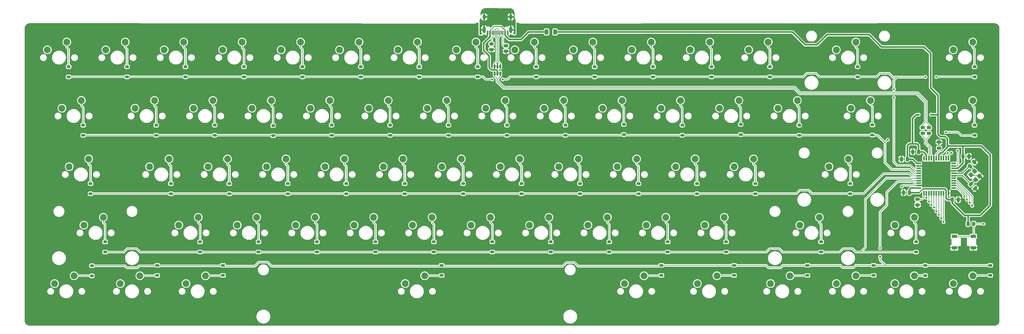
<source format=gbr>
G04 #@! TF.GenerationSoftware,KiCad,Pcbnew,8.0.2*
G04 #@! TF.CreationDate,2025-03-10T15:51:09-05:00*
G04 #@! TF.ProjectId,65,36352e6b-6963-4616-945f-706362585858,rev?*
G04 #@! TF.SameCoordinates,Original*
G04 #@! TF.FileFunction,Copper,L2,Bot*
G04 #@! TF.FilePolarity,Positive*
%FSLAX46Y46*%
G04 Gerber Fmt 4.6, Leading zero omitted, Abs format (unit mm)*
G04 Created by KiCad (PCBNEW 8.0.2) date 2025-03-10 15:51:09*
%MOMM*%
%LPD*%
G01*
G04 APERTURE LIST*
G04 Aperture macros list*
%AMRoundRect*
0 Rectangle with rounded corners*
0 $1 Rounding radius*
0 $2 $3 $4 $5 $6 $7 $8 $9 X,Y pos of 4 corners*
0 Add a 4 corners polygon primitive as box body*
4,1,4,$2,$3,$4,$5,$6,$7,$8,$9,$2,$3,0*
0 Add four circle primitives for the rounded corners*
1,1,$1+$1,$2,$3*
1,1,$1+$1,$4,$5*
1,1,$1+$1,$6,$7*
1,1,$1+$1,$8,$9*
0 Add four rect primitives between the rounded corners*
20,1,$1+$1,$2,$3,$4,$5,0*
20,1,$1+$1,$4,$5,$6,$7,0*
20,1,$1+$1,$6,$7,$8,$9,0*
20,1,$1+$1,$8,$9,$2,$3,0*%
%AMRotRect*
0 Rectangle, with rotation*
0 The origin of the aperture is its center*
0 $1 length*
0 $2 width*
0 $3 Rotation angle, in degrees counterclockwise*
0 Add horizontal line*
21,1,$1,$2,0,0,$3*%
G04 Aperture macros list end*
G04 #@! TA.AperFunction,ComponentPad*
%ADD10C,2.200000*%
G04 #@! TD*
G04 #@! TA.AperFunction,SMDPad,CuDef*
%ADD11RoundRect,0.225000X0.375000X-0.225000X0.375000X0.225000X-0.375000X0.225000X-0.375000X-0.225000X0*%
G04 #@! TD*
G04 #@! TA.AperFunction,SMDPad,CuDef*
%ADD12RoundRect,0.250000X-0.250000X-0.475000X0.250000X-0.475000X0.250000X0.475000X-0.250000X0.475000X0*%
G04 #@! TD*
G04 #@! TA.AperFunction,SMDPad,CuDef*
%ADD13RoundRect,0.250000X-0.375000X-0.625000X0.375000X-0.625000X0.375000X0.625000X-0.375000X0.625000X0*%
G04 #@! TD*
G04 #@! TA.AperFunction,SMDPad,CuDef*
%ADD14R,0.600000X1.450000*%
G04 #@! TD*
G04 #@! TA.AperFunction,SMDPad,CuDef*
%ADD15R,0.300000X1.450000*%
G04 #@! TD*
G04 #@! TA.AperFunction,ComponentPad*
%ADD16O,1.000000X1.600000*%
G04 #@! TD*
G04 #@! TA.AperFunction,ComponentPad*
%ADD17O,1.000000X2.100000*%
G04 #@! TD*
G04 #@! TA.AperFunction,SMDPad,CuDef*
%ADD18RoundRect,0.250000X0.250000X0.475000X-0.250000X0.475000X-0.250000X-0.475000X0.250000X-0.475000X0*%
G04 #@! TD*
G04 #@! TA.AperFunction,SMDPad,CuDef*
%ADD19RoundRect,0.250000X-0.450000X0.262500X-0.450000X-0.262500X0.450000X-0.262500X0.450000X0.262500X0*%
G04 #@! TD*
G04 #@! TA.AperFunction,SMDPad,CuDef*
%ADD20RoundRect,0.250000X0.450000X-0.262500X0.450000X0.262500X-0.450000X0.262500X-0.450000X-0.262500X0*%
G04 #@! TD*
G04 #@! TA.AperFunction,SMDPad,CuDef*
%ADD21RoundRect,0.225000X-0.375000X0.225000X-0.375000X-0.225000X0.375000X-0.225000X0.375000X0.225000X0*%
G04 #@! TD*
G04 #@! TA.AperFunction,SMDPad,CuDef*
%ADD22RoundRect,0.250000X-0.262500X-0.450000X0.262500X-0.450000X0.262500X0.450000X-0.262500X0.450000X0*%
G04 #@! TD*
G04 #@! TA.AperFunction,SMDPad,CuDef*
%ADD23RoundRect,0.250000X0.475000X-0.250000X0.475000X0.250000X-0.475000X0.250000X-0.475000X-0.250000X0*%
G04 #@! TD*
G04 #@! TA.AperFunction,SMDPad,CuDef*
%ADD24RoundRect,0.250000X-0.512652X-0.159099X-0.159099X-0.512652X0.512652X0.159099X0.159099X0.512652X0*%
G04 #@! TD*
G04 #@! TA.AperFunction,SMDPad,CuDef*
%ADD25R,0.550000X1.500000*%
G04 #@! TD*
G04 #@! TA.AperFunction,SMDPad,CuDef*
%ADD26R,1.500000X0.550000*%
G04 #@! TD*
G04 #@! TA.AperFunction,SMDPad,CuDef*
%ADD27RoundRect,0.250000X0.159099X-0.512652X0.512652X-0.159099X-0.159099X0.512652X-0.512652X0.159099X0*%
G04 #@! TD*
G04 #@! TA.AperFunction,SMDPad,CuDef*
%ADD28RoundRect,0.150000X-0.150000X0.512500X-0.150000X-0.512500X0.150000X-0.512500X0.150000X0.512500X0*%
G04 #@! TD*
G04 #@! TA.AperFunction,SMDPad,CuDef*
%ADD29RotRect,1.400000X1.200000X315.000000*%
G04 #@! TD*
G04 #@! TA.AperFunction,SMDPad,CuDef*
%ADD30R,1.800000X1.100000*%
G04 #@! TD*
G04 #@! TA.AperFunction,ViaPad*
%ADD31C,0.650000*%
G04 #@! TD*
G04 #@! TA.AperFunction,ViaPad*
%ADD32C,0.900000*%
G04 #@! TD*
G04 #@! TA.AperFunction,Conductor*
%ADD33C,0.200000*%
G04 #@! TD*
G04 #@! TA.AperFunction,Conductor*
%ADD34C,0.500000*%
G04 #@! TD*
G04 #@! TA.AperFunction,Conductor*
%ADD35C,0.300000*%
G04 #@! TD*
G04 #@! TA.AperFunction,Conductor*
%ADD36C,0.250000*%
G04 #@! TD*
G04 APERTURE END LIST*
D10*
X351041000Y-101840000D03*
X357391000Y-99300000D03*
X241503500Y-139940000D03*
X247853500Y-137400000D03*
X74820000Y-101840000D03*
X81170000Y-99300000D03*
X112920000Y-101840000D03*
X119270000Y-99300000D03*
X55770000Y-101840000D03*
X62120000Y-99300000D03*
X189120000Y-101840000D03*
X195470000Y-99300000D03*
X146253500Y-139940000D03*
X152603500Y-137400000D03*
X301036000Y-158990000D03*
X307386000Y-156450000D03*
X270080500Y-158990000D03*
X276430500Y-156450000D03*
X231980500Y-158990000D03*
X238330500Y-156450000D03*
X136730500Y-158990000D03*
X143080500Y-156450000D03*
X351041000Y-178040000D03*
X357391000Y-175500000D03*
X279603500Y-139940000D03*
X285953500Y-137400000D03*
X243886000Y-178040000D03*
X250236000Y-175500000D03*
X260553500Y-139940000D03*
X266903500Y-137400000D03*
X284370000Y-101840000D03*
X290720000Y-99300000D03*
X151020000Y-101840000D03*
X157370000Y-99300000D03*
X58150000Y-178040000D03*
X64500000Y-175500000D03*
X265320000Y-101840000D03*
X271670000Y-99300000D03*
X331991000Y-178040000D03*
X338341000Y-175500000D03*
X117690000Y-158990000D03*
X124040000Y-156450000D03*
X165303500Y-139940000D03*
X171653500Y-137400000D03*
X274844000Y-120890000D03*
X281194000Y-118350000D03*
X293894000Y-120890000D03*
X300244000Y-118350000D03*
X127203500Y-139940000D03*
X133553500Y-137400000D03*
X67675000Y-158990000D03*
X74025000Y-156450000D03*
X172402500Y-178040000D03*
X178752500Y-175500000D03*
X98630500Y-158990000D03*
X104980500Y-156450000D03*
X217694000Y-120890000D03*
X224044000Y-118350000D03*
X122444000Y-120890000D03*
X128794000Y-118350000D03*
X103394000Y-120890000D03*
X109744000Y-118350000D03*
X174830500Y-158990000D03*
X181180500Y-156450000D03*
X351041000Y-120890000D03*
X357391000Y-118350000D03*
X331991000Y-158990000D03*
X338341000Y-156450000D03*
X246270000Y-101840000D03*
X252620000Y-99300000D03*
X200230500Y-156450000D03*
X193880500Y-158990000D03*
X60530000Y-120890000D03*
X66880000Y-118350000D03*
X291510000Y-178040000D03*
X297860000Y-175500000D03*
X212930500Y-158990000D03*
X219280500Y-156450000D03*
X227220000Y-101840000D03*
X233570000Y-99300000D03*
X84344000Y-120890000D03*
X90694000Y-118350000D03*
X108150000Y-139940000D03*
X114500000Y-137400000D03*
X141494000Y-120890000D03*
X147844000Y-118350000D03*
X170070000Y-101840000D03*
X176420000Y-99300000D03*
X89103500Y-139940000D03*
X95453500Y-137400000D03*
X267652500Y-178040000D03*
X274002500Y-175500000D03*
X312945000Y-101840000D03*
X319295000Y-99300000D03*
X93870000Y-101840000D03*
X100220000Y-99300000D03*
X100965000Y-178040000D03*
X107315000Y-175500000D03*
X155780500Y-158990000D03*
X162130500Y-156450000D03*
X198644000Y-120890000D03*
X204994000Y-118350000D03*
X236744000Y-120890000D03*
X243094000Y-118350000D03*
X251030500Y-158990000D03*
X257380500Y-156450000D03*
X310559000Y-139940000D03*
X316909000Y-137400000D03*
X62910000Y-139940000D03*
X69260000Y-137400000D03*
X208170000Y-101840000D03*
X214520000Y-99300000D03*
X317688000Y-120890000D03*
X324038000Y-118350000D03*
X222453500Y-139940000D03*
X228803500Y-137400000D03*
X131970000Y-101840000D03*
X138320000Y-99300000D03*
X160544000Y-120890000D03*
X166894000Y-118350000D03*
X184353500Y-139940000D03*
X190703500Y-137400000D03*
X255794000Y-120890000D03*
X262144000Y-118350000D03*
X312941000Y-178040000D03*
X319291000Y-175500000D03*
X179594000Y-120890000D03*
X185944000Y-118350000D03*
X79581000Y-178040000D03*
X85931000Y-175500000D03*
X203403500Y-139940000D03*
X209753500Y-137400000D03*
D11*
X248443750Y-148750000D03*
X248443750Y-145450000D03*
X138906250Y-110650000D03*
X138906250Y-107350000D03*
X257968750Y-167770000D03*
X257968750Y-164470000D03*
X253206250Y-110650000D03*
X253206250Y-107350000D03*
X96043750Y-148750000D03*
X96043750Y-145450000D03*
X67468750Y-129700000D03*
X67468750Y-126400000D03*
X267493750Y-148750000D03*
X267493750Y-145450000D03*
X191293750Y-148750000D03*
X191293750Y-145450000D03*
D12*
X350750001Y-150700000D03*
X352649999Y-150700000D03*
D11*
X210343750Y-148750000D03*
X210343750Y-145450000D03*
D13*
X218468751Y-96043750D03*
X221268749Y-96043750D03*
D14*
X199250000Y-96245000D03*
X200050000Y-96245000D03*
D15*
X201250000Y-96245000D03*
X202250000Y-96245000D03*
X202750000Y-96245000D03*
X203750000Y-96245000D03*
D14*
X204950000Y-96245000D03*
X205750000Y-96245000D03*
X205750000Y-96245000D03*
X204950000Y-96245000D03*
D15*
X204250000Y-96245000D03*
X203250000Y-96245000D03*
X201750000Y-96245000D03*
X200750000Y-96245000D03*
D14*
X200050000Y-96245000D03*
X199250000Y-96245000D03*
D16*
X198180000Y-91150000D03*
D17*
X198180000Y-95330000D03*
D16*
X206820000Y-91150000D03*
D17*
X206820000Y-95330000D03*
D18*
X339749999Y-135100000D03*
X337850001Y-135100000D03*
D11*
X215106250Y-110650000D03*
X215106250Y-107350000D03*
X229393750Y-148750000D03*
X229393750Y-145450000D03*
D19*
X200558400Y-99925500D03*
X200558400Y-101750500D03*
D11*
X153193750Y-148750000D03*
X153193750Y-145450000D03*
X181768750Y-167770000D03*
X181768750Y-164470000D03*
X162718750Y-167770000D03*
X162718750Y-164470000D03*
D20*
X343100000Y-129012500D03*
X343100000Y-127187500D03*
D21*
X341900000Y-172150000D03*
X341900000Y-175450000D03*
D11*
X238918750Y-167770000D03*
X238918750Y-164470000D03*
X119856250Y-110650000D03*
X119856250Y-107350000D03*
X277018750Y-167770000D03*
X277018750Y-164470000D03*
D19*
X339400000Y-150587500D03*
X339400000Y-152412500D03*
D11*
X74612500Y-167770000D03*
X74612500Y-164470000D03*
X291306250Y-110650000D03*
X291306250Y-107350000D03*
D22*
X355887500Y-158600000D03*
X357712500Y-158600000D03*
D11*
X234156250Y-110650000D03*
X234156250Y-107350000D03*
X262731250Y-129700000D03*
X262731250Y-126400000D03*
X338931250Y-167770000D03*
X338931250Y-164470000D03*
D21*
X255900000Y-172100000D03*
X255900000Y-175400000D03*
D11*
X186531250Y-129700000D03*
X186531250Y-126400000D03*
D20*
X341100000Y-129012500D03*
X341100000Y-127187500D03*
D11*
X317500000Y-148750000D03*
X317500000Y-145450000D03*
X62706250Y-110650000D03*
X62706250Y-107350000D03*
D21*
X279600000Y-172100000D03*
X279600000Y-175400000D03*
X303500000Y-172100000D03*
X303500000Y-175400000D03*
D23*
X346400000Y-133849999D03*
X346400000Y-131950001D03*
D11*
X143668750Y-167770000D03*
X143668750Y-164470000D03*
D21*
X363100000Y-172100000D03*
X363100000Y-175400000D03*
D11*
X357981250Y-110650000D03*
X357981250Y-107350000D03*
D24*
X356828249Y-145628249D03*
X358171751Y-146971751D03*
D11*
X200818750Y-167770000D03*
X200818750Y-164470000D03*
X91281250Y-129700000D03*
X91281250Y-126400000D03*
D25*
X341500000Y-137200000D03*
X342300000Y-137200000D03*
X343100000Y-137200000D03*
X343900000Y-137200000D03*
X344700000Y-137200000D03*
X345500000Y-137200000D03*
X346300000Y-137200000D03*
X347100000Y-137200000D03*
X347900000Y-137200000D03*
X348700000Y-137200000D03*
X349500000Y-137200000D03*
D26*
X351200000Y-138900000D03*
X351200000Y-139700000D03*
X351200000Y-140500000D03*
X351200000Y-141300000D03*
X351200000Y-142100000D03*
X351200000Y-142900000D03*
X351200000Y-143700000D03*
X351200000Y-144500000D03*
X351200000Y-145300000D03*
X351200000Y-146100000D03*
X351200000Y-146900000D03*
D25*
X349500000Y-148600000D03*
X348700000Y-148600000D03*
X347900000Y-148600000D03*
X347100000Y-148600000D03*
X346300000Y-148600000D03*
X345500000Y-148600000D03*
X344700000Y-148600000D03*
X343900000Y-148600000D03*
X343100000Y-148600000D03*
X342300000Y-148600000D03*
X341500000Y-148600000D03*
D26*
X339800000Y-146900000D03*
X339800000Y-146100000D03*
X339800000Y-145300000D03*
X339800000Y-144500000D03*
X339800000Y-143700000D03*
X339800000Y-142900000D03*
X339800000Y-142100000D03*
X339800000Y-141300000D03*
X339800000Y-140500000D03*
X339800000Y-139700000D03*
X339800000Y-138900000D03*
D18*
X336049999Y-137500000D03*
X334150001Y-137500000D03*
D11*
X286543750Y-148750000D03*
X286543750Y-145450000D03*
X167481250Y-129700000D03*
X167481250Y-126400000D03*
X281781250Y-129443750D03*
X281781250Y-126143750D03*
X148431250Y-129700000D03*
X148431250Y-126400000D03*
X129381250Y-129850000D03*
X129381250Y-126550000D03*
D21*
X184300000Y-172100000D03*
X184300000Y-175400000D03*
D27*
X356528249Y-139771751D03*
X357871751Y-138428249D03*
D11*
X324700000Y-129650000D03*
X324700000Y-126350000D03*
X69850000Y-148750000D03*
X69850000Y-145450000D03*
X124618750Y-167770000D03*
X124618750Y-164470000D03*
D21*
X325100000Y-172100000D03*
X325100000Y-175400000D03*
D28*
X201550001Y-107262500D03*
X202500000Y-107262500D03*
X203449999Y-107262500D03*
X203449999Y-109537500D03*
X202500000Y-109537500D03*
X201550001Y-109537500D03*
D21*
X91600000Y-172100000D03*
X91600000Y-175400000D03*
D11*
X243681250Y-129443750D03*
X243681250Y-126143750D03*
D29*
X358023223Y-141421142D03*
X359578858Y-142976777D03*
X358376777Y-144178858D03*
X356821142Y-142623223D03*
D11*
X172243750Y-148750000D03*
X172243750Y-145450000D03*
D30*
X351400000Y-166350001D03*
X357600000Y-166350001D03*
X351400000Y-162649999D03*
X357600000Y-162649999D03*
D11*
X177006250Y-110650000D03*
X177006250Y-107350000D03*
X219868750Y-167770000D03*
X219868750Y-164470000D03*
X196056250Y-110650000D03*
X196056250Y-107350000D03*
X100806250Y-110650000D03*
X100806250Y-107350000D03*
D12*
X354250001Y-136600000D03*
X356149999Y-136600000D03*
D19*
X205300000Y-100487500D03*
X205300000Y-102312500D03*
D11*
X272256250Y-110650000D03*
X272256250Y-107350000D03*
X300831250Y-129700000D03*
X300831250Y-126400000D03*
X115093750Y-148750000D03*
X115093750Y-145450000D03*
X110331250Y-129700000D03*
X110331250Y-126400000D03*
D21*
X70300000Y-172250000D03*
X70300000Y-175550000D03*
D11*
X357981250Y-129750000D03*
X357981250Y-126450000D03*
D18*
X336749999Y-148400000D03*
X334850001Y-148400000D03*
D11*
X205581250Y-129700000D03*
X205581250Y-126400000D03*
X134143750Y-148750000D03*
X134143750Y-145450000D03*
X81756250Y-110650000D03*
X81756250Y-107350000D03*
X319881250Y-110650000D03*
X319881250Y-107350000D03*
X307975000Y-167770000D03*
X307975000Y-164470000D03*
D21*
X113000000Y-172100000D03*
X113000000Y-175400000D03*
D11*
X224631250Y-129700000D03*
X224631250Y-126400000D03*
X157956250Y-110650000D03*
X157956250Y-107350000D03*
X105568750Y-167770000D03*
X105568750Y-164470000D03*
D31*
X357200000Y-152700000D03*
X356400000Y-151700000D03*
X355500000Y-150700000D03*
X354600000Y-149700000D03*
X347900000Y-158000000D03*
X347100000Y-156800000D03*
X346300000Y-155600000D03*
X345500000Y-154500000D03*
X344800000Y-153300000D03*
X343900000Y-152400000D03*
X343100000Y-151300000D03*
X342300000Y-150100000D03*
X334300000Y-146400000D03*
X349300000Y-135500000D03*
X350400000Y-135400000D03*
X343800000Y-123000000D03*
X339800000Y-123000000D03*
X359200000Y-148200000D03*
X341000000Y-139700000D03*
X208700000Y-97400000D03*
X360900000Y-144200000D03*
X357700000Y-135100000D03*
X355800000Y-141500000D03*
X344700000Y-138600000D03*
X359200000Y-137100000D03*
D32*
X164400000Y-97200000D03*
D31*
X198600000Y-97600000D03*
X341200000Y-146100000D03*
D32*
X201100000Y-103700000D03*
D31*
X202500000Y-106233885D03*
X349900000Y-141300000D03*
X349500000Y-147400000D03*
X200800000Y-111500000D03*
X331700000Y-114700000D03*
X342000000Y-110700000D03*
X331700000Y-117400000D03*
X345500000Y-110700000D03*
X204200000Y-111500000D03*
X327200000Y-166500000D03*
X327200000Y-169300000D03*
X348600000Y-128700000D03*
X329700000Y-131200000D03*
X352500000Y-134700000D03*
X360900000Y-158600000D03*
D33*
X200660000Y-99427500D02*
X200200000Y-99887500D01*
X201250000Y-97350000D02*
X200660000Y-97940000D01*
X200660000Y-97940000D02*
X200660000Y-99427500D01*
X201250000Y-95880000D02*
X201250000Y-97350000D01*
X202500000Y-106233885D02*
X202500000Y-107262500D01*
X357200000Y-152700000D02*
X357200000Y-149500000D01*
X357200000Y-149500000D02*
X352200000Y-144500000D01*
X352200000Y-144500000D02*
X351200000Y-144500000D01*
X62706250Y-101600000D02*
X62706250Y-107093750D01*
X62120000Y-99300000D02*
X62120000Y-101013750D01*
X62120000Y-101013750D02*
X62706250Y-101600000D01*
X351200000Y-145300000D02*
X352200000Y-145300000D01*
X356400000Y-149500000D02*
X355750000Y-148850000D01*
X352200000Y-145300000D02*
X355750000Y-148850000D01*
X356400000Y-151700000D02*
X356400000Y-149500000D01*
X81170000Y-99300000D02*
X81170000Y-101013750D01*
X81170000Y-101013750D02*
X81756250Y-101600000D01*
X81756250Y-101600000D02*
X81756250Y-107093750D01*
X100806250Y-101600000D02*
X100806250Y-107093750D01*
X100220000Y-99300000D02*
X100220000Y-101013750D01*
X100220000Y-101013750D02*
X100806250Y-101600000D01*
X355500000Y-149400000D02*
X352200000Y-146100000D01*
X355500000Y-150700000D02*
X355500000Y-149400000D01*
X352200000Y-146100000D02*
X351200000Y-146100000D01*
X354600000Y-149700000D02*
X354600000Y-149200000D01*
X352300000Y-146900000D02*
X351200000Y-146900000D01*
X354600000Y-149200000D02*
X352300000Y-146900000D01*
X119313750Y-101213750D02*
X119900000Y-101800000D01*
X119900000Y-101800000D02*
X119900000Y-107293750D01*
X119313750Y-99500000D02*
X119313750Y-101213750D01*
X138906250Y-101600000D02*
X138906250Y-107093750D01*
X138320000Y-99300000D02*
X138320000Y-101013750D01*
X138320000Y-101013750D02*
X138906250Y-101600000D01*
X347900000Y-148600000D02*
X347900000Y-158000000D01*
X347100000Y-148600000D02*
X347100000Y-156800000D01*
X157370000Y-99300000D02*
X157370000Y-101013750D01*
X157956250Y-101600000D02*
X157956250Y-107093750D01*
X157370000Y-101013750D02*
X157956250Y-101600000D01*
X346300000Y-148600000D02*
X346300000Y-155600000D01*
X177006250Y-101600000D02*
X177006250Y-107093750D01*
X176420000Y-101013750D02*
X177006250Y-101600000D01*
X176420000Y-99300000D02*
X176420000Y-101013750D01*
X195470000Y-101013750D02*
X196056250Y-101600000D01*
X196056250Y-101600000D02*
X196056250Y-107093750D01*
X195470000Y-99300000D02*
X195470000Y-101013750D01*
X345500000Y-148600000D02*
X345500000Y-154500000D01*
X344700000Y-153200000D02*
X344700000Y-148600000D01*
X344800000Y-153300000D02*
X344700000Y-153200000D01*
X215106250Y-101600000D02*
X215106250Y-107093750D01*
X214520000Y-101013750D02*
X215106250Y-101600000D01*
X214520000Y-99300000D02*
X214520000Y-101013750D01*
X343900000Y-152400000D02*
X343900000Y-152300000D01*
X343900000Y-148600000D02*
X343900000Y-152400000D01*
X234156250Y-101600000D02*
X234156250Y-107093750D01*
X233570000Y-101013750D02*
X234156250Y-101600000D01*
X233570000Y-99300000D02*
X233570000Y-101013750D01*
X252620000Y-99300000D02*
X252620000Y-101013750D01*
X253206250Y-101600000D02*
X253206250Y-107093750D01*
X252620000Y-101013750D02*
X253206250Y-101600000D01*
X343100000Y-148600000D02*
X343100000Y-151300000D01*
X342300000Y-148600000D02*
X342300000Y-150100000D01*
X271670000Y-99300000D02*
X271670000Y-101013750D01*
X272256250Y-101600000D02*
X272256250Y-107093750D01*
X271670000Y-101013750D02*
X272256250Y-101600000D01*
X291306250Y-101600000D02*
X291306250Y-107093750D01*
X290720000Y-101013750D02*
X291306250Y-101600000D01*
X290720000Y-99300000D02*
X290720000Y-101013750D01*
X334700000Y-146000000D02*
X338000000Y-146000000D01*
X338700000Y-145300000D02*
X339800000Y-145300000D01*
X338000000Y-146000000D02*
X338700000Y-145300000D01*
X334300000Y-146400000D02*
X334700000Y-146000000D01*
X319295000Y-101013750D02*
X319881250Y-101600000D01*
X319881250Y-101600000D02*
X319881250Y-107093750D01*
X319295000Y-99300000D02*
X319295000Y-101013750D01*
X348700000Y-137200000D02*
X348700000Y-136100000D01*
X348700000Y-136100000D02*
X349300000Y-135500000D01*
X357395000Y-99300000D02*
X357395000Y-101013750D01*
X357981250Y-101600000D02*
X357981250Y-107093750D01*
X357395000Y-101013750D02*
X357981250Y-101600000D01*
X349500000Y-137200000D02*
X349500000Y-136300000D01*
X350400000Y-135400000D02*
X349500000Y-136300000D01*
X66882500Y-120063750D02*
X67468750Y-120650000D01*
X66882500Y-118350000D02*
X66882500Y-120063750D01*
X67468750Y-120650000D02*
X67468750Y-126143750D01*
X90695000Y-118350000D02*
X90695000Y-120063750D01*
X91281250Y-120650000D02*
X91281250Y-126143750D01*
X90695000Y-120063750D02*
X91281250Y-120650000D01*
X110331250Y-120650000D02*
X110331250Y-126143750D01*
X109745000Y-120063750D02*
X110331250Y-120650000D01*
X109745000Y-118350000D02*
X109745000Y-120063750D01*
X128795000Y-118350000D02*
X128795000Y-120063750D01*
X129381250Y-120650000D02*
X129381250Y-126143750D01*
X128795000Y-120063750D02*
X129381250Y-120650000D01*
X147845000Y-120063750D02*
X148431250Y-120650000D01*
X147845000Y-118350000D02*
X147845000Y-120063750D01*
X148431250Y-120650000D02*
X148431250Y-126143750D01*
X166895000Y-120063750D02*
X167481250Y-120650000D01*
X167481250Y-120650000D02*
X167481250Y-126143750D01*
X166895000Y-118350000D02*
X166895000Y-120063750D01*
X185945000Y-120063750D02*
X186531250Y-120650000D01*
X185945000Y-118350000D02*
X185945000Y-120063750D01*
X186531250Y-120650000D02*
X186531250Y-126143750D01*
X204995000Y-120063750D02*
X205581250Y-120650000D01*
X204995000Y-118350000D02*
X204995000Y-120063750D01*
X205581250Y-120650000D02*
X205581250Y-126143750D01*
X224045000Y-118350000D02*
X224045000Y-120063750D01*
X224045000Y-120063750D02*
X224631250Y-120650000D01*
X224631250Y-120650000D02*
X224631250Y-126143750D01*
X243095000Y-120063750D02*
X243681250Y-120650000D01*
X243681250Y-120650000D02*
X243681250Y-126143750D01*
X243095000Y-118350000D02*
X243095000Y-120063750D01*
X262145000Y-118350000D02*
X262145000Y-120063750D01*
X262731250Y-120650000D02*
X262731250Y-126143750D01*
X262145000Y-120063750D02*
X262731250Y-120650000D01*
X281195000Y-120063750D02*
X281781250Y-120650000D01*
X281195000Y-118350000D02*
X281195000Y-120063750D01*
X281781250Y-120650000D02*
X281781250Y-126143750D01*
X300245000Y-120063750D02*
X300831250Y-120650000D01*
X300245000Y-118350000D02*
X300245000Y-120063750D01*
X300831250Y-120650000D02*
X300831250Y-126143750D01*
X324700000Y-120300000D02*
X324700000Y-126350000D01*
X324113750Y-119713750D02*
X324700000Y-120300000D01*
X324113750Y-118000000D02*
X324113750Y-119713750D01*
X357981250Y-120650000D02*
X357981250Y-126143750D01*
X357395000Y-120063750D02*
X357981250Y-120650000D01*
X357395000Y-118350000D02*
X357395000Y-120063750D01*
X69263750Y-139113750D02*
X69850000Y-139700000D01*
X69850000Y-139700000D02*
X69850000Y-145193750D01*
X69263750Y-137400000D02*
X69263750Y-139113750D01*
X95457500Y-139113750D02*
X96043750Y-139700000D01*
X95457500Y-137400000D02*
X95457500Y-139113750D01*
X96043750Y-139700000D02*
X96043750Y-145193750D01*
X115093750Y-139700000D02*
X115093750Y-145193750D01*
X114507500Y-139113750D02*
X115093750Y-139700000D01*
X114507500Y-137400000D02*
X114507500Y-139113750D01*
X134143750Y-139700000D02*
X134143750Y-145193750D01*
X133557500Y-137400000D02*
X133557500Y-139113750D01*
X133557500Y-139113750D02*
X134143750Y-139700000D01*
X152607500Y-139113750D02*
X153193750Y-139700000D01*
X153193750Y-139700000D02*
X153193750Y-145193750D01*
X152607500Y-137400000D02*
X152607500Y-139113750D01*
X171657500Y-139113750D02*
X172243750Y-139700000D01*
X172243750Y-139700000D02*
X172243750Y-145193750D01*
X171657500Y-137400000D02*
X171657500Y-139113750D01*
X190707500Y-139113750D02*
X191293750Y-139700000D01*
X191293750Y-139700000D02*
X191293750Y-145193750D01*
X190707500Y-137400000D02*
X190707500Y-139113750D01*
X209757500Y-139113750D02*
X210343750Y-139700000D01*
X210343750Y-139700000D02*
X210343750Y-145193750D01*
X209757500Y-137400000D02*
X209757500Y-139113750D01*
X229393750Y-139700000D02*
X229393750Y-145193750D01*
X228807500Y-137400000D02*
X228807500Y-139113750D01*
X228807500Y-139113750D02*
X229393750Y-139700000D01*
X247857500Y-137400000D02*
X247857500Y-139113750D01*
X248443750Y-139700000D02*
X248443750Y-145193750D01*
X247857500Y-139113750D02*
X248443750Y-139700000D01*
X266907500Y-139113750D02*
X267493750Y-139700000D01*
X267493750Y-139700000D02*
X267493750Y-145193750D01*
X266907500Y-137400000D02*
X266907500Y-139113750D01*
X286543750Y-139700000D02*
X286543750Y-145193750D01*
X285957500Y-137400000D02*
X285957500Y-139113750D01*
X285953500Y-137400000D02*
X285953500Y-138053500D01*
X285957500Y-139113750D02*
X286543750Y-139700000D01*
X317500000Y-139700000D02*
X317500000Y-145193750D01*
X316913750Y-139113750D02*
X317500000Y-139700000D01*
X316913750Y-137400000D02*
X316913750Y-139113750D01*
X74026250Y-158163750D02*
X74612500Y-158750000D01*
X74612500Y-158750000D02*
X74612500Y-164243750D01*
X74026250Y-156450000D02*
X74026250Y-158163750D01*
X104982500Y-158163750D02*
X105568750Y-158750000D01*
X105568750Y-158750000D02*
X105568750Y-164243750D01*
X104982500Y-156450000D02*
X104982500Y-158163750D01*
X124618750Y-158750000D02*
X124618750Y-164243750D01*
X124032500Y-158163750D02*
X124618750Y-158750000D01*
X124032500Y-156450000D02*
X124032500Y-158163750D01*
X143082500Y-156450000D02*
X143082500Y-158163750D01*
X143668750Y-158750000D02*
X143668750Y-164243750D01*
X143082500Y-158163750D02*
X143668750Y-158750000D01*
X162132500Y-156450000D02*
X162132500Y-158163750D01*
X162132500Y-158163750D02*
X162718750Y-158750000D01*
X162718750Y-158750000D02*
X162718750Y-164243750D01*
X181182500Y-156450000D02*
X181182500Y-158163750D01*
X181768750Y-158750000D02*
X181768750Y-164243750D01*
X181182500Y-158163750D02*
X181768750Y-158750000D01*
X200818750Y-158750000D02*
X200818750Y-164243750D01*
X200232500Y-156450000D02*
X200232500Y-158163750D01*
X200232500Y-158163750D02*
X200818750Y-158750000D01*
X219282500Y-156450000D02*
X219282500Y-158163750D01*
X219868750Y-158750000D02*
X219868750Y-164243750D01*
X219282500Y-158163750D02*
X219868750Y-158750000D01*
X238332500Y-156450000D02*
X238332500Y-158163750D01*
X238918750Y-158750000D02*
X238918750Y-164243750D01*
X238332500Y-158163750D02*
X238918750Y-158750000D01*
X257382500Y-158163750D02*
X257968750Y-158750000D01*
X257382500Y-156450000D02*
X257382500Y-158163750D01*
X257968750Y-158750000D02*
X257968750Y-164243750D01*
X276430500Y-156450000D02*
X276430500Y-156592044D01*
X276432500Y-156450000D02*
X276432500Y-158163750D01*
X277018750Y-158750000D02*
X277018750Y-164243750D01*
X276432500Y-158163750D02*
X277018750Y-158750000D01*
X307388750Y-156450000D02*
X307388750Y-158163750D01*
X307388750Y-158163750D02*
X307975000Y-158750000D01*
X307975000Y-158750000D02*
X307975000Y-164243750D01*
X338345000Y-156450000D02*
X338345000Y-158163750D01*
X338931250Y-158750000D02*
X338931250Y-164243750D01*
X338345000Y-158163750D02*
X338931250Y-158750000D01*
X70100000Y-175500000D02*
X70300000Y-175700000D01*
X64500000Y-175500000D02*
X70100000Y-175500000D01*
X91500000Y-175500000D02*
X91600000Y-175400000D01*
X85931000Y-175500000D02*
X91500000Y-175500000D01*
X107315000Y-175500000D02*
X112900000Y-175500000D01*
X112900000Y-175500000D02*
X113000000Y-175400000D01*
X178799000Y-175500000D02*
X184200000Y-175500000D01*
X184200000Y-175500000D02*
X184300000Y-175400000D01*
X255800000Y-175500000D02*
X255900000Y-175400000D01*
X250236000Y-175500000D02*
X255800000Y-175500000D01*
X274102500Y-175400000D02*
X274002500Y-175500000D01*
X279600000Y-175400000D02*
X274102500Y-175400000D01*
X297860000Y-175500000D02*
X303400000Y-175500000D01*
X303400000Y-175500000D02*
X303500000Y-175400000D01*
X325100000Y-175400000D02*
X319391000Y-175400000D01*
X319391000Y-175400000D02*
X319291000Y-175500000D01*
X338391000Y-175450000D02*
X338341000Y-175500000D01*
X342050000Y-175450000D02*
X338391000Y-175450000D01*
X342100000Y-175400000D02*
X342050000Y-175450000D01*
X363100000Y-175400000D02*
X357491000Y-175400000D01*
X357491000Y-175400000D02*
X357391000Y-175500000D01*
D34*
X346075000Y-116681250D02*
X343693750Y-114300000D01*
X346300000Y-137200000D02*
X346300000Y-136075000D01*
X336700000Y-132500000D02*
X337800000Y-132500000D01*
X298643750Y-96043750D02*
X221268749Y-96043750D01*
X356000000Y-155800000D02*
X359900000Y-155800000D01*
X354250001Y-136600000D02*
X354250001Y-133250001D01*
X355887500Y-155912500D02*
X355887500Y-158600000D01*
X347400000Y-135400000D02*
X349156250Y-133643750D01*
X336049999Y-137500000D02*
X336049999Y-133150001D01*
X346868750Y-130175000D02*
X348456250Y-130175000D01*
X349156250Y-130875000D02*
X349156250Y-131800000D01*
X336749999Y-147450001D02*
X337300000Y-146900000D01*
X327660000Y-100900000D02*
X323660000Y-96900000D01*
X341500000Y-100900000D02*
X327660000Y-100900000D01*
X348700000Y-150200000D02*
X349200000Y-150700000D01*
X339200000Y-138900000D02*
X337800000Y-137500000D01*
X350750001Y-150700000D02*
X350750001Y-151850001D01*
X342300000Y-136100000D02*
X341300000Y-135100000D01*
X339749999Y-135100000D02*
X339749999Y-134900000D01*
X306600000Y-100200000D02*
X302800000Y-100200000D01*
X354250001Y-133250001D02*
X354200000Y-133200000D01*
X336049999Y-133150001D02*
X336700000Y-132500000D01*
X348700000Y-148600000D02*
X348700000Y-150200000D01*
X337800000Y-124200000D02*
X339000000Y-123000000D01*
X337800000Y-137500000D02*
X336049999Y-137500000D01*
X336749999Y-148400000D02*
X336749999Y-147450001D01*
X346075000Y-123000000D02*
X346075000Y-129381250D01*
X348700000Y-147650000D02*
X348250000Y-147200000D01*
X351200000Y-140500000D02*
X352500000Y-140500000D01*
X339800000Y-138900000D02*
X339200000Y-138900000D01*
X339749999Y-134900000D02*
X339949999Y-134700000D01*
X363100000Y-136100000D02*
X360200000Y-133200000D01*
X339900000Y-148400000D02*
X336749999Y-148400000D01*
X346075000Y-123000000D02*
X346075000Y-116681250D01*
X346075000Y-129381250D02*
X346868750Y-130175000D01*
X323660000Y-96900000D02*
X309900000Y-96900000D01*
X352500000Y-140500000D02*
X354250001Y-138749999D01*
X342300000Y-137200000D02*
X342300000Y-136100000D01*
X349156250Y-133643750D02*
X349156250Y-131800000D01*
X343800000Y-123000000D02*
X346075000Y-123000000D01*
X341300000Y-135100000D02*
X339749999Y-135100000D01*
X359900000Y-155800000D02*
X363100000Y-152600000D01*
D35*
X340000000Y-148400000D02*
X339900000Y-148400000D01*
D34*
X339749999Y-133049999D02*
X339749999Y-135100000D01*
X302800000Y-100200000D02*
X298643750Y-96043750D01*
X354700000Y-155800000D02*
X356000000Y-155800000D01*
D35*
X341200000Y-147200000D02*
X340000000Y-148400000D01*
D34*
X348250000Y-147200000D02*
X341300000Y-147200000D01*
X339200000Y-132500000D02*
X339749999Y-133049999D01*
X360200000Y-133200000D02*
X354200000Y-133200000D01*
X350750001Y-151850001D02*
X354700000Y-155800000D01*
X346975000Y-135400000D02*
X347400000Y-135400000D01*
X337800000Y-132500000D02*
X339200000Y-132500000D01*
X339000000Y-123000000D02*
X339800000Y-123000000D01*
X348700000Y-148600000D02*
X348700000Y-147650000D01*
X346300000Y-136075000D02*
X346975000Y-135400000D01*
X343693750Y-103093750D02*
X341500000Y-100900000D01*
X354250001Y-138749999D02*
X354250001Y-136600000D01*
X349200000Y-150700000D02*
X350750001Y-150700000D01*
X354200000Y-133200000D02*
X349156250Y-133200000D01*
X343693750Y-114300000D02*
X343693750Y-103093750D01*
X356000000Y-155800000D02*
X355887500Y-155912500D01*
X348456250Y-130175000D02*
X349156250Y-130875000D01*
X309900000Y-96900000D02*
X306600000Y-100200000D01*
X337300000Y-146900000D02*
X339800000Y-146900000D01*
D35*
X341300000Y-147200000D02*
X341200000Y-147200000D01*
D34*
X337800000Y-132500000D02*
X337800000Y-124200000D01*
X363100000Y-152600000D02*
X363100000Y-136100000D01*
X198600000Y-97600000D02*
X199300000Y-96900000D01*
X356149999Y-136600000D02*
X357000000Y-136600000D01*
D33*
X356821142Y-142623223D02*
X357061523Y-142863604D01*
D35*
X208700000Y-97400000D02*
X206200000Y-97400000D01*
D33*
X359465685Y-142863604D02*
X359578858Y-142976777D01*
D34*
X339800000Y-139700000D02*
X341000000Y-139700000D01*
D35*
X206200000Y-97400000D02*
X205700000Y-96900000D01*
D34*
X357871751Y-138428249D02*
X359200000Y-137100000D01*
D33*
X357061523Y-142863604D02*
X359465685Y-142863604D01*
D34*
X356821142Y-142623223D02*
X356821142Y-142521142D01*
X357000000Y-136600000D02*
X357700000Y-135900000D01*
D35*
X205700000Y-96900000D02*
X205700000Y-95880000D01*
D34*
X359676777Y-142976777D02*
X360900000Y-144200000D01*
X344700000Y-137200000D02*
X344700000Y-138600000D01*
X351200000Y-141300000D02*
X349900000Y-141300000D01*
X349500000Y-148600000D02*
X349500000Y-147400000D01*
X358171751Y-146971751D02*
X358171751Y-147171751D01*
X359578858Y-142976777D02*
X359676777Y-142976777D01*
X358171751Y-147171751D02*
X359200000Y-148200000D01*
X199300000Y-96900000D02*
X199300000Y-95880000D01*
X357700000Y-135900000D02*
X357700000Y-135100000D01*
X339800000Y-146100000D02*
X341200000Y-146100000D01*
D35*
X354100000Y-142900000D02*
X356828249Y-145628249D01*
X358321142Y-144178858D02*
X356871751Y-145628249D01*
X351300000Y-142900000D02*
X354100000Y-142900000D01*
X358376777Y-144178858D02*
X358321142Y-144178858D01*
X358023223Y-141266725D02*
X358023223Y-141421142D01*
X354000000Y-142100000D02*
X356328249Y-139771751D01*
X356328249Y-139771751D02*
X356528249Y-139771751D01*
X351200000Y-142100000D02*
X354000000Y-142100000D01*
X356528249Y-139771751D02*
X358023223Y-141266725D01*
D34*
X202500000Y-109537500D02*
X202500000Y-108700000D01*
X202200000Y-108400000D02*
X200900000Y-108400000D01*
X212656250Y-96043750D02*
X218281250Y-96043750D01*
X199800000Y-107700000D02*
X199800000Y-103800000D01*
X202500000Y-108700000D02*
X202200000Y-108400000D01*
X204900000Y-97100000D02*
X206300000Y-98500000D01*
X199800000Y-103800000D02*
X198000000Y-102000000D01*
X204900000Y-95880000D02*
X204900000Y-97100000D01*
X198000000Y-102000000D02*
X198000000Y-99683884D01*
D36*
X200100000Y-95400000D02*
X201300000Y-94200000D01*
D34*
X200100000Y-97583884D02*
X200100000Y-95880000D01*
X210200000Y-98500000D02*
X212656250Y-96043750D01*
X200900000Y-108400000D02*
X200500000Y-108400000D01*
D36*
X204900000Y-95400000D02*
X204900000Y-95880000D01*
D34*
X200500000Y-108400000D02*
X199800000Y-107700000D01*
D36*
X200100000Y-95880000D02*
X200100000Y-95400000D01*
X203700000Y-94200000D02*
X204900000Y-95400000D01*
D34*
X198000000Y-99683884D02*
X200100000Y-97583884D01*
X206300000Y-98500000D02*
X210200000Y-98500000D01*
D36*
X201300000Y-94200000D02*
X203700000Y-94200000D01*
D33*
X329200000Y-143700000D02*
X322400000Y-150500000D01*
X290130000Y-167770000D02*
X291212500Y-166687500D01*
X295470000Y-167770000D02*
X307975000Y-167770000D01*
X314035000Y-167770000D02*
X315105000Y-166700000D01*
X322400000Y-166270000D02*
X320900000Y-167770000D01*
X339800000Y-143700000D02*
X329200000Y-143700000D01*
X80673750Y-167770000D02*
X81756250Y-166687500D01*
X322400000Y-150500000D02*
X322400000Y-166270000D01*
X81756250Y-166687500D02*
X84931250Y-166687500D01*
X86013750Y-167770000D02*
X105568750Y-167770000D01*
X105568750Y-167770000D02*
X290130000Y-167770000D01*
X84931250Y-166687500D02*
X86013750Y-167770000D01*
X319335000Y-167770000D02*
X320900000Y-167770000D01*
X315105000Y-166700000D02*
X318265000Y-166700000D01*
X291212500Y-166687500D02*
X294387500Y-166687500D01*
X294387500Y-166687500D02*
X295470000Y-167770000D01*
X307975000Y-167770000D02*
X313935000Y-167770000D01*
X74612500Y-167770000D02*
X80673750Y-167770000D01*
X320900000Y-167770000D02*
X338931250Y-167770000D01*
X318265000Y-166700000D02*
X319335000Y-167770000D01*
X204200000Y-111500000D02*
X205700000Y-111500000D01*
X325950000Y-110650000D02*
X325956250Y-110656250D01*
X331356250Y-110656250D02*
X331443750Y-110743750D01*
X331700000Y-114700000D02*
X331700000Y-111743750D01*
X332700000Y-110743750D02*
X341956250Y-110743750D01*
X206550000Y-110650000D02*
X215106250Y-110650000D01*
X341956250Y-110743750D02*
X342000000Y-110700000D01*
X345550000Y-110650000D02*
X357981250Y-110650000D01*
X330243750Y-109543750D02*
X327068750Y-109543750D01*
X339800000Y-141300000D02*
X338850000Y-141300000D01*
X307500000Y-110650000D02*
X306387500Y-109537500D01*
X345500000Y-110700000D02*
X345550000Y-110650000D01*
X331443750Y-110743750D02*
X332700000Y-110743750D01*
X338850000Y-141300000D02*
X337050000Y-139500000D01*
X303212500Y-109537500D02*
X302100000Y-110650000D01*
X331700000Y-111743750D02*
X332700000Y-110743750D01*
X319881250Y-110650000D02*
X307500000Y-110650000D01*
X319881250Y-110650000D02*
X325950000Y-110650000D01*
X337050000Y-139500000D02*
X332800000Y-139500000D01*
X331700000Y-138400000D02*
X331700000Y-117400000D01*
X327068750Y-109543750D02*
X325956250Y-110656250D01*
X62706250Y-110650000D02*
X196056250Y-110650000D01*
X332800000Y-139500000D02*
X331700000Y-138400000D01*
X198700000Y-111500000D02*
X197850000Y-110650000D01*
X331356250Y-110656250D02*
X330243750Y-109543750D01*
X205700000Y-111500000D02*
X206550000Y-110650000D01*
X306387500Y-109537500D02*
X303212500Y-109537500D01*
X200800000Y-111500000D02*
X198700000Y-111500000D01*
X302100000Y-110650000D02*
X215106250Y-110650000D01*
X197850000Y-110650000D02*
X196056250Y-110650000D01*
X81050000Y-172250000D02*
X81700000Y-172900000D01*
X329000000Y-172130000D02*
X363070000Y-172130000D01*
X113000000Y-172100000D02*
X113300000Y-172400000D01*
X227558750Y-171158750D02*
X228800000Y-172400000D01*
X255930000Y-172130000D02*
X290130000Y-172130000D01*
X290130000Y-172130000D02*
X290900000Y-172900000D01*
X295470000Y-172130000D02*
X314330000Y-172130000D01*
X113300000Y-172400000D02*
X123300000Y-172400000D01*
X255600000Y-172400000D02*
X255900000Y-172100000D01*
X127600000Y-171100000D02*
X128882500Y-172382500D01*
X123300000Y-172400000D02*
X124600000Y-171100000D01*
X363070000Y-172130000D02*
X363100000Y-172100000D01*
X318530000Y-172800000D02*
X319200000Y-172130000D01*
X255900000Y-172100000D02*
X255930000Y-172130000D01*
X223735000Y-172382500D02*
X224958750Y-171158750D01*
X329400000Y-148286544D02*
X329400000Y-152500000D01*
X85725000Y-172250000D02*
X112850000Y-172250000D01*
X332886544Y-144800000D02*
X329400000Y-148286544D01*
X327200000Y-169300000D02*
X327200000Y-170330000D01*
X294700000Y-172900000D02*
X295470000Y-172130000D01*
X338100000Y-144500000D02*
X337800000Y-144800000D01*
X327200000Y-170330000D02*
X329000000Y-172130000D01*
X319200000Y-172130000D02*
X329000000Y-172130000D01*
X315000000Y-172800000D02*
X318530000Y-172800000D01*
X339800000Y-144500000D02*
X338100000Y-144500000D01*
X224958750Y-171158750D02*
X227558750Y-171158750D01*
X112850000Y-172250000D02*
X113000000Y-172100000D01*
X70300000Y-172250000D02*
X81050000Y-172250000D01*
X314330000Y-172130000D02*
X315000000Y-172800000D01*
X228800000Y-172400000D02*
X255600000Y-172400000D01*
X81700000Y-172900000D02*
X85075000Y-172900000D01*
X290900000Y-172900000D02*
X294700000Y-172900000D01*
X329400000Y-152500000D02*
X327200000Y-154700000D01*
X337800000Y-144800000D02*
X332886544Y-144800000D01*
X327200000Y-154700000D02*
X327200000Y-166500000D01*
X85075000Y-172900000D02*
X85725000Y-172250000D01*
X124600000Y-171100000D02*
X127600000Y-171100000D01*
X128882500Y-172382500D02*
X223735000Y-172382500D01*
X303937500Y-147637500D02*
X305050000Y-148750000D01*
X321750000Y-148750000D02*
X328300000Y-142200000D01*
X336800000Y-142200000D02*
X337500000Y-142900000D01*
X337500000Y-142900000D02*
X339800000Y-142900000D01*
X305050000Y-148750000D02*
X317500000Y-148750000D01*
X300906250Y-147637500D02*
X303937500Y-147637500D01*
X328300000Y-142200000D02*
X336800000Y-142200000D01*
X317500000Y-148750000D02*
X321750000Y-148750000D01*
X69850000Y-148750000D02*
X299793750Y-148750000D01*
X299793750Y-148750000D02*
X300906250Y-147637500D01*
X202700000Y-97800000D02*
X202708750Y-97791250D01*
X203449999Y-107262500D02*
X203449999Y-106299999D01*
X203250000Y-97250000D02*
X203250000Y-96245000D01*
X202250000Y-96245000D02*
X202250000Y-97332501D01*
X203449999Y-106299999D02*
X202700000Y-105550000D01*
X202250000Y-97332501D02*
X202708750Y-97791250D01*
X202700000Y-105550000D02*
X202700000Y-97800000D01*
X202708750Y-97791250D02*
X203250000Y-97250000D01*
X348600000Y-128700000D02*
X352600000Y-128700000D01*
X324650000Y-129700000D02*
X324700000Y-129650000D01*
X352600000Y-128700000D02*
X353650000Y-129750000D01*
X323850000Y-129700000D02*
X326400000Y-129700000D01*
X336900000Y-140800000D02*
X331000000Y-140800000D01*
X339800000Y-142100000D02*
X338200000Y-142100000D01*
X326400000Y-129700000D02*
X328700000Y-132000000D01*
X353650000Y-129750000D02*
X357981250Y-129750000D01*
X338200000Y-142100000D02*
X336900000Y-140800000D01*
X328800000Y-138600000D02*
X328800000Y-132100000D01*
X331000000Y-140800000D02*
X328800000Y-138600000D01*
X67468750Y-129700000D02*
X324650000Y-129700000D01*
X328700000Y-132000000D02*
X328800000Y-132100000D01*
X329700000Y-131200000D02*
X328800000Y-132100000D01*
X202605000Y-95005000D02*
X201895000Y-95005000D01*
X202750000Y-95150000D02*
X202605000Y-95005000D01*
X202300000Y-105550000D02*
X201550001Y-106299999D01*
X202750000Y-96245000D02*
X202750000Y-95150000D01*
X202300000Y-97948186D02*
X202300000Y-105550000D01*
X201750000Y-95150000D02*
X201750000Y-97398186D01*
X201550001Y-106299999D02*
X201550001Y-107262500D01*
X201750000Y-97398186D02*
X202300000Y-97948186D01*
X201895000Y-95005000D02*
X201750000Y-95150000D01*
X342325000Y-132206800D02*
X342325000Y-130837501D01*
X343725000Y-135899999D02*
X343725000Y-133606800D01*
X343100000Y-130062501D02*
X343100000Y-129012500D01*
X343725000Y-133606800D02*
X342325000Y-132206800D01*
X343900000Y-136074999D02*
X343725000Y-135899999D01*
X343900000Y-137200000D02*
X343900000Y-136074999D01*
X342325000Y-130837501D02*
X343100000Y-130062501D01*
X204250000Y-96245000D02*
X204250000Y-100250000D01*
X204250000Y-100250000D02*
X204487500Y-100487500D01*
X204487500Y-100487500D02*
X205500000Y-100487500D01*
X357712500Y-162537499D02*
X357600000Y-162649999D01*
X352600000Y-134800000D02*
X352600000Y-139250000D01*
X352150000Y-139700000D02*
X351200000Y-139700000D01*
X352600000Y-139250000D02*
X352150000Y-139700000D01*
X352500000Y-134700000D02*
X352600000Y-134800000D01*
X357712500Y-158600000D02*
X357712500Y-162537499D01*
X357712500Y-158600000D02*
X360900000Y-158600000D01*
X357712500Y-162262499D02*
X358100000Y-162649999D01*
X351400000Y-162649999D02*
X357600000Y-162649999D01*
X204647486Y-114000000D02*
X299400000Y-114000000D01*
X299400000Y-114000000D02*
X301175000Y-115775000D01*
X342325000Y-125543750D02*
X343100000Y-126318750D01*
X339393200Y-115775000D02*
X342325000Y-118706800D01*
X342325000Y-118706800D02*
X342325000Y-125543750D01*
X203449999Y-110450001D02*
X202700000Y-111200000D01*
X202700000Y-112052514D02*
X204647486Y-114000000D01*
X202700000Y-111200000D02*
X202700000Y-112052514D01*
X343100000Y-126318750D02*
X343100000Y-127187500D01*
X203449999Y-109537500D02*
X203449999Y-110450001D01*
X301175000Y-115775000D02*
X339393200Y-115775000D01*
X204481800Y-114400000D02*
X299234314Y-114400000D01*
X301059314Y-116225000D02*
X339206800Y-116225000D01*
X201550001Y-110450001D02*
X202275000Y-111175000D01*
X201550001Y-109537500D02*
X201550001Y-110450001D01*
X341875000Y-125525000D02*
X341100000Y-126300000D01*
X299234314Y-114400000D02*
X301059314Y-116225000D01*
X341875000Y-118893200D02*
X341875000Y-125525000D01*
X339206800Y-116225000D02*
X341875000Y-118893200D01*
X341100000Y-126300000D02*
X341100000Y-127187500D01*
X202275000Y-112193200D02*
X204481800Y-114400000D01*
X202275000Y-111175000D02*
X202275000Y-112193200D01*
X341500000Y-148600000D02*
X341500000Y-149900000D01*
X340800000Y-150600000D02*
X339212500Y-150600000D01*
X341500000Y-149900000D02*
X340800000Y-150600000D01*
X345500000Y-137200000D02*
X345500000Y-135800000D01*
X345500000Y-135800000D02*
X346400000Y-134900000D01*
X346400000Y-134900000D02*
X346400000Y-133849999D01*
X341875000Y-130837501D02*
X341100000Y-130062501D01*
X343100000Y-137200000D02*
X343100000Y-136074999D01*
X343275000Y-133793200D02*
X341875000Y-132393200D01*
X343275000Y-135899999D02*
X343275000Y-133793200D01*
X341100000Y-130062501D02*
X341100000Y-129012500D01*
X343100000Y-136074999D02*
X343275000Y-135899999D01*
X341875000Y-132393200D02*
X341875000Y-130837501D01*
G04 #@! TA.AperFunction,Conductor*
G36*
X356233087Y-140608667D02*
G01*
X356328563Y-140704143D01*
X356328567Y-140704146D01*
X356328568Y-140704147D01*
X356398624Y-140759182D01*
X356398631Y-140759186D01*
X356439230Y-140776820D01*
X356537428Y-140819473D01*
X356687348Y-140840079D01*
X356837268Y-140819473D01*
X356861906Y-140808770D01*
X356918532Y-140807803D01*
X356943713Y-140824318D01*
X357022094Y-140902699D01*
X357043768Y-140955025D01*
X357022094Y-141007351D01*
X356859775Y-141169670D01*
X356844068Y-141189498D01*
X356818028Y-141256716D01*
X356778915Y-141297679D01*
X356749025Y-141303984D01*
X356687075Y-141303984D01*
X356566577Y-141343135D01*
X356566573Y-141343137D01*
X356489847Y-141398882D01*
X356489844Y-141398885D01*
X355596801Y-142291929D01*
X355541057Y-142368653D01*
X355501903Y-142489156D01*
X355501903Y-142615867D01*
X355541054Y-142736366D01*
X355541056Y-142736370D01*
X355596801Y-142813096D01*
X355596804Y-142813099D01*
X356631269Y-143847563D01*
X356707994Y-143903308D01*
X356707998Y-143903310D01*
X356828497Y-143942461D01*
X356828499Y-143942462D01*
X356955207Y-143942462D01*
X356955208Y-143942461D01*
X357075702Y-143903311D01*
X357076228Y-143903044D01*
X357076622Y-143903012D01*
X357081251Y-143901509D01*
X357081611Y-143902619D01*
X357132690Y-143898592D01*
X357175763Y-143935369D01*
X357180215Y-143991831D01*
X357178836Y-143995706D01*
X357157038Y-144051974D01*
X357157038Y-144164321D01*
X357197623Y-144269081D01*
X357213328Y-144288909D01*
X357323920Y-144399500D01*
X357341332Y-144416912D01*
X357363006Y-144469238D01*
X357341332Y-144521564D01*
X357274041Y-144588854D01*
X357221714Y-144610528D01*
X357192234Y-144604402D01*
X357137266Y-144580526D01*
X356987348Y-144559921D01*
X356837429Y-144580526D01*
X356698631Y-144640813D01*
X356698624Y-144640817D01*
X356626824Y-144697223D01*
X356625936Y-144696092D01*
X356576137Y-144713027D01*
X356528612Y-144691509D01*
X355503308Y-143666205D01*
X354376614Y-142539511D01*
X354376611Y-142539509D01*
X354376610Y-142539508D01*
X354346637Y-142522203D01*
X354312158Y-142477269D01*
X354319551Y-142421117D01*
X354331307Y-142405795D01*
X356128435Y-140608666D01*
X356180761Y-140586993D01*
X356233087Y-140608667D01*
G37*
G04 #@! TD.AperFunction*
G04 #@! TA.AperFunction,Conductor*
G36*
X209225379Y-93007815D02*
G01*
X209417975Y-93107764D01*
X209667620Y-93201451D01*
X209926664Y-93264662D01*
X210191403Y-93296494D01*
X210192038Y-93296494D01*
X210280203Y-93296543D01*
X210281109Y-93296602D01*
X210285394Y-93296598D01*
X210285396Y-93296599D01*
X210324867Y-93296568D01*
X210372320Y-93296568D01*
X210377963Y-93296568D01*
X210378486Y-93296525D01*
X364471466Y-93175502D01*
X364476750Y-93175686D01*
X364697867Y-93191351D01*
X364708211Y-93192824D01*
X364910385Y-93236373D01*
X364922381Y-93238957D01*
X364932423Y-93241876D01*
X365137940Y-93317735D01*
X365147470Y-93322040D01*
X365340252Y-93426117D01*
X365349081Y-93431723D01*
X365525266Y-93561937D01*
X365533208Y-93568725D01*
X365550450Y-93585711D01*
X365689277Y-93722475D01*
X365696189Y-93730322D01*
X365829019Y-93904527D01*
X365834757Y-93913270D01*
X365941712Y-94104475D01*
X365946159Y-94113940D01*
X366025086Y-94318298D01*
X366028155Y-94328295D01*
X366077488Y-94541745D01*
X366079117Y-94552075D01*
X366098057Y-94772551D01*
X366098329Y-94778887D01*
X366095569Y-190123134D01*
X366095567Y-190123170D01*
X366095567Y-190172665D01*
X366095382Y-190177893D01*
X366079720Y-190399045D01*
X366078246Y-190409398D01*
X366032116Y-190623571D01*
X366029199Y-190633606D01*
X365953336Y-190839152D01*
X365949035Y-190848672D01*
X365844961Y-191041455D01*
X365839357Y-191050280D01*
X365817025Y-191080500D01*
X365709145Y-191226473D01*
X365702351Y-191234422D01*
X365548604Y-191390497D01*
X365540757Y-191397410D01*
X365366546Y-191530252D01*
X365357803Y-191535990D01*
X365166602Y-191642950D01*
X365157137Y-191647398D01*
X364952768Y-191726337D01*
X364942771Y-191729406D01*
X364729316Y-191778748D01*
X364718986Y-191780377D01*
X364499649Y-191799226D01*
X364493312Y-191799498D01*
X50078288Y-191795569D01*
X50078264Y-191795567D01*
X50027334Y-191795567D01*
X50022106Y-191795382D01*
X49800954Y-191779720D01*
X49790601Y-191778246D01*
X49576428Y-191732116D01*
X49566397Y-191729201D01*
X49360842Y-191653334D01*
X49351330Y-191649036D01*
X49158542Y-191544960D01*
X49149725Y-191539362D01*
X48973517Y-191409138D01*
X48965577Y-191402351D01*
X48809497Y-191248598D01*
X48802594Y-191240763D01*
X48669742Y-191066538D01*
X48664014Y-191057811D01*
X48557045Y-190866593D01*
X48552605Y-190857146D01*
X48473659Y-190652759D01*
X48470596Y-190642781D01*
X48421249Y-190429304D01*
X48419623Y-190418997D01*
X48400770Y-190199625D01*
X48400499Y-190193332D01*
X48400441Y-188671840D01*
X123952000Y-188671840D01*
X123952000Y-188968159D01*
X123990676Y-189261940D01*
X124067369Y-189548165D01*
X124067373Y-189548176D01*
X124180765Y-189821930D01*
X124180768Y-189821938D01*
X124180769Y-189821939D01*
X124328930Y-190078561D01*
X124509320Y-190313649D01*
X124718851Y-190523180D01*
X124953939Y-190703570D01*
X125210561Y-190851731D01*
X125484327Y-190965128D01*
X125770552Y-191041822D01*
X125770558Y-191041822D01*
X125770559Y-191041823D01*
X125770558Y-191041823D01*
X125891939Y-191057803D01*
X126064339Y-191080500D01*
X126064341Y-191080500D01*
X126360659Y-191080500D01*
X126360661Y-191080500D01*
X126654448Y-191041822D01*
X126940673Y-190965128D01*
X127214439Y-190851731D01*
X127471061Y-190703570D01*
X127706149Y-190523180D01*
X127915680Y-190313649D01*
X128096070Y-190078561D01*
X128244231Y-189821939D01*
X128357628Y-189548173D01*
X128434322Y-189261948D01*
X128473000Y-188968161D01*
X128473000Y-188671840D01*
X223952000Y-188671840D01*
X223952000Y-188968159D01*
X223990676Y-189261940D01*
X224067369Y-189548165D01*
X224067373Y-189548176D01*
X224180765Y-189821930D01*
X224180768Y-189821938D01*
X224180769Y-189821939D01*
X224328930Y-190078561D01*
X224509320Y-190313649D01*
X224718851Y-190523180D01*
X224953939Y-190703570D01*
X225210561Y-190851731D01*
X225484327Y-190965128D01*
X225770552Y-191041822D01*
X225770558Y-191041822D01*
X225770559Y-191041823D01*
X225770558Y-191041823D01*
X225891939Y-191057803D01*
X226064339Y-191080500D01*
X226064341Y-191080500D01*
X226360659Y-191080500D01*
X226360661Y-191080500D01*
X226654448Y-191041822D01*
X226940673Y-190965128D01*
X227214439Y-190851731D01*
X227471061Y-190703570D01*
X227706149Y-190523180D01*
X227915680Y-190313649D01*
X228096070Y-190078561D01*
X228244231Y-189821939D01*
X228357628Y-189548173D01*
X228434322Y-189261948D01*
X228473000Y-188968161D01*
X228473000Y-188671839D01*
X228434322Y-188378052D01*
X228357628Y-188091827D01*
X228244231Y-187818061D01*
X228096070Y-187561439D01*
X227915680Y-187326351D01*
X227706149Y-187116820D01*
X227471061Y-186936430D01*
X227471062Y-186936430D01*
X227471060Y-186936429D01*
X227214438Y-186788268D01*
X227214430Y-186788265D01*
X226940676Y-186674873D01*
X226940665Y-186674869D01*
X226695542Y-186609189D01*
X226654448Y-186598178D01*
X226654446Y-186598177D01*
X226654440Y-186598176D01*
X226654441Y-186598176D01*
X226418311Y-186567089D01*
X226360661Y-186559500D01*
X226064339Y-186559500D01*
X226006688Y-186567089D01*
X225770559Y-186598176D01*
X225484334Y-186674869D01*
X225484323Y-186674873D01*
X225210569Y-186788265D01*
X225210561Y-186788268D01*
X224953939Y-186936429D01*
X224718846Y-187116824D01*
X224509324Y-187326346D01*
X224328929Y-187561439D01*
X224180768Y-187818061D01*
X224180765Y-187818069D01*
X224067373Y-188091823D01*
X224067369Y-188091834D01*
X223990676Y-188378059D01*
X223952000Y-188671840D01*
X128473000Y-188671840D01*
X128473000Y-188671839D01*
X128434322Y-188378052D01*
X128357628Y-188091827D01*
X128244231Y-187818061D01*
X128096070Y-187561439D01*
X127915680Y-187326351D01*
X127706149Y-187116820D01*
X127471061Y-186936430D01*
X127471062Y-186936430D01*
X127471060Y-186936429D01*
X127214438Y-186788268D01*
X127214430Y-186788265D01*
X126940676Y-186674873D01*
X126940665Y-186674869D01*
X126695542Y-186609189D01*
X126654448Y-186598178D01*
X126654446Y-186598177D01*
X126654440Y-186598176D01*
X126654441Y-186598176D01*
X126418311Y-186567089D01*
X126360661Y-186559500D01*
X126064339Y-186559500D01*
X126006688Y-186567089D01*
X125770559Y-186598176D01*
X125484334Y-186674869D01*
X125484323Y-186674873D01*
X125210569Y-186788265D01*
X125210561Y-186788268D01*
X124953939Y-186936429D01*
X124718846Y-187116824D01*
X124509324Y-187326346D01*
X124328929Y-187561439D01*
X124180768Y-187818061D01*
X124180765Y-187818069D01*
X124067373Y-188091823D01*
X124067369Y-188091834D01*
X123990676Y-188378059D01*
X123952000Y-188671840D01*
X48400441Y-188671840D01*
X48400130Y-180492601D01*
X55769500Y-180492601D01*
X55769500Y-180667398D01*
X55796843Y-180840040D01*
X55796846Y-180840053D01*
X55850856Y-181006278D01*
X55850858Y-181006283D01*
X55850859Y-181006284D01*
X55930215Y-181162029D01*
X56032958Y-181303442D01*
X56156558Y-181427042D01*
X56297971Y-181529785D01*
X56453716Y-181609141D01*
X56453718Y-181609141D01*
X56453721Y-181609143D01*
X56619946Y-181663153D01*
X56619952Y-181663154D01*
X56619957Y-181663156D01*
X56735053Y-181681385D01*
X56792601Y-181690500D01*
X56792602Y-181690500D01*
X56967399Y-181690500D01*
X57010559Y-181683664D01*
X57140043Y-181663156D01*
X57140050Y-181663153D01*
X57140053Y-181663153D01*
X57306278Y-181609143D01*
X57306278Y-181609142D01*
X57306284Y-181609141D01*
X57462029Y-181529785D01*
X57603442Y-181427042D01*
X57727042Y-181303442D01*
X57829785Y-181162029D01*
X57909141Y-181006284D01*
X57963156Y-180840043D01*
X57990500Y-180667398D01*
X57990500Y-180492602D01*
X57980876Y-180431840D01*
X59699500Y-180431840D01*
X59699500Y-180728159D01*
X59738176Y-181021940D01*
X59814869Y-181308165D01*
X59814873Y-181308176D01*
X59928265Y-181581930D01*
X59928268Y-181581938D01*
X59990947Y-181690500D01*
X60076430Y-181838561D01*
X60256820Y-182073649D01*
X60466351Y-182283180D01*
X60701439Y-182463570D01*
X60958061Y-182611731D01*
X61231827Y-182725128D01*
X61518052Y-182801822D01*
X61518058Y-182801822D01*
X61518059Y-182801823D01*
X61518058Y-182801823D01*
X61648433Y-182818987D01*
X61811839Y-182840500D01*
X61811841Y-182840500D01*
X62108159Y-182840500D01*
X62108161Y-182840500D01*
X62401948Y-182801822D01*
X62688173Y-182725128D01*
X62961939Y-182611731D01*
X63218561Y-182463570D01*
X63453649Y-182283180D01*
X63663180Y-182073649D01*
X63843570Y-181838561D01*
X63991731Y-181581939D01*
X64105128Y-181308173D01*
X64181822Y-181021948D01*
X64220500Y-180728161D01*
X64220500Y-180492601D01*
X65929500Y-180492601D01*
X65929500Y-180667398D01*
X65956843Y-180840040D01*
X65956846Y-180840053D01*
X66010856Y-181006278D01*
X66010858Y-181006283D01*
X66010859Y-181006284D01*
X66090215Y-181162029D01*
X66192958Y-181303442D01*
X66316558Y-181427042D01*
X66457971Y-181529785D01*
X66613716Y-181609141D01*
X66613718Y-181609141D01*
X66613721Y-181609143D01*
X66779946Y-181663153D01*
X66779952Y-181663154D01*
X66779957Y-181663156D01*
X66895053Y-181681385D01*
X66952601Y-181690500D01*
X66952602Y-181690500D01*
X67127399Y-181690500D01*
X67170559Y-181683664D01*
X67300043Y-181663156D01*
X67300050Y-181663153D01*
X67300053Y-181663153D01*
X67466278Y-181609143D01*
X67466278Y-181609142D01*
X67466284Y-181609141D01*
X67622029Y-181529785D01*
X67763442Y-181427042D01*
X67887042Y-181303442D01*
X67989785Y-181162029D01*
X68069141Y-181006284D01*
X68123156Y-180840043D01*
X68150500Y-180667398D01*
X68150500Y-180492602D01*
X68150500Y-180492601D01*
X77200500Y-180492601D01*
X77200500Y-180667398D01*
X77227843Y-180840040D01*
X77227846Y-180840053D01*
X77281856Y-181006278D01*
X77281858Y-181006283D01*
X77281859Y-181006284D01*
X77361215Y-181162029D01*
X77463958Y-181303442D01*
X77587558Y-181427042D01*
X77728971Y-181529785D01*
X77884716Y-181609141D01*
X77884718Y-181609141D01*
X77884721Y-181609143D01*
X78050946Y-181663153D01*
X78050952Y-181663154D01*
X78050957Y-181663156D01*
X78166053Y-181681385D01*
X78223601Y-181690500D01*
X78223602Y-181690500D01*
X78398399Y-181690500D01*
X78441559Y-181683664D01*
X78571043Y-181663156D01*
X78571050Y-181663153D01*
X78571053Y-181663153D01*
X78737278Y-181609143D01*
X78737278Y-181609142D01*
X78737284Y-181609141D01*
X78893029Y-181529785D01*
X79034442Y-181427042D01*
X79158042Y-181303442D01*
X79260785Y-181162029D01*
X79340141Y-181006284D01*
X79394156Y-180840043D01*
X79421500Y-180667398D01*
X79421500Y-180492602D01*
X79411876Y-180431840D01*
X81130500Y-180431840D01*
X81130500Y-180728159D01*
X81169176Y-181021940D01*
X81245869Y-181308165D01*
X81245873Y-181308176D01*
X81359265Y-181581930D01*
X81359268Y-181581938D01*
X81421947Y-181690500D01*
X81507430Y-181838561D01*
X81687820Y-182073649D01*
X81897351Y-182283180D01*
X82132439Y-182463570D01*
X82389061Y-182611731D01*
X82662827Y-182725128D01*
X82949052Y-182801822D01*
X82949058Y-182801822D01*
X82949059Y-182801823D01*
X82949058Y-182801823D01*
X83079433Y-182818987D01*
X83242839Y-182840500D01*
X83242841Y-182840500D01*
X83539159Y-182840500D01*
X83539161Y-182840500D01*
X83832948Y-182801822D01*
X84119173Y-182725128D01*
X84392939Y-182611731D01*
X84649561Y-182463570D01*
X84884649Y-182283180D01*
X85094180Y-182073649D01*
X85274570Y-181838561D01*
X85422731Y-181581939D01*
X85536128Y-181308173D01*
X85612822Y-181021948D01*
X85651500Y-180728161D01*
X85651500Y-180492601D01*
X87360500Y-180492601D01*
X87360500Y-180667398D01*
X87387843Y-180840040D01*
X87387846Y-180840053D01*
X87441856Y-181006278D01*
X87441858Y-181006283D01*
X87441859Y-181006284D01*
X87521215Y-181162029D01*
X87623958Y-181303442D01*
X87747558Y-181427042D01*
X87888971Y-181529785D01*
X88044716Y-181609141D01*
X88044718Y-181609141D01*
X88044721Y-181609143D01*
X88210946Y-181663153D01*
X88210952Y-181663154D01*
X88210957Y-181663156D01*
X88326053Y-181681385D01*
X88383601Y-181690500D01*
X88383602Y-181690500D01*
X88558399Y-181690500D01*
X88601559Y-181683664D01*
X88731043Y-181663156D01*
X88731050Y-181663153D01*
X88731053Y-181663153D01*
X88897278Y-181609143D01*
X88897278Y-181609142D01*
X88897284Y-181609141D01*
X89053029Y-181529785D01*
X89194442Y-181427042D01*
X89318042Y-181303442D01*
X89420785Y-181162029D01*
X89500141Y-181006284D01*
X89554156Y-180840043D01*
X89581500Y-180667398D01*
X89581500Y-180492602D01*
X89581500Y-180492601D01*
X98584500Y-180492601D01*
X98584500Y-180667398D01*
X98611843Y-180840040D01*
X98611846Y-180840053D01*
X98665856Y-181006278D01*
X98665858Y-181006283D01*
X98665859Y-181006284D01*
X98745215Y-181162029D01*
X98847958Y-181303442D01*
X98971558Y-181427042D01*
X99112971Y-181529785D01*
X99268716Y-181609141D01*
X99268718Y-181609141D01*
X99268721Y-181609143D01*
X99434946Y-181663153D01*
X99434952Y-181663154D01*
X99434957Y-181663156D01*
X99550053Y-181681385D01*
X99607601Y-181690500D01*
X99607602Y-181690500D01*
X99782399Y-181690500D01*
X99825559Y-181683664D01*
X99955043Y-181663156D01*
X99955050Y-181663153D01*
X99955053Y-181663153D01*
X100121278Y-181609143D01*
X100121278Y-181609142D01*
X100121284Y-181609141D01*
X100277029Y-181529785D01*
X100418442Y-181427042D01*
X100542042Y-181303442D01*
X100644785Y-181162029D01*
X100724141Y-181006284D01*
X100778156Y-180840043D01*
X100805500Y-180667398D01*
X100805500Y-180492602D01*
X100795876Y-180431840D01*
X102514500Y-180431840D01*
X102514500Y-180728159D01*
X102553176Y-181021940D01*
X102629869Y-181308165D01*
X102629873Y-181308176D01*
X102743265Y-181581930D01*
X102743268Y-181581938D01*
X102805947Y-181690500D01*
X102891430Y-181838561D01*
X103071820Y-182073649D01*
X103281351Y-182283180D01*
X103516439Y-182463570D01*
X103773061Y-182611731D01*
X104046827Y-182725128D01*
X104333052Y-182801822D01*
X104333058Y-182801822D01*
X104333059Y-182801823D01*
X104333058Y-182801823D01*
X104463433Y-182818987D01*
X104626839Y-182840500D01*
X104626841Y-182840500D01*
X104923159Y-182840500D01*
X104923161Y-182840500D01*
X105216948Y-182801822D01*
X105503173Y-182725128D01*
X105776939Y-182611731D01*
X106033561Y-182463570D01*
X106268649Y-182283180D01*
X106478180Y-182073649D01*
X106658570Y-181838561D01*
X106806731Y-181581939D01*
X106920128Y-181308173D01*
X106996822Y-181021948D01*
X107035500Y-180728161D01*
X107035500Y-180492601D01*
X108744500Y-180492601D01*
X108744500Y-180667398D01*
X108771843Y-180840040D01*
X108771846Y-180840053D01*
X108825856Y-181006278D01*
X108825858Y-181006283D01*
X108825859Y-181006284D01*
X108905215Y-181162029D01*
X109007958Y-181303442D01*
X109131558Y-181427042D01*
X109272971Y-181529785D01*
X109428716Y-181609141D01*
X109428718Y-181609141D01*
X109428721Y-181609143D01*
X109594946Y-181663153D01*
X109594952Y-181663154D01*
X109594957Y-181663156D01*
X109710053Y-181681385D01*
X109767601Y-181690500D01*
X109767602Y-181690500D01*
X109942399Y-181690500D01*
X109985559Y-181683664D01*
X110115043Y-181663156D01*
X110115050Y-181663153D01*
X110115053Y-181663153D01*
X110281278Y-181609143D01*
X110281278Y-181609142D01*
X110281284Y-181609141D01*
X110437029Y-181529785D01*
X110578442Y-181427042D01*
X110702042Y-181303442D01*
X110804785Y-181162029D01*
X110884141Y-181006284D01*
X110938156Y-180840043D01*
X110965500Y-180667398D01*
X110965500Y-180492602D01*
X110965500Y-180492601D01*
X170022000Y-180492601D01*
X170022000Y-180667398D01*
X170049343Y-180840040D01*
X170049346Y-180840053D01*
X170103356Y-181006278D01*
X170103358Y-181006283D01*
X170103359Y-181006284D01*
X170182715Y-181162029D01*
X170285458Y-181303442D01*
X170409058Y-181427042D01*
X170550471Y-181529785D01*
X170706216Y-181609141D01*
X170706218Y-181609141D01*
X170706221Y-181609143D01*
X170872446Y-181663153D01*
X170872452Y-181663154D01*
X170872457Y-181663156D01*
X170987553Y-181681385D01*
X171045101Y-181690500D01*
X171045102Y-181690500D01*
X171219899Y-181690500D01*
X171263059Y-181683664D01*
X171392543Y-181663156D01*
X171392550Y-181663153D01*
X171392553Y-181663153D01*
X171558778Y-181609143D01*
X171558778Y-181609142D01*
X171558784Y-181609141D01*
X171714529Y-181529785D01*
X171855942Y-181427042D01*
X171979542Y-181303442D01*
X172082285Y-181162029D01*
X172161641Y-181006284D01*
X172215656Y-180840043D01*
X172243000Y-180667398D01*
X172243000Y-180492602D01*
X172233376Y-180431840D01*
X173952000Y-180431840D01*
X173952000Y-180728159D01*
X173990676Y-181021940D01*
X174067369Y-181308165D01*
X174067373Y-181308176D01*
X174180765Y-181581930D01*
X174180768Y-181581938D01*
X174243447Y-181690500D01*
X174328930Y-181838561D01*
X174509320Y-182073649D01*
X174718851Y-182283180D01*
X174953939Y-182463570D01*
X175210561Y-182611731D01*
X175484327Y-182725128D01*
X175770552Y-182801822D01*
X175770558Y-182801822D01*
X175770559Y-182801823D01*
X175770558Y-182801823D01*
X175900933Y-182818987D01*
X176064339Y-182840500D01*
X176064341Y-182840500D01*
X176360659Y-182840500D01*
X176360661Y-182840500D01*
X176654448Y-182801822D01*
X176940673Y-182725128D01*
X177214439Y-182611731D01*
X177471061Y-182463570D01*
X177706149Y-182283180D01*
X177915680Y-182073649D01*
X178096070Y-181838561D01*
X178244231Y-181581939D01*
X178357628Y-181308173D01*
X178434322Y-181021948D01*
X178473000Y-180728161D01*
X178473000Y-180492601D01*
X180182000Y-180492601D01*
X180182000Y-180667398D01*
X180209343Y-180840040D01*
X180209346Y-180840053D01*
X180263356Y-181006278D01*
X180263358Y-181006283D01*
X180263359Y-181006284D01*
X180342715Y-181162029D01*
X180445458Y-181303442D01*
X180569058Y-181427042D01*
X180710471Y-181529785D01*
X180866216Y-181609141D01*
X180866218Y-181609141D01*
X180866221Y-181609143D01*
X181032446Y-181663153D01*
X181032452Y-181663154D01*
X181032457Y-181663156D01*
X181147553Y-181681385D01*
X181205101Y-181690500D01*
X181205102Y-181690500D01*
X181379899Y-181690500D01*
X181423059Y-181683664D01*
X181552543Y-181663156D01*
X181552550Y-181663153D01*
X181552553Y-181663153D01*
X181718778Y-181609143D01*
X181718778Y-181609142D01*
X181718784Y-181609141D01*
X181874529Y-181529785D01*
X182015942Y-181427042D01*
X182139542Y-181303442D01*
X182242285Y-181162029D01*
X182321641Y-181006284D01*
X182375656Y-180840043D01*
X182403000Y-180667398D01*
X182403000Y-180492602D01*
X182403000Y-180492601D01*
X241505500Y-180492601D01*
X241505500Y-180667398D01*
X241532843Y-180840040D01*
X241532846Y-180840053D01*
X241586856Y-181006278D01*
X241586858Y-181006283D01*
X241586859Y-181006284D01*
X241666215Y-181162029D01*
X241768958Y-181303442D01*
X241892558Y-181427042D01*
X242033971Y-181529785D01*
X242189716Y-181609141D01*
X242189718Y-181609141D01*
X242189721Y-181609143D01*
X242355946Y-181663153D01*
X242355952Y-181663154D01*
X242355957Y-181663156D01*
X242471053Y-181681385D01*
X242528601Y-181690500D01*
X242528602Y-181690500D01*
X242703399Y-181690500D01*
X242746559Y-181683664D01*
X242876043Y-181663156D01*
X242876050Y-181663153D01*
X242876053Y-181663153D01*
X243042278Y-181609143D01*
X243042278Y-181609142D01*
X243042284Y-181609141D01*
X243198029Y-181529785D01*
X243339442Y-181427042D01*
X243463042Y-181303442D01*
X243565785Y-181162029D01*
X243645141Y-181006284D01*
X243699156Y-180840043D01*
X243726500Y-180667398D01*
X243726500Y-180492602D01*
X243716876Y-180431840D01*
X245435500Y-180431840D01*
X245435500Y-180728159D01*
X245474176Y-181021940D01*
X245550869Y-181308165D01*
X245550873Y-181308176D01*
X245664265Y-181581930D01*
X245664268Y-181581938D01*
X245726947Y-181690500D01*
X245812430Y-181838561D01*
X245992820Y-182073649D01*
X246202351Y-182283180D01*
X246437439Y-182463570D01*
X246694061Y-182611731D01*
X246967827Y-182725128D01*
X247254052Y-182801822D01*
X247254058Y-182801822D01*
X247254059Y-182801823D01*
X247254058Y-182801823D01*
X247384433Y-182818987D01*
X247547839Y-182840500D01*
X247547841Y-182840500D01*
X247844159Y-182840500D01*
X247844161Y-182840500D01*
X248137948Y-182801822D01*
X248424173Y-182725128D01*
X248697939Y-182611731D01*
X248954561Y-182463570D01*
X249189649Y-182283180D01*
X249399180Y-182073649D01*
X249579570Y-181838561D01*
X249727731Y-181581939D01*
X249841128Y-181308173D01*
X249917822Y-181021948D01*
X249956500Y-180728161D01*
X249956500Y-180492601D01*
X251665500Y-180492601D01*
X251665500Y-180667398D01*
X251692843Y-180840040D01*
X251692846Y-180840053D01*
X251746856Y-181006278D01*
X251746858Y-181006283D01*
X251746859Y-181006284D01*
X251826215Y-181162029D01*
X251928958Y-181303442D01*
X252052558Y-181427042D01*
X252193971Y-181529785D01*
X252349716Y-181609141D01*
X252349718Y-181609141D01*
X252349721Y-181609143D01*
X252515946Y-181663153D01*
X252515952Y-181663154D01*
X252515957Y-181663156D01*
X252631053Y-181681385D01*
X252688601Y-181690500D01*
X252688602Y-181690500D01*
X252863399Y-181690500D01*
X252906559Y-181683664D01*
X253036043Y-181663156D01*
X253036050Y-181663153D01*
X253036053Y-181663153D01*
X253202278Y-181609143D01*
X253202278Y-181609142D01*
X253202284Y-181609141D01*
X253358029Y-181529785D01*
X253499442Y-181427042D01*
X253623042Y-181303442D01*
X253725785Y-181162029D01*
X253805141Y-181006284D01*
X253859156Y-180840043D01*
X253886500Y-180667398D01*
X253886500Y-180492602D01*
X253886500Y-180492601D01*
X265272000Y-180492601D01*
X265272000Y-180667398D01*
X265299343Y-180840040D01*
X265299346Y-180840053D01*
X265353356Y-181006278D01*
X265353358Y-181006283D01*
X265353359Y-181006284D01*
X265432715Y-181162029D01*
X265535458Y-181303442D01*
X265659058Y-181427042D01*
X265800471Y-181529785D01*
X265956216Y-181609141D01*
X265956218Y-181609141D01*
X265956221Y-181609143D01*
X266122446Y-181663153D01*
X266122452Y-181663154D01*
X266122457Y-181663156D01*
X266237553Y-181681385D01*
X266295101Y-181690500D01*
X266295102Y-181690500D01*
X266469899Y-181690500D01*
X266513059Y-181683664D01*
X266642543Y-181663156D01*
X266642550Y-181663153D01*
X266642553Y-181663153D01*
X266808778Y-181609143D01*
X266808778Y-181609142D01*
X266808784Y-181609141D01*
X266964529Y-181529785D01*
X267105942Y-181427042D01*
X267229542Y-181303442D01*
X267332285Y-181162029D01*
X267411641Y-181006284D01*
X267465656Y-180840043D01*
X267493000Y-180667398D01*
X267493000Y-180492602D01*
X267483376Y-180431840D01*
X269202000Y-180431840D01*
X269202000Y-180728159D01*
X269240676Y-181021940D01*
X269317369Y-181308165D01*
X269317373Y-181308176D01*
X269430765Y-181581930D01*
X269430768Y-181581938D01*
X269493447Y-181690500D01*
X269578930Y-181838561D01*
X269759320Y-182073649D01*
X269968851Y-182283180D01*
X270203939Y-182463570D01*
X270460561Y-182611731D01*
X270734327Y-182725128D01*
X271020552Y-182801822D01*
X271020558Y-182801822D01*
X271020559Y-182801823D01*
X271020558Y-182801823D01*
X271150933Y-182818987D01*
X271314339Y-182840500D01*
X271314341Y-182840500D01*
X271610659Y-182840500D01*
X271610661Y-182840500D01*
X271904448Y-182801822D01*
X272190673Y-182725128D01*
X272464439Y-182611731D01*
X272721061Y-182463570D01*
X272956149Y-182283180D01*
X273165680Y-182073649D01*
X273346070Y-181838561D01*
X273494231Y-181581939D01*
X273607628Y-181308173D01*
X273684322Y-181021948D01*
X273723000Y-180728161D01*
X273723000Y-180492601D01*
X275432000Y-180492601D01*
X275432000Y-180667398D01*
X275459343Y-180840040D01*
X275459346Y-180840053D01*
X275513356Y-181006278D01*
X275513358Y-181006283D01*
X275513359Y-181006284D01*
X275592715Y-181162029D01*
X275695458Y-181303442D01*
X275819058Y-181427042D01*
X275960471Y-181529785D01*
X276116216Y-181609141D01*
X276116218Y-181609141D01*
X276116221Y-181609143D01*
X276282446Y-181663153D01*
X276282452Y-181663154D01*
X276282457Y-181663156D01*
X276397553Y-181681385D01*
X276455101Y-181690500D01*
X276455102Y-181690500D01*
X276629899Y-181690500D01*
X276673059Y-181683664D01*
X276802543Y-181663156D01*
X276802550Y-181663153D01*
X276802553Y-181663153D01*
X276968778Y-181609143D01*
X276968778Y-181609142D01*
X276968784Y-181609141D01*
X277124529Y-181529785D01*
X277265942Y-181427042D01*
X277389542Y-181303442D01*
X277492285Y-181162029D01*
X277571641Y-181006284D01*
X277625656Y-180840043D01*
X277653000Y-180667398D01*
X277653000Y-180492602D01*
X277653000Y-180492601D01*
X289129500Y-180492601D01*
X289129500Y-180667398D01*
X289156843Y-180840040D01*
X289156846Y-180840053D01*
X289210856Y-181006278D01*
X289210858Y-181006283D01*
X289210859Y-181006284D01*
X289290215Y-181162029D01*
X289392958Y-181303442D01*
X289516558Y-181427042D01*
X289657971Y-181529785D01*
X289813716Y-181609141D01*
X289813718Y-181609141D01*
X289813721Y-181609143D01*
X289979946Y-181663153D01*
X289979952Y-181663154D01*
X289979957Y-181663156D01*
X290095053Y-181681385D01*
X290152601Y-181690500D01*
X290152602Y-181690500D01*
X290327399Y-181690500D01*
X290370559Y-181683664D01*
X290500043Y-181663156D01*
X290500050Y-181663153D01*
X290500053Y-181663153D01*
X290666278Y-181609143D01*
X290666278Y-181609142D01*
X290666284Y-181609141D01*
X290822029Y-181529785D01*
X290963442Y-181427042D01*
X291087042Y-181303442D01*
X291189785Y-181162029D01*
X291269141Y-181006284D01*
X291323156Y-180840043D01*
X291350500Y-180667398D01*
X291350500Y-180492602D01*
X291340876Y-180431840D01*
X293059500Y-180431840D01*
X293059500Y-180728159D01*
X293098176Y-181021940D01*
X293174869Y-181308165D01*
X293174873Y-181308176D01*
X293288265Y-181581930D01*
X293288268Y-181581938D01*
X293350947Y-181690500D01*
X293436430Y-181838561D01*
X293616820Y-182073649D01*
X293826351Y-182283180D01*
X294061439Y-182463570D01*
X294318061Y-182611731D01*
X294591827Y-182725128D01*
X294878052Y-182801822D01*
X294878058Y-182801822D01*
X294878059Y-182801823D01*
X294878058Y-182801823D01*
X295008433Y-182818987D01*
X295171839Y-182840500D01*
X295171841Y-182840500D01*
X295468159Y-182840500D01*
X295468161Y-182840500D01*
X295761948Y-182801822D01*
X296048173Y-182725128D01*
X296321939Y-182611731D01*
X296578561Y-182463570D01*
X296813649Y-182283180D01*
X297023180Y-182073649D01*
X297203570Y-181838561D01*
X297351731Y-181581939D01*
X297465128Y-181308173D01*
X297541822Y-181021948D01*
X297580500Y-180728161D01*
X297580500Y-180492601D01*
X299289500Y-180492601D01*
X299289500Y-180667398D01*
X299316843Y-180840040D01*
X299316846Y-180840053D01*
X299370856Y-181006278D01*
X299370858Y-181006283D01*
X299370859Y-181006284D01*
X299450215Y-181162029D01*
X299552958Y-181303442D01*
X299676558Y-181427042D01*
X299817971Y-181529785D01*
X299973716Y-181609141D01*
X299973718Y-181609141D01*
X299973721Y-181609143D01*
X300139946Y-181663153D01*
X300139952Y-181663154D01*
X300139957Y-181663156D01*
X300255053Y-181681385D01*
X300312601Y-181690500D01*
X300312602Y-181690500D01*
X300487399Y-181690500D01*
X300530559Y-181683664D01*
X300660043Y-181663156D01*
X300660050Y-181663153D01*
X300660053Y-181663153D01*
X300826278Y-181609143D01*
X300826278Y-181609142D01*
X300826284Y-181609141D01*
X300982029Y-181529785D01*
X301123442Y-181427042D01*
X301247042Y-181303442D01*
X301349785Y-181162029D01*
X301429141Y-181006284D01*
X301483156Y-180840043D01*
X301510500Y-180667398D01*
X301510500Y-180492602D01*
X301510500Y-180492601D01*
X310560500Y-180492601D01*
X310560500Y-180667398D01*
X310587843Y-180840040D01*
X310587846Y-180840053D01*
X310641856Y-181006278D01*
X310641858Y-181006283D01*
X310641859Y-181006284D01*
X310721215Y-181162029D01*
X310823958Y-181303442D01*
X310947558Y-181427042D01*
X311088971Y-181529785D01*
X311244716Y-181609141D01*
X311244718Y-181609141D01*
X311244721Y-181609143D01*
X311410946Y-181663153D01*
X311410952Y-181663154D01*
X311410957Y-181663156D01*
X311526053Y-181681385D01*
X311583601Y-181690500D01*
X311583602Y-181690500D01*
X311758399Y-181690500D01*
X311801559Y-181683664D01*
X311931043Y-181663156D01*
X311931050Y-181663153D01*
X311931053Y-181663153D01*
X312097278Y-181609143D01*
X312097278Y-181609142D01*
X312097284Y-181609141D01*
X312253029Y-181529785D01*
X312394442Y-181427042D01*
X312518042Y-181303442D01*
X312620785Y-181162029D01*
X312700141Y-181006284D01*
X312754156Y-180840043D01*
X312781500Y-180667398D01*
X312781500Y-180492602D01*
X312771876Y-180431840D01*
X314490500Y-180431840D01*
X314490500Y-180728159D01*
X314529176Y-181021940D01*
X314605869Y-181308165D01*
X314605873Y-181308176D01*
X314719265Y-181581930D01*
X314719268Y-181581938D01*
X314781947Y-181690500D01*
X314867430Y-181838561D01*
X315047820Y-182073649D01*
X315257351Y-182283180D01*
X315492439Y-182463570D01*
X315749061Y-182611731D01*
X316022827Y-182725128D01*
X316309052Y-182801822D01*
X316309058Y-182801822D01*
X316309059Y-182801823D01*
X316309058Y-182801823D01*
X316439433Y-182818987D01*
X316602839Y-182840500D01*
X316602841Y-182840500D01*
X316899159Y-182840500D01*
X316899161Y-182840500D01*
X317192948Y-182801822D01*
X317479173Y-182725128D01*
X317752939Y-182611731D01*
X318009561Y-182463570D01*
X318244649Y-182283180D01*
X318454180Y-182073649D01*
X318634570Y-181838561D01*
X318782731Y-181581939D01*
X318896128Y-181308173D01*
X318972822Y-181021948D01*
X319011500Y-180728161D01*
X319011500Y-180492601D01*
X320720500Y-180492601D01*
X320720500Y-180667398D01*
X320747843Y-180840040D01*
X320747846Y-180840053D01*
X320801856Y-181006278D01*
X320801858Y-181006283D01*
X320801859Y-181006284D01*
X320881215Y-181162029D01*
X320983958Y-181303442D01*
X321107558Y-181427042D01*
X321248971Y-181529785D01*
X321404716Y-181609141D01*
X321404718Y-181609141D01*
X321404721Y-181609143D01*
X321570946Y-181663153D01*
X321570952Y-181663154D01*
X321570957Y-181663156D01*
X321686053Y-181681385D01*
X321743601Y-181690500D01*
X321743602Y-181690500D01*
X321918399Y-181690500D01*
X321961559Y-181683664D01*
X322091043Y-181663156D01*
X322091050Y-181663153D01*
X322091053Y-181663153D01*
X322257278Y-181609143D01*
X322257278Y-181609142D01*
X322257284Y-181609141D01*
X322413029Y-181529785D01*
X322554442Y-181427042D01*
X322678042Y-181303442D01*
X322780785Y-181162029D01*
X322860141Y-181006284D01*
X322914156Y-180840043D01*
X322941500Y-180667398D01*
X322941500Y-180492602D01*
X322941500Y-180492601D01*
X329610500Y-180492601D01*
X329610500Y-180667398D01*
X329637843Y-180840040D01*
X329637846Y-180840053D01*
X329691856Y-181006278D01*
X329691858Y-181006283D01*
X329691859Y-181006284D01*
X329771215Y-181162029D01*
X329873958Y-181303442D01*
X329997558Y-181427042D01*
X330138971Y-181529785D01*
X330294716Y-181609141D01*
X330294718Y-181609141D01*
X330294721Y-181609143D01*
X330460946Y-181663153D01*
X330460952Y-181663154D01*
X330460957Y-181663156D01*
X330576053Y-181681385D01*
X330633601Y-181690500D01*
X330633602Y-181690500D01*
X330808399Y-181690500D01*
X330851559Y-181683664D01*
X330981043Y-181663156D01*
X330981050Y-181663153D01*
X330981053Y-181663153D01*
X331147278Y-181609143D01*
X331147278Y-181609142D01*
X331147284Y-181609141D01*
X331303029Y-181529785D01*
X331444442Y-181427042D01*
X331568042Y-181303442D01*
X331670785Y-181162029D01*
X331750141Y-181006284D01*
X331804156Y-180840043D01*
X331831500Y-180667398D01*
X331831500Y-180492602D01*
X331821876Y-180431840D01*
X333540500Y-180431840D01*
X333540500Y-180728159D01*
X333579176Y-181021940D01*
X333655869Y-181308165D01*
X333655873Y-181308176D01*
X333769265Y-181581930D01*
X333769268Y-181581938D01*
X333831947Y-181690500D01*
X333917430Y-181838561D01*
X334097820Y-182073649D01*
X334307351Y-182283180D01*
X334542439Y-182463570D01*
X334799061Y-182611731D01*
X335072827Y-182725128D01*
X335359052Y-182801822D01*
X335359058Y-182801822D01*
X335359059Y-182801823D01*
X335359058Y-182801823D01*
X335489433Y-182818987D01*
X335652839Y-182840500D01*
X335652841Y-182840500D01*
X335949159Y-182840500D01*
X335949161Y-182840500D01*
X336242948Y-182801822D01*
X336529173Y-182725128D01*
X336802939Y-182611731D01*
X337059561Y-182463570D01*
X337294649Y-182283180D01*
X337504180Y-182073649D01*
X337684570Y-181838561D01*
X337832731Y-181581939D01*
X337946128Y-181308173D01*
X338022822Y-181021948D01*
X338061500Y-180728161D01*
X338061500Y-180492601D01*
X339770500Y-180492601D01*
X339770500Y-180667398D01*
X339797843Y-180840040D01*
X339797846Y-180840053D01*
X339851856Y-181006278D01*
X339851858Y-181006283D01*
X339851859Y-181006284D01*
X339931215Y-181162029D01*
X340033958Y-181303442D01*
X340157558Y-181427042D01*
X340298971Y-181529785D01*
X340454716Y-181609141D01*
X340454718Y-181609141D01*
X340454721Y-181609143D01*
X340620946Y-181663153D01*
X340620952Y-181663154D01*
X340620957Y-181663156D01*
X340736053Y-181681385D01*
X340793601Y-181690500D01*
X340793602Y-181690500D01*
X340968399Y-181690500D01*
X341011559Y-181683664D01*
X341141043Y-181663156D01*
X341141050Y-181663153D01*
X341141053Y-181663153D01*
X341307278Y-181609143D01*
X341307278Y-181609142D01*
X341307284Y-181609141D01*
X341463029Y-181529785D01*
X341604442Y-181427042D01*
X341728042Y-181303442D01*
X341830785Y-181162029D01*
X341910141Y-181006284D01*
X341964156Y-180840043D01*
X341991500Y-180667398D01*
X341991500Y-180492602D01*
X341991500Y-180492601D01*
X348660500Y-180492601D01*
X348660500Y-180667398D01*
X348687843Y-180840040D01*
X348687846Y-180840053D01*
X348741856Y-181006278D01*
X348741858Y-181006283D01*
X348741859Y-181006284D01*
X348821215Y-181162029D01*
X348923958Y-181303442D01*
X349047558Y-181427042D01*
X349188971Y-181529785D01*
X349344716Y-181609141D01*
X349344718Y-181609141D01*
X349344721Y-181609143D01*
X349510946Y-181663153D01*
X349510952Y-181663154D01*
X349510957Y-181663156D01*
X349626053Y-181681385D01*
X349683601Y-181690500D01*
X349683602Y-181690500D01*
X349858399Y-181690500D01*
X349901559Y-181683664D01*
X350031043Y-181663156D01*
X350031050Y-181663153D01*
X350031053Y-181663153D01*
X350197278Y-181609143D01*
X350197278Y-181609142D01*
X350197284Y-181609141D01*
X350353029Y-181529785D01*
X350494442Y-181427042D01*
X350618042Y-181303442D01*
X350720785Y-181162029D01*
X350800141Y-181006284D01*
X350854156Y-180840043D01*
X350881500Y-180667398D01*
X350881500Y-180492602D01*
X350871876Y-180431840D01*
X352590500Y-180431840D01*
X352590500Y-180728159D01*
X352629176Y-181021940D01*
X352705869Y-181308165D01*
X352705873Y-181308176D01*
X352819265Y-181581930D01*
X352819268Y-181581938D01*
X352881947Y-181690500D01*
X352967430Y-181838561D01*
X353147820Y-182073649D01*
X353357351Y-182283180D01*
X353592439Y-182463570D01*
X353849061Y-182611731D01*
X354122827Y-182725128D01*
X354409052Y-182801822D01*
X354409058Y-182801822D01*
X354409059Y-182801823D01*
X354409058Y-182801823D01*
X354539433Y-182818987D01*
X354702839Y-182840500D01*
X354702841Y-182840500D01*
X354999159Y-182840500D01*
X354999161Y-182840500D01*
X355292948Y-182801822D01*
X355579173Y-182725128D01*
X355852939Y-182611731D01*
X356109561Y-182463570D01*
X356344649Y-182283180D01*
X356554180Y-182073649D01*
X356734570Y-181838561D01*
X356882731Y-181581939D01*
X356996128Y-181308173D01*
X357072822Y-181021948D01*
X357111500Y-180728161D01*
X357111500Y-180492601D01*
X358820500Y-180492601D01*
X358820500Y-180667398D01*
X358847843Y-180840040D01*
X358847846Y-180840053D01*
X358901856Y-181006278D01*
X358901858Y-181006283D01*
X358901859Y-181006284D01*
X358981215Y-181162029D01*
X359083958Y-181303442D01*
X359207558Y-181427042D01*
X359348971Y-181529785D01*
X359504716Y-181609141D01*
X359504718Y-181609141D01*
X359504721Y-181609143D01*
X359670946Y-181663153D01*
X359670952Y-181663154D01*
X359670957Y-181663156D01*
X359786053Y-181681385D01*
X359843601Y-181690500D01*
X359843602Y-181690500D01*
X360018399Y-181690500D01*
X360061559Y-181683664D01*
X360191043Y-181663156D01*
X360191050Y-181663153D01*
X360191053Y-181663153D01*
X360357278Y-181609143D01*
X360357278Y-181609142D01*
X360357284Y-181609141D01*
X360513029Y-181529785D01*
X360654442Y-181427042D01*
X360778042Y-181303442D01*
X360880785Y-181162029D01*
X360960141Y-181006284D01*
X361014156Y-180840043D01*
X361041500Y-180667398D01*
X361041500Y-180492602D01*
X361014156Y-180319957D01*
X361014154Y-180319952D01*
X361014153Y-180319946D01*
X360960143Y-180153721D01*
X360960141Y-180153718D01*
X360960141Y-180153716D01*
X360880785Y-179997971D01*
X360778042Y-179856558D01*
X360654442Y-179732958D01*
X360654439Y-179732955D01*
X360654437Y-179732954D01*
X360513028Y-179630214D01*
X360357278Y-179550856D01*
X360191053Y-179496846D01*
X360191040Y-179496843D01*
X360018399Y-179469500D01*
X360018398Y-179469500D01*
X359843602Y-179469500D01*
X359843601Y-179469500D01*
X359670959Y-179496843D01*
X359670946Y-179496846D01*
X359504721Y-179550856D01*
X359348971Y-179630214D01*
X359207562Y-179732954D01*
X359083954Y-179856562D01*
X358981214Y-179997971D01*
X358901856Y-180153721D01*
X358847846Y-180319946D01*
X358847843Y-180319959D01*
X358820500Y-180492601D01*
X357111500Y-180492601D01*
X357111500Y-180431839D01*
X357072822Y-180138052D01*
X356996128Y-179851827D01*
X356882731Y-179578061D01*
X356734570Y-179321439D01*
X356554180Y-179086351D01*
X356344649Y-178876820D01*
X356109561Y-178696430D01*
X356109562Y-178696430D01*
X356109560Y-178696429D01*
X355852938Y-178548268D01*
X355852930Y-178548265D01*
X355579176Y-178434873D01*
X355579165Y-178434869D01*
X355334042Y-178369189D01*
X355292948Y-178358178D01*
X355292946Y-178358177D01*
X355292940Y-178358176D01*
X355292941Y-178358176D01*
X355056811Y-178327089D01*
X354999161Y-178319500D01*
X354702839Y-178319500D01*
X354645188Y-178327089D01*
X354409059Y-178358176D01*
X354122834Y-178434869D01*
X354122823Y-178434873D01*
X353849069Y-178548265D01*
X353849061Y-178548268D01*
X353592439Y-178696429D01*
X353357346Y-178876824D01*
X353147824Y-179086346D01*
X352967429Y-179321439D01*
X352819268Y-179578061D01*
X352819265Y-179578069D01*
X352705873Y-179851823D01*
X352705869Y-179851834D01*
X352629176Y-180138059D01*
X352590500Y-180431840D01*
X350871876Y-180431840D01*
X350854156Y-180319957D01*
X350854154Y-180319952D01*
X350854153Y-180319946D01*
X350800143Y-180153721D01*
X350800141Y-180153718D01*
X350800141Y-180153716D01*
X350720785Y-179997971D01*
X350618042Y-179856558D01*
X350494442Y-179732958D01*
X350494439Y-179732955D01*
X350494437Y-179732954D01*
X350353028Y-179630214D01*
X350197278Y-179550856D01*
X350031053Y-179496846D01*
X350031040Y-179496843D01*
X349858399Y-179469500D01*
X349858398Y-179469500D01*
X349683602Y-179469500D01*
X349683601Y-179469500D01*
X349510959Y-179496843D01*
X349510946Y-179496846D01*
X349344721Y-179550856D01*
X349188971Y-179630214D01*
X349047562Y-179732954D01*
X348923954Y-179856562D01*
X348821214Y-179997971D01*
X348741856Y-180153721D01*
X348687846Y-180319946D01*
X348687843Y-180319959D01*
X348660500Y-180492601D01*
X341991500Y-180492601D01*
X341964156Y-180319957D01*
X341964154Y-180319952D01*
X341964153Y-180319946D01*
X341910143Y-180153721D01*
X341910141Y-180153718D01*
X341910141Y-180153716D01*
X341830785Y-179997971D01*
X341728042Y-179856558D01*
X341604442Y-179732958D01*
X341604439Y-179732955D01*
X341604437Y-179732954D01*
X341463028Y-179630214D01*
X341307278Y-179550856D01*
X341141053Y-179496846D01*
X341141040Y-179496843D01*
X340968399Y-179469500D01*
X340968398Y-179469500D01*
X340793602Y-179469500D01*
X340793601Y-179469500D01*
X340620959Y-179496843D01*
X340620946Y-179496846D01*
X340454721Y-179550856D01*
X340298971Y-179630214D01*
X340157562Y-179732954D01*
X340033954Y-179856562D01*
X339931214Y-179997971D01*
X339851856Y-180153721D01*
X339797846Y-180319946D01*
X339797843Y-180319959D01*
X339770500Y-180492601D01*
X338061500Y-180492601D01*
X338061500Y-180431839D01*
X338022822Y-180138052D01*
X337946128Y-179851827D01*
X337832731Y-179578061D01*
X337684570Y-179321439D01*
X337504180Y-179086351D01*
X337294649Y-178876820D01*
X337059561Y-178696430D01*
X337059562Y-178696430D01*
X337059560Y-178696429D01*
X336802938Y-178548268D01*
X336802930Y-178548265D01*
X336529176Y-178434873D01*
X336529165Y-178434869D01*
X336284042Y-178369189D01*
X336242948Y-178358178D01*
X336242946Y-178358177D01*
X336242940Y-178358176D01*
X336242941Y-178358176D01*
X336006811Y-178327089D01*
X335949161Y-178319500D01*
X335652839Y-178319500D01*
X335595188Y-178327089D01*
X335359059Y-178358176D01*
X335072834Y-178434869D01*
X335072823Y-178434873D01*
X334799069Y-178548265D01*
X334799061Y-178548268D01*
X334542439Y-178696429D01*
X334307346Y-178876824D01*
X334097824Y-179086346D01*
X333917429Y-179321439D01*
X333769268Y-179578061D01*
X333769265Y-179578069D01*
X333655873Y-179851823D01*
X333655869Y-179851834D01*
X333579176Y-180138059D01*
X333540500Y-180431840D01*
X331821876Y-180431840D01*
X331804156Y-180319957D01*
X331804154Y-180319952D01*
X331804153Y-180319946D01*
X331750143Y-180153721D01*
X331750141Y-180153718D01*
X331750141Y-180153716D01*
X331670785Y-179997971D01*
X331568042Y-179856558D01*
X331444442Y-179732958D01*
X331444439Y-179732955D01*
X331444437Y-179732954D01*
X331303028Y-179630214D01*
X331147278Y-179550856D01*
X330981053Y-179496846D01*
X330981040Y-179496843D01*
X330808399Y-179469500D01*
X330808398Y-179469500D01*
X330633602Y-179469500D01*
X330633601Y-179469500D01*
X330460959Y-179496843D01*
X330460946Y-179496846D01*
X330294721Y-179550856D01*
X330138971Y-179630214D01*
X329997562Y-179732954D01*
X329873954Y-179856562D01*
X329771214Y-179997971D01*
X329691856Y-180153721D01*
X329637846Y-180319946D01*
X329637843Y-180319959D01*
X329610500Y-180492601D01*
X322941500Y-180492601D01*
X322914156Y-180319957D01*
X322914154Y-180319952D01*
X322914153Y-180319946D01*
X322860143Y-180153721D01*
X322860141Y-180153718D01*
X322860141Y-180153716D01*
X322780785Y-179997971D01*
X322678042Y-179856558D01*
X322554442Y-179732958D01*
X322554439Y-179732955D01*
X322554437Y-179732954D01*
X322413028Y-179630214D01*
X322257278Y-179550856D01*
X322091053Y-179496846D01*
X322091040Y-179496843D01*
X321918399Y-179469500D01*
X321918398Y-179469500D01*
X321743602Y-179469500D01*
X321743601Y-179469500D01*
X321570959Y-179496843D01*
X321570946Y-179496846D01*
X321404721Y-179550856D01*
X321248971Y-179630214D01*
X321107562Y-179732954D01*
X320983954Y-179856562D01*
X320881214Y-179997971D01*
X320801856Y-180153721D01*
X320747846Y-180319946D01*
X320747843Y-180319959D01*
X320720500Y-180492601D01*
X319011500Y-180492601D01*
X319011500Y-180431839D01*
X318972822Y-180138052D01*
X318896128Y-179851827D01*
X318782731Y-179578061D01*
X318634570Y-179321439D01*
X318454180Y-179086351D01*
X318244649Y-178876820D01*
X318009561Y-178696430D01*
X318009562Y-178696430D01*
X318009560Y-178696429D01*
X317752938Y-178548268D01*
X317752930Y-178548265D01*
X317479176Y-178434873D01*
X317479165Y-178434869D01*
X317234042Y-178369189D01*
X317192948Y-178358178D01*
X317192946Y-178358177D01*
X317192940Y-178358176D01*
X317192941Y-178358176D01*
X316956811Y-178327089D01*
X316899161Y-178319500D01*
X316602839Y-178319500D01*
X316545188Y-178327089D01*
X316309059Y-178358176D01*
X316022834Y-178434869D01*
X316022823Y-178434873D01*
X315749069Y-178548265D01*
X315749061Y-178548268D01*
X315492439Y-178696429D01*
X315257346Y-178876824D01*
X315047824Y-179086346D01*
X314867429Y-179321439D01*
X314719268Y-179578061D01*
X314719265Y-179578069D01*
X314605873Y-179851823D01*
X314605869Y-179851834D01*
X314529176Y-180138059D01*
X314490500Y-180431840D01*
X312771876Y-180431840D01*
X312754156Y-180319957D01*
X312754154Y-180319952D01*
X312754153Y-180319946D01*
X312700143Y-180153721D01*
X312700141Y-180153718D01*
X312700141Y-180153716D01*
X312620785Y-179997971D01*
X312518042Y-179856558D01*
X312394442Y-179732958D01*
X312394439Y-179732955D01*
X312394437Y-179732954D01*
X312253028Y-179630214D01*
X312097278Y-179550856D01*
X311931053Y-179496846D01*
X311931040Y-179496843D01*
X311758399Y-179469500D01*
X311758398Y-179469500D01*
X311583602Y-179469500D01*
X311583601Y-179469500D01*
X311410959Y-179496843D01*
X311410946Y-179496846D01*
X311244721Y-179550856D01*
X311088971Y-179630214D01*
X310947562Y-179732954D01*
X310823954Y-179856562D01*
X310721214Y-179997971D01*
X310641856Y-180153721D01*
X310587846Y-180319946D01*
X310587843Y-180319959D01*
X310560500Y-180492601D01*
X301510500Y-180492601D01*
X301483156Y-180319957D01*
X301483154Y-180319952D01*
X301483153Y-180319946D01*
X301429143Y-180153721D01*
X301429141Y-180153718D01*
X301429141Y-180153716D01*
X301349785Y-179997971D01*
X301247042Y-179856558D01*
X301123442Y-179732958D01*
X301123439Y-179732955D01*
X301123437Y-179732954D01*
X300982028Y-179630214D01*
X300826278Y-179550856D01*
X300660053Y-179496846D01*
X300660040Y-179496843D01*
X300487399Y-179469500D01*
X300487398Y-179469500D01*
X300312602Y-179469500D01*
X300312601Y-179469500D01*
X300139959Y-179496843D01*
X300139946Y-179496846D01*
X299973721Y-179550856D01*
X299817971Y-179630214D01*
X299676562Y-179732954D01*
X299552954Y-179856562D01*
X299450214Y-179997971D01*
X299370856Y-180153721D01*
X299316846Y-180319946D01*
X299316843Y-180319959D01*
X299289500Y-180492601D01*
X297580500Y-180492601D01*
X297580500Y-180431839D01*
X297541822Y-180138052D01*
X297465128Y-179851827D01*
X297351731Y-179578061D01*
X297203570Y-179321439D01*
X297023180Y-179086351D01*
X296813649Y-178876820D01*
X296578561Y-178696430D01*
X296578562Y-178696430D01*
X296578560Y-178696429D01*
X296321938Y-178548268D01*
X296321930Y-178548265D01*
X296048176Y-178434873D01*
X296048165Y-178434869D01*
X295803042Y-178369189D01*
X295761948Y-178358178D01*
X295761946Y-178358177D01*
X295761940Y-178358176D01*
X295761941Y-178358176D01*
X295525811Y-178327089D01*
X295468161Y-178319500D01*
X295171839Y-178319500D01*
X295114188Y-178327089D01*
X294878059Y-178358176D01*
X294591834Y-178434869D01*
X294591823Y-178434873D01*
X294318069Y-178548265D01*
X294318061Y-178548268D01*
X294061439Y-178696429D01*
X293826346Y-178876824D01*
X293616824Y-179086346D01*
X293436429Y-179321439D01*
X293288268Y-179578061D01*
X293288265Y-179578069D01*
X293174873Y-179851823D01*
X293174869Y-179851834D01*
X293098176Y-180138059D01*
X293059500Y-180431840D01*
X291340876Y-180431840D01*
X291323156Y-180319957D01*
X291323154Y-180319952D01*
X291323153Y-180319946D01*
X291269143Y-180153721D01*
X291269141Y-180153718D01*
X291269141Y-180153716D01*
X291189785Y-179997971D01*
X291087042Y-179856558D01*
X290963442Y-179732958D01*
X290963439Y-179732955D01*
X290963437Y-179732954D01*
X290822028Y-179630214D01*
X290666278Y-179550856D01*
X290500053Y-179496846D01*
X290500040Y-179496843D01*
X290327399Y-179469500D01*
X290327398Y-179469500D01*
X290152602Y-179469500D01*
X290152601Y-179469500D01*
X289979959Y-179496843D01*
X289979946Y-179496846D01*
X289813721Y-179550856D01*
X289657971Y-179630214D01*
X289516562Y-179732954D01*
X289392954Y-179856562D01*
X289290214Y-179997971D01*
X289210856Y-180153721D01*
X289156846Y-180319946D01*
X289156843Y-180319959D01*
X289129500Y-180492601D01*
X277653000Y-180492601D01*
X277625656Y-180319957D01*
X277625654Y-180319952D01*
X277625653Y-180319946D01*
X277571643Y-180153721D01*
X277571641Y-180153718D01*
X277571641Y-180153716D01*
X277492285Y-179997971D01*
X277389542Y-179856558D01*
X277265942Y-179732958D01*
X277265939Y-179732955D01*
X277265937Y-179732954D01*
X277124528Y-179630214D01*
X276968778Y-179550856D01*
X276802553Y-179496846D01*
X276802540Y-179496843D01*
X276629899Y-179469500D01*
X276629898Y-179469500D01*
X276455102Y-179469500D01*
X276455101Y-179469500D01*
X276282459Y-179496843D01*
X276282446Y-179496846D01*
X276116221Y-179550856D01*
X275960471Y-179630214D01*
X275819062Y-179732954D01*
X275695454Y-179856562D01*
X275592714Y-179997971D01*
X275513356Y-180153721D01*
X275459346Y-180319946D01*
X275459343Y-180319959D01*
X275432000Y-180492601D01*
X273723000Y-180492601D01*
X273723000Y-180431839D01*
X273684322Y-180138052D01*
X273607628Y-179851827D01*
X273494231Y-179578061D01*
X273346070Y-179321439D01*
X273165680Y-179086351D01*
X272956149Y-178876820D01*
X272721061Y-178696430D01*
X272721062Y-178696430D01*
X272721060Y-178696429D01*
X272464438Y-178548268D01*
X272464430Y-178548265D01*
X272190676Y-178434873D01*
X272190665Y-178434869D01*
X271945542Y-178369189D01*
X271904448Y-178358178D01*
X271904446Y-178358177D01*
X271904440Y-178358176D01*
X271904441Y-178358176D01*
X271668311Y-178327089D01*
X271610661Y-178319500D01*
X271314339Y-178319500D01*
X271256688Y-178327089D01*
X271020559Y-178358176D01*
X270734334Y-178434869D01*
X270734323Y-178434873D01*
X270460569Y-178548265D01*
X270460561Y-178548268D01*
X270203939Y-178696429D01*
X269968846Y-178876824D01*
X269759324Y-179086346D01*
X269578929Y-179321439D01*
X269430768Y-179578061D01*
X269430765Y-179578069D01*
X269317373Y-179851823D01*
X269317369Y-179851834D01*
X269240676Y-180138059D01*
X269202000Y-180431840D01*
X267483376Y-180431840D01*
X267465656Y-180319957D01*
X267465654Y-180319952D01*
X267465653Y-180319946D01*
X267411643Y-180153721D01*
X267411641Y-180153718D01*
X267411641Y-180153716D01*
X267332285Y-179997971D01*
X267229542Y-179856558D01*
X267105942Y-179732958D01*
X267105939Y-179732955D01*
X267105937Y-179732954D01*
X266964528Y-179630214D01*
X266808778Y-179550856D01*
X266642553Y-179496846D01*
X266642540Y-179496843D01*
X266469899Y-179469500D01*
X266469898Y-179469500D01*
X266295102Y-179469500D01*
X266295101Y-179469500D01*
X266122459Y-179496843D01*
X266122446Y-179496846D01*
X265956221Y-179550856D01*
X265800471Y-179630214D01*
X265659062Y-179732954D01*
X265535454Y-179856562D01*
X265432714Y-179997971D01*
X265353356Y-180153721D01*
X265299346Y-180319946D01*
X265299343Y-180319959D01*
X265272000Y-180492601D01*
X253886500Y-180492601D01*
X253859156Y-180319957D01*
X253859154Y-180319952D01*
X253859153Y-180319946D01*
X253805143Y-180153721D01*
X253805141Y-180153718D01*
X253805141Y-180153716D01*
X253725785Y-179997971D01*
X253623042Y-179856558D01*
X253499442Y-179732958D01*
X253499439Y-179732955D01*
X253499437Y-179732954D01*
X253358028Y-179630214D01*
X253202278Y-179550856D01*
X253036053Y-179496846D01*
X253036040Y-179496843D01*
X252863399Y-179469500D01*
X252863398Y-179469500D01*
X252688602Y-179469500D01*
X252688601Y-179469500D01*
X252515959Y-179496843D01*
X252515946Y-179496846D01*
X252349721Y-179550856D01*
X252193971Y-179630214D01*
X252052562Y-179732954D01*
X251928954Y-179856562D01*
X251826214Y-179997971D01*
X251746856Y-180153721D01*
X251692846Y-180319946D01*
X251692843Y-180319959D01*
X251665500Y-180492601D01*
X249956500Y-180492601D01*
X249956500Y-180431839D01*
X249917822Y-180138052D01*
X249841128Y-179851827D01*
X249727731Y-179578061D01*
X249579570Y-179321439D01*
X249399180Y-179086351D01*
X249189649Y-178876820D01*
X248954561Y-178696430D01*
X248954562Y-178696430D01*
X248954560Y-178696429D01*
X248697938Y-178548268D01*
X248697930Y-178548265D01*
X248424176Y-178434873D01*
X248424165Y-178434869D01*
X248179042Y-178369189D01*
X248137948Y-178358178D01*
X248137946Y-178358177D01*
X248137940Y-178358176D01*
X248137941Y-178358176D01*
X247901811Y-178327089D01*
X247844161Y-178319500D01*
X247547839Y-178319500D01*
X247490188Y-178327089D01*
X247254059Y-178358176D01*
X246967834Y-178434869D01*
X246967823Y-178434873D01*
X246694069Y-178548265D01*
X246694061Y-178548268D01*
X246437439Y-178696429D01*
X246202346Y-178876824D01*
X245992824Y-179086346D01*
X245812429Y-179321439D01*
X245664268Y-179578061D01*
X245664265Y-179578069D01*
X245550873Y-179851823D01*
X245550869Y-179851834D01*
X245474176Y-180138059D01*
X245435500Y-180431840D01*
X243716876Y-180431840D01*
X243699156Y-180319957D01*
X243699154Y-180319952D01*
X243699153Y-180319946D01*
X243645143Y-180153721D01*
X243645141Y-180153718D01*
X243645141Y-180153716D01*
X243565785Y-179997971D01*
X243463042Y-179856558D01*
X243339442Y-179732958D01*
X243339439Y-179732955D01*
X243339437Y-179732954D01*
X243198028Y-179630214D01*
X243042278Y-179550856D01*
X242876053Y-179496846D01*
X242876040Y-179496843D01*
X242703399Y-179469500D01*
X242703398Y-179469500D01*
X242528602Y-179469500D01*
X242528601Y-179469500D01*
X242355959Y-179496843D01*
X242355946Y-179496846D01*
X242189721Y-179550856D01*
X242033971Y-179630214D01*
X241892562Y-179732954D01*
X241768954Y-179856562D01*
X241666214Y-179997971D01*
X241586856Y-180153721D01*
X241532846Y-180319946D01*
X241532843Y-180319959D01*
X241505500Y-180492601D01*
X182403000Y-180492601D01*
X182375656Y-180319957D01*
X182375654Y-180319952D01*
X182375653Y-180319946D01*
X182321643Y-180153721D01*
X182321641Y-180153718D01*
X182321641Y-180153716D01*
X182242285Y-179997971D01*
X182139542Y-179856558D01*
X182015942Y-179732958D01*
X182015939Y-179732955D01*
X182015937Y-179732954D01*
X181874528Y-179630214D01*
X181718778Y-179550856D01*
X181552553Y-179496846D01*
X181552540Y-179496843D01*
X181379899Y-179469500D01*
X181379898Y-179469500D01*
X181205102Y-179469500D01*
X181205101Y-179469500D01*
X181032459Y-179496843D01*
X181032446Y-179496846D01*
X180866221Y-179550856D01*
X180710471Y-179630214D01*
X180569062Y-179732954D01*
X180445454Y-179856562D01*
X180342714Y-179997971D01*
X180263356Y-180153721D01*
X180209346Y-180319946D01*
X180209343Y-180319959D01*
X180182000Y-180492601D01*
X178473000Y-180492601D01*
X178473000Y-180431839D01*
X178434322Y-180138052D01*
X178357628Y-179851827D01*
X178244231Y-179578061D01*
X178096070Y-179321439D01*
X177915680Y-179086351D01*
X177706149Y-178876820D01*
X177471061Y-178696430D01*
X177471062Y-178696430D01*
X177471060Y-178696429D01*
X177214438Y-178548268D01*
X177214430Y-178548265D01*
X176940676Y-178434873D01*
X176940665Y-178434869D01*
X176695542Y-178369189D01*
X176654448Y-178358178D01*
X176654446Y-178358177D01*
X176654440Y-178358176D01*
X176654441Y-178358176D01*
X176418311Y-178327089D01*
X176360661Y-178319500D01*
X176064339Y-178319500D01*
X176006688Y-178327089D01*
X175770559Y-178358176D01*
X175484334Y-178434869D01*
X175484323Y-178434873D01*
X175210569Y-178548265D01*
X175210561Y-178548268D01*
X174953939Y-178696429D01*
X174718846Y-178876824D01*
X174509324Y-179086346D01*
X174328929Y-179321439D01*
X174180768Y-179578061D01*
X174180765Y-179578069D01*
X174067373Y-179851823D01*
X174067369Y-179851834D01*
X173990676Y-180138059D01*
X173952000Y-180431840D01*
X172233376Y-180431840D01*
X172215656Y-180319957D01*
X172215654Y-180319952D01*
X172215653Y-180319946D01*
X172161643Y-180153721D01*
X172161641Y-180153718D01*
X172161641Y-180153716D01*
X172082285Y-179997971D01*
X171979542Y-179856558D01*
X171855942Y-179732958D01*
X171855939Y-179732955D01*
X171855937Y-179732954D01*
X171714528Y-179630214D01*
X171558778Y-179550856D01*
X171392553Y-179496846D01*
X171392540Y-179496843D01*
X171219899Y-179469500D01*
X171219898Y-179469500D01*
X171045102Y-179469500D01*
X171045101Y-179469500D01*
X170872459Y-179496843D01*
X170872446Y-179496846D01*
X170706221Y-179550856D01*
X170550471Y-179630214D01*
X170409062Y-179732954D01*
X170285454Y-179856562D01*
X170182714Y-179997971D01*
X170103356Y-180153721D01*
X170049346Y-180319946D01*
X170049343Y-180319959D01*
X170022000Y-180492601D01*
X110965500Y-180492601D01*
X110938156Y-180319957D01*
X110938154Y-180319952D01*
X110938153Y-180319946D01*
X110884143Y-180153721D01*
X110884141Y-180153718D01*
X110884141Y-180153716D01*
X110804785Y-179997971D01*
X110702042Y-179856558D01*
X110578442Y-179732958D01*
X110578439Y-179732955D01*
X110578437Y-179732954D01*
X110437028Y-179630214D01*
X110281278Y-179550856D01*
X110115053Y-179496846D01*
X110115040Y-179496843D01*
X109942399Y-179469500D01*
X109942398Y-179469500D01*
X109767602Y-179469500D01*
X109767601Y-179469500D01*
X109594959Y-179496843D01*
X109594946Y-179496846D01*
X109428721Y-179550856D01*
X109272971Y-179630214D01*
X109131562Y-179732954D01*
X109007954Y-179856562D01*
X108905214Y-179997971D01*
X108825856Y-180153721D01*
X108771846Y-180319946D01*
X108771843Y-180319959D01*
X108744500Y-180492601D01*
X107035500Y-180492601D01*
X107035500Y-180431839D01*
X106996822Y-180138052D01*
X106920128Y-179851827D01*
X106806731Y-179578061D01*
X106658570Y-179321439D01*
X106478180Y-179086351D01*
X106268649Y-178876820D01*
X106033561Y-178696430D01*
X106033562Y-178696430D01*
X106033560Y-178696429D01*
X105776938Y-178548268D01*
X105776930Y-178548265D01*
X105503176Y-178434873D01*
X105503165Y-178434869D01*
X105258042Y-178369189D01*
X105216948Y-178358178D01*
X105216946Y-178358177D01*
X105216940Y-178358176D01*
X105216941Y-178358176D01*
X104980811Y-178327089D01*
X104923161Y-178319500D01*
X104626839Y-178319500D01*
X104569188Y-178327089D01*
X104333059Y-178358176D01*
X104046834Y-178434869D01*
X104046823Y-178434873D01*
X103773069Y-178548265D01*
X103773061Y-178548268D01*
X103516439Y-178696429D01*
X103281346Y-178876824D01*
X103071824Y-179086346D01*
X102891429Y-179321439D01*
X102743268Y-179578061D01*
X102743265Y-179578069D01*
X102629873Y-179851823D01*
X102629869Y-179851834D01*
X102553176Y-180138059D01*
X102514500Y-180431840D01*
X100795876Y-180431840D01*
X100778156Y-180319957D01*
X100778154Y-180319952D01*
X100778153Y-180319946D01*
X100724143Y-180153721D01*
X100724141Y-180153718D01*
X100724141Y-180153716D01*
X100644785Y-179997971D01*
X100542042Y-179856558D01*
X100418442Y-179732958D01*
X100418439Y-179732955D01*
X100418437Y-179732954D01*
X100277028Y-179630214D01*
X100121278Y-179550856D01*
X99955053Y-179496846D01*
X99955040Y-179496843D01*
X99782399Y-179469500D01*
X99782398Y-179469500D01*
X99607602Y-179469500D01*
X99607601Y-179469500D01*
X99434959Y-179496843D01*
X99434946Y-179496846D01*
X99268721Y-179550856D01*
X99112971Y-179630214D01*
X98971562Y-179732954D01*
X98847954Y-179856562D01*
X98745214Y-179997971D01*
X98665856Y-180153721D01*
X98611846Y-180319946D01*
X98611843Y-180319959D01*
X98584500Y-180492601D01*
X89581500Y-180492601D01*
X89554156Y-180319957D01*
X89554154Y-180319952D01*
X89554153Y-180319946D01*
X89500143Y-180153721D01*
X89500141Y-180153718D01*
X89500141Y-180153716D01*
X89420785Y-179997971D01*
X89318042Y-179856558D01*
X89194442Y-179732958D01*
X89194439Y-179732955D01*
X89194437Y-179732954D01*
X89053028Y-179630214D01*
X88897278Y-179550856D01*
X88731053Y-179496846D01*
X88731040Y-179496843D01*
X88558399Y-179469500D01*
X88558398Y-179469500D01*
X88383602Y-179469500D01*
X88383601Y-179469500D01*
X88210959Y-179496843D01*
X88210946Y-179496846D01*
X88044721Y-179550856D01*
X87888971Y-179630214D01*
X87747562Y-179732954D01*
X87623954Y-179856562D01*
X87521214Y-179997971D01*
X87441856Y-180153721D01*
X87387846Y-180319946D01*
X87387843Y-180319959D01*
X87360500Y-180492601D01*
X85651500Y-180492601D01*
X85651500Y-180431839D01*
X85612822Y-180138052D01*
X85536128Y-179851827D01*
X85422731Y-179578061D01*
X85274570Y-179321439D01*
X85094180Y-179086351D01*
X84884649Y-178876820D01*
X84649561Y-178696430D01*
X84649562Y-178696430D01*
X84649560Y-178696429D01*
X84392938Y-178548268D01*
X84392930Y-178548265D01*
X84119176Y-178434873D01*
X84119165Y-178434869D01*
X83874042Y-178369189D01*
X83832948Y-178358178D01*
X83832946Y-178358177D01*
X83832940Y-178358176D01*
X83832941Y-178358176D01*
X83596811Y-178327089D01*
X83539161Y-178319500D01*
X83242839Y-178319500D01*
X83185188Y-178327089D01*
X82949059Y-178358176D01*
X82662834Y-178434869D01*
X82662823Y-178434873D01*
X82389069Y-178548265D01*
X82389061Y-178548268D01*
X82132439Y-178696429D01*
X81897346Y-178876824D01*
X81687824Y-179086346D01*
X81507429Y-179321439D01*
X81359268Y-179578061D01*
X81359265Y-179578069D01*
X81245873Y-179851823D01*
X81245869Y-179851834D01*
X81169176Y-180138059D01*
X81130500Y-180431840D01*
X79411876Y-180431840D01*
X79394156Y-180319957D01*
X79394154Y-180319952D01*
X79394153Y-180319946D01*
X79340143Y-180153721D01*
X79340141Y-180153718D01*
X79340141Y-180153716D01*
X79260785Y-179997971D01*
X79158042Y-179856558D01*
X79034442Y-179732958D01*
X79034439Y-179732955D01*
X79034437Y-179732954D01*
X78893028Y-179630214D01*
X78737278Y-179550856D01*
X78571053Y-179496846D01*
X78571040Y-179496843D01*
X78398399Y-179469500D01*
X78398398Y-179469500D01*
X78223602Y-179469500D01*
X78223601Y-179469500D01*
X78050959Y-179496843D01*
X78050946Y-179496846D01*
X77884721Y-179550856D01*
X77728971Y-179630214D01*
X77587562Y-179732954D01*
X77463954Y-179856562D01*
X77361214Y-179997971D01*
X77281856Y-180153721D01*
X77227846Y-180319946D01*
X77227843Y-180319959D01*
X77200500Y-180492601D01*
X68150500Y-180492601D01*
X68123156Y-180319957D01*
X68123154Y-180319952D01*
X68123153Y-180319946D01*
X68069143Y-180153721D01*
X68069141Y-180153718D01*
X68069141Y-180153716D01*
X67989785Y-179997971D01*
X67887042Y-179856558D01*
X67763442Y-179732958D01*
X67763439Y-179732955D01*
X67763437Y-179732954D01*
X67622028Y-179630214D01*
X67466278Y-179550856D01*
X67300053Y-179496846D01*
X67300040Y-179496843D01*
X67127399Y-179469500D01*
X67127398Y-179469500D01*
X66952602Y-179469500D01*
X66952601Y-179469500D01*
X66779959Y-179496843D01*
X66779946Y-179496846D01*
X66613721Y-179550856D01*
X66457971Y-179630214D01*
X66316562Y-179732954D01*
X66192954Y-179856562D01*
X66090214Y-179997971D01*
X66010856Y-180153721D01*
X65956846Y-180319946D01*
X65956843Y-180319959D01*
X65929500Y-180492601D01*
X64220500Y-180492601D01*
X64220500Y-180431839D01*
X64181822Y-180138052D01*
X64105128Y-179851827D01*
X63991731Y-179578061D01*
X63843570Y-179321439D01*
X63663180Y-179086351D01*
X63453649Y-178876820D01*
X63218561Y-178696430D01*
X63218562Y-178696430D01*
X63218560Y-178696429D01*
X62961938Y-178548268D01*
X62961930Y-178548265D01*
X62688176Y-178434873D01*
X62688165Y-178434869D01*
X62443042Y-178369189D01*
X62401948Y-178358178D01*
X62401946Y-178358177D01*
X62401940Y-178358176D01*
X62401941Y-178358176D01*
X62165811Y-178327089D01*
X62108161Y-178319500D01*
X61811839Y-178319500D01*
X61754188Y-178327089D01*
X61518059Y-178358176D01*
X61231834Y-178434869D01*
X61231823Y-178434873D01*
X60958069Y-178548265D01*
X60958061Y-178548268D01*
X60701439Y-178696429D01*
X60466346Y-178876824D01*
X60256824Y-179086346D01*
X60076429Y-179321439D01*
X59928268Y-179578061D01*
X59928265Y-179578069D01*
X59814873Y-179851823D01*
X59814869Y-179851834D01*
X59738176Y-180138059D01*
X59699500Y-180431840D01*
X57980876Y-180431840D01*
X57963156Y-180319957D01*
X57963154Y-180319952D01*
X57963153Y-180319946D01*
X57909143Y-180153721D01*
X57909141Y-180153718D01*
X57909141Y-180153716D01*
X57829785Y-179997971D01*
X57727042Y-179856558D01*
X57603442Y-179732958D01*
X57603439Y-179732955D01*
X57603437Y-179732954D01*
X57462028Y-179630214D01*
X57306278Y-179550856D01*
X57140053Y-179496846D01*
X57140040Y-179496843D01*
X56967399Y-179469500D01*
X56967398Y-179469500D01*
X56792602Y-179469500D01*
X56792601Y-179469500D01*
X56619959Y-179496843D01*
X56619946Y-179496846D01*
X56453721Y-179550856D01*
X56297971Y-179630214D01*
X56156562Y-179732954D01*
X56032954Y-179856562D01*
X55930214Y-179997971D01*
X55850856Y-180153721D01*
X55796846Y-180319946D01*
X55796843Y-180319959D01*
X55769500Y-180492601D01*
X48400130Y-180492601D01*
X48400037Y-178039996D01*
X56744700Y-178039996D01*
X56744700Y-178040003D01*
X56763864Y-178271298D01*
X56763866Y-178271305D01*
X56805287Y-178434873D01*
X56820845Y-178496306D01*
X56914076Y-178708849D01*
X57041021Y-178903153D01*
X57198216Y-179073913D01*
X57381374Y-179216470D01*
X57585497Y-179326936D01*
X57805019Y-179402298D01*
X58033951Y-179440500D01*
X58266049Y-179440500D01*
X58494981Y-179402298D01*
X58714503Y-179326936D01*
X58918626Y-179216470D01*
X59101784Y-179073913D01*
X59258979Y-178903153D01*
X59385924Y-178708849D01*
X59479157Y-178496300D01*
X59536134Y-178271305D01*
X59555300Y-178040000D01*
X59555300Y-178039996D01*
X78175700Y-178039996D01*
X78175700Y-178040003D01*
X78194864Y-178271298D01*
X78194866Y-178271305D01*
X78236287Y-178434873D01*
X78251845Y-178496306D01*
X78345076Y-178708849D01*
X78472021Y-178903153D01*
X78629216Y-179073913D01*
X78812374Y-179216470D01*
X79016497Y-179326936D01*
X79236019Y-179402298D01*
X79464951Y-179440500D01*
X79697049Y-179440500D01*
X79925981Y-179402298D01*
X80145503Y-179326936D01*
X80349626Y-179216470D01*
X80532784Y-179073913D01*
X80689979Y-178903153D01*
X80816924Y-178708849D01*
X80910157Y-178496300D01*
X80967134Y-178271305D01*
X80986300Y-178040000D01*
X80986300Y-178039996D01*
X99559700Y-178039996D01*
X99559700Y-178040003D01*
X99578864Y-178271298D01*
X99578866Y-178271305D01*
X99620287Y-178434873D01*
X99635845Y-178496306D01*
X99729076Y-178708849D01*
X99856021Y-178903153D01*
X100013216Y-179073913D01*
X100196374Y-179216470D01*
X100400497Y-179326936D01*
X100620019Y-179402298D01*
X100848951Y-179440500D01*
X101081049Y-179440500D01*
X101309981Y-179402298D01*
X101529503Y-179326936D01*
X101733626Y-179216470D01*
X101916784Y-179073913D01*
X102073979Y-178903153D01*
X102200924Y-178708849D01*
X102294157Y-178496300D01*
X102351134Y-178271305D01*
X102370300Y-178040000D01*
X102370300Y-178039996D01*
X170997200Y-178039996D01*
X170997200Y-178040003D01*
X171016364Y-178271298D01*
X171016366Y-178271305D01*
X171057787Y-178434873D01*
X171073345Y-178496306D01*
X171166576Y-178708849D01*
X171293521Y-178903153D01*
X171450716Y-179073913D01*
X171633874Y-179216470D01*
X171837997Y-179326936D01*
X172057519Y-179402298D01*
X172286451Y-179440500D01*
X172518549Y-179440500D01*
X172747481Y-179402298D01*
X172967003Y-179326936D01*
X173171126Y-179216470D01*
X173354284Y-179073913D01*
X173511479Y-178903153D01*
X173638424Y-178708849D01*
X173731657Y-178496300D01*
X173788634Y-178271305D01*
X173807800Y-178040000D01*
X173807800Y-178039996D01*
X242480700Y-178039996D01*
X242480700Y-178040003D01*
X242499864Y-178271298D01*
X242499866Y-178271305D01*
X242541287Y-178434873D01*
X242556845Y-178496306D01*
X242650076Y-178708849D01*
X242777021Y-178903153D01*
X242934216Y-179073913D01*
X243117374Y-179216470D01*
X243321497Y-179326936D01*
X243541019Y-179402298D01*
X243769951Y-179440500D01*
X244002049Y-179440500D01*
X244230981Y-179402298D01*
X244450503Y-179326936D01*
X244654626Y-179216470D01*
X244837784Y-179073913D01*
X244994979Y-178903153D01*
X245121924Y-178708849D01*
X245215157Y-178496300D01*
X245272134Y-178271305D01*
X245291300Y-178040000D01*
X245291300Y-178039996D01*
X266247200Y-178039996D01*
X266247200Y-178040003D01*
X266266364Y-178271298D01*
X266266366Y-178271305D01*
X266307787Y-178434873D01*
X266323345Y-178496306D01*
X266416576Y-178708849D01*
X266543521Y-178903153D01*
X266700716Y-179073913D01*
X266883874Y-179216470D01*
X267087997Y-179326936D01*
X267307519Y-179402298D01*
X267536451Y-179440500D01*
X267768549Y-179440500D01*
X267997481Y-179402298D01*
X268217003Y-179326936D01*
X268421126Y-179216470D01*
X268604284Y-179073913D01*
X268761479Y-178903153D01*
X268888424Y-178708849D01*
X268981657Y-178496300D01*
X269038634Y-178271305D01*
X269057800Y-178040000D01*
X269057800Y-178039996D01*
X290104700Y-178039996D01*
X290104700Y-178040003D01*
X290123864Y-178271298D01*
X290123866Y-178271305D01*
X290165287Y-178434873D01*
X290180845Y-178496306D01*
X290274076Y-178708849D01*
X290401021Y-178903153D01*
X290558216Y-179073913D01*
X290741374Y-179216470D01*
X290945497Y-179326936D01*
X291165019Y-179402298D01*
X291393951Y-179440500D01*
X291626049Y-179440500D01*
X291854981Y-179402298D01*
X292074503Y-179326936D01*
X292278626Y-179216470D01*
X292461784Y-179073913D01*
X292618979Y-178903153D01*
X292745924Y-178708849D01*
X292839157Y-178496300D01*
X292896134Y-178271305D01*
X292915300Y-178040000D01*
X292915300Y-178039996D01*
X311535700Y-178039996D01*
X311535700Y-178040003D01*
X311554864Y-178271298D01*
X311554866Y-178271305D01*
X311596287Y-178434873D01*
X311611845Y-178496306D01*
X311705076Y-178708849D01*
X311832021Y-178903153D01*
X311989216Y-179073913D01*
X312172374Y-179216470D01*
X312376497Y-179326936D01*
X312596019Y-179402298D01*
X312824951Y-179440500D01*
X313057049Y-179440500D01*
X313285981Y-179402298D01*
X313505503Y-179326936D01*
X313709626Y-179216470D01*
X313892784Y-179073913D01*
X314049979Y-178903153D01*
X314176924Y-178708849D01*
X314270157Y-178496300D01*
X314327134Y-178271305D01*
X314346300Y-178040000D01*
X314346300Y-178039996D01*
X330585700Y-178039996D01*
X330585700Y-178040003D01*
X330604864Y-178271298D01*
X330604866Y-178271305D01*
X330646287Y-178434873D01*
X330661845Y-178496306D01*
X330755076Y-178708849D01*
X330882021Y-178903153D01*
X331039216Y-179073913D01*
X331222374Y-179216470D01*
X331426497Y-179326936D01*
X331646019Y-179402298D01*
X331874951Y-179440500D01*
X332107049Y-179440500D01*
X332335981Y-179402298D01*
X332555503Y-179326936D01*
X332759626Y-179216470D01*
X332942784Y-179073913D01*
X333099979Y-178903153D01*
X333226924Y-178708849D01*
X333320157Y-178496300D01*
X333377134Y-178271305D01*
X333396300Y-178040000D01*
X333396300Y-178039996D01*
X349635700Y-178039996D01*
X349635700Y-178040003D01*
X349654864Y-178271298D01*
X349654866Y-178271305D01*
X349696287Y-178434873D01*
X349711845Y-178496306D01*
X349805076Y-178708849D01*
X349932021Y-178903153D01*
X350089216Y-179073913D01*
X350272374Y-179216470D01*
X350476497Y-179326936D01*
X350696019Y-179402298D01*
X350924951Y-179440500D01*
X351157049Y-179440500D01*
X351385981Y-179402298D01*
X351605503Y-179326936D01*
X351809626Y-179216470D01*
X351992784Y-179073913D01*
X352149979Y-178903153D01*
X352276924Y-178708849D01*
X352370157Y-178496300D01*
X352427134Y-178271305D01*
X352446300Y-178040000D01*
X352446300Y-178039996D01*
X352427135Y-177808701D01*
X352427134Y-177808698D01*
X352427134Y-177808695D01*
X352370157Y-177583700D01*
X352276924Y-177371151D01*
X352149979Y-177176847D01*
X351992784Y-177006087D01*
X351992783Y-177006086D01*
X351992782Y-177006085D01*
X351857124Y-176900499D01*
X351809626Y-176863530D01*
X351668093Y-176786936D01*
X351605504Y-176753064D01*
X351500321Y-176716955D01*
X351385981Y-176677702D01*
X351385978Y-176677701D01*
X351385977Y-176677701D01*
X351157051Y-176639500D01*
X351157049Y-176639500D01*
X350924951Y-176639500D01*
X350924948Y-176639500D01*
X350696022Y-176677701D01*
X350476495Y-176753064D01*
X350272381Y-176863526D01*
X350272371Y-176863532D01*
X350089217Y-177006085D01*
X349932021Y-177176846D01*
X349805076Y-177371150D01*
X349711845Y-177583693D01*
X349654864Y-177808701D01*
X349635700Y-178039996D01*
X333396300Y-178039996D01*
X333377135Y-177808701D01*
X333377134Y-177808698D01*
X333377134Y-177808695D01*
X333320157Y-177583700D01*
X333226924Y-177371151D01*
X333099979Y-177176847D01*
X332942784Y-177006087D01*
X332942783Y-177006086D01*
X332942782Y-177006085D01*
X332807124Y-176900499D01*
X332759626Y-176863530D01*
X332618093Y-176786936D01*
X332555504Y-176753064D01*
X332450321Y-176716955D01*
X332335981Y-176677702D01*
X332335978Y-176677701D01*
X332335977Y-176677701D01*
X332107051Y-176639500D01*
X332107049Y-176639500D01*
X331874951Y-176639500D01*
X331874948Y-176639500D01*
X331646022Y-176677701D01*
X331426495Y-176753064D01*
X331222381Y-176863526D01*
X331222371Y-176863532D01*
X331039217Y-177006085D01*
X330882021Y-177176846D01*
X330755076Y-177371150D01*
X330661845Y-177583693D01*
X330604864Y-177808701D01*
X330585700Y-178039996D01*
X314346300Y-178039996D01*
X314327135Y-177808701D01*
X314327134Y-177808698D01*
X314327134Y-177808695D01*
X314270157Y-177583700D01*
X314176924Y-177371151D01*
X314049979Y-177176847D01*
X313892784Y-177006087D01*
X313892783Y-177006086D01*
X313892782Y-177006085D01*
X313757124Y-176900499D01*
X313709626Y-176863530D01*
X313568093Y-176786936D01*
X313505504Y-176753064D01*
X313400321Y-176716955D01*
X313285981Y-176677702D01*
X313285978Y-176677701D01*
X313285977Y-176677701D01*
X313057051Y-176639500D01*
X313057049Y-176639500D01*
X312824951Y-176639500D01*
X312824948Y-176639500D01*
X312596022Y-176677701D01*
X312376495Y-176753064D01*
X312172381Y-176863526D01*
X312172371Y-176863532D01*
X311989217Y-177006085D01*
X311832021Y-177176846D01*
X311705076Y-177371150D01*
X311611845Y-177583693D01*
X311554864Y-177808701D01*
X311535700Y-178039996D01*
X292915300Y-178039996D01*
X292896135Y-177808701D01*
X292896134Y-177808698D01*
X292896134Y-177808695D01*
X292839157Y-177583700D01*
X292745924Y-177371151D01*
X292618979Y-177176847D01*
X292461784Y-177006087D01*
X292461783Y-177006086D01*
X292461782Y-177006085D01*
X292326124Y-176900499D01*
X292278626Y-176863530D01*
X292137093Y-176786936D01*
X292074504Y-176753064D01*
X291969321Y-176716955D01*
X291854981Y-176677702D01*
X291854978Y-176677701D01*
X291854977Y-176677701D01*
X291626051Y-176639500D01*
X291626049Y-176639500D01*
X291393951Y-176639500D01*
X291393948Y-176639500D01*
X291165022Y-176677701D01*
X290945495Y-176753064D01*
X290741381Y-176863526D01*
X290741371Y-176863532D01*
X290558217Y-177006085D01*
X290401021Y-177176846D01*
X290274076Y-177371150D01*
X290180845Y-177583693D01*
X290123864Y-177808701D01*
X290104700Y-178039996D01*
X269057800Y-178039996D01*
X269038635Y-177808701D01*
X269038634Y-177808698D01*
X269038634Y-177808695D01*
X268981657Y-177583700D01*
X268888424Y-177371151D01*
X268761479Y-177176847D01*
X268604284Y-177006087D01*
X268604283Y-177006086D01*
X268604282Y-177006085D01*
X268468624Y-176900499D01*
X268421126Y-176863530D01*
X268279593Y-176786936D01*
X268217004Y-176753064D01*
X268111821Y-176716955D01*
X267997481Y-176677702D01*
X267997478Y-176677701D01*
X267997477Y-176677701D01*
X267768551Y-176639500D01*
X267768549Y-176639500D01*
X267536451Y-176639500D01*
X267536448Y-176639500D01*
X267307522Y-176677701D01*
X267087995Y-176753064D01*
X266883881Y-176863526D01*
X266883871Y-176863532D01*
X266700717Y-177006085D01*
X266543521Y-177176846D01*
X266416576Y-177371150D01*
X266323345Y-177583693D01*
X266266364Y-177808701D01*
X266247200Y-178039996D01*
X245291300Y-178039996D01*
X245272135Y-177808701D01*
X245272134Y-177808698D01*
X245272134Y-177808695D01*
X245215157Y-177583700D01*
X245121924Y-177371151D01*
X244994979Y-177176847D01*
X244837784Y-177006087D01*
X244837783Y-177006086D01*
X244837782Y-177006085D01*
X244702124Y-176900499D01*
X244654626Y-176863530D01*
X244513093Y-176786936D01*
X244450504Y-176753064D01*
X244345321Y-176716955D01*
X244230981Y-176677702D01*
X244230978Y-176677701D01*
X244230977Y-176677701D01*
X244002051Y-176639500D01*
X244002049Y-176639500D01*
X243769951Y-176639500D01*
X243769948Y-176639500D01*
X243541022Y-176677701D01*
X243321495Y-176753064D01*
X243117381Y-176863526D01*
X243117371Y-176863532D01*
X242934217Y-177006085D01*
X242777021Y-177176846D01*
X242650076Y-177371150D01*
X242556845Y-177583693D01*
X242499864Y-177808701D01*
X242480700Y-178039996D01*
X173807800Y-178039996D01*
X173788635Y-177808701D01*
X173788634Y-177808698D01*
X173788634Y-177808695D01*
X173731657Y-177583700D01*
X173638424Y-177371151D01*
X173511479Y-177176847D01*
X173354284Y-177006087D01*
X173354283Y-177006086D01*
X173354282Y-177006085D01*
X173218624Y-176900499D01*
X173171126Y-176863530D01*
X173029593Y-176786936D01*
X172967004Y-176753064D01*
X172861821Y-176716955D01*
X172747481Y-176677702D01*
X172747478Y-176677701D01*
X172747477Y-176677701D01*
X172518551Y-176639500D01*
X172518549Y-176639500D01*
X172286451Y-176639500D01*
X172286448Y-176639500D01*
X172057522Y-176677701D01*
X171837995Y-176753064D01*
X171633881Y-176863526D01*
X171633871Y-176863532D01*
X171450717Y-177006085D01*
X171293521Y-177176846D01*
X171166576Y-177371150D01*
X171073345Y-177583693D01*
X171016364Y-177808701D01*
X170997200Y-178039996D01*
X102370300Y-178039996D01*
X102351135Y-177808701D01*
X102351134Y-177808698D01*
X102351134Y-177808695D01*
X102294157Y-177583700D01*
X102200924Y-177371151D01*
X102073979Y-177176847D01*
X101916784Y-177006087D01*
X101916783Y-177006086D01*
X101916782Y-177006085D01*
X101781124Y-176900499D01*
X101733626Y-176863530D01*
X101592093Y-176786936D01*
X101529504Y-176753064D01*
X101424321Y-176716955D01*
X101309981Y-176677702D01*
X101309978Y-176677701D01*
X101309977Y-176677701D01*
X101081051Y-176639500D01*
X101081049Y-176639500D01*
X100848951Y-176639500D01*
X100848948Y-176639500D01*
X100620022Y-176677701D01*
X100400495Y-176753064D01*
X100196381Y-176863526D01*
X100196371Y-176863532D01*
X100013217Y-177006085D01*
X99856021Y-177176846D01*
X99729076Y-177371150D01*
X99635845Y-177583693D01*
X99578864Y-177808701D01*
X99559700Y-178039996D01*
X80986300Y-178039996D01*
X80967135Y-177808701D01*
X80967134Y-177808698D01*
X80967134Y-177808695D01*
X80910157Y-177583700D01*
X80816924Y-177371151D01*
X80689979Y-177176847D01*
X80532784Y-177006087D01*
X80532783Y-177006086D01*
X80532782Y-177006085D01*
X80397124Y-176900499D01*
X80349626Y-176863530D01*
X80208093Y-176786936D01*
X80145504Y-176753064D01*
X80040321Y-176716955D01*
X79925981Y-176677702D01*
X79925978Y-176677701D01*
X79925977Y-176677701D01*
X79697051Y-176639500D01*
X79697049Y-176639500D01*
X79464951Y-176639500D01*
X79464948Y-176639500D01*
X79236022Y-176677701D01*
X79016495Y-176753064D01*
X78812381Y-176863526D01*
X78812371Y-176863532D01*
X78629217Y-177006085D01*
X78472021Y-177176846D01*
X78345076Y-177371150D01*
X78251845Y-177583693D01*
X78194864Y-177808701D01*
X78175700Y-178039996D01*
X59555300Y-178039996D01*
X59536135Y-177808701D01*
X59536134Y-177808698D01*
X59536134Y-177808695D01*
X59479157Y-177583700D01*
X59385924Y-177371151D01*
X59258979Y-177176847D01*
X59101784Y-177006087D01*
X59101783Y-177006086D01*
X59101782Y-177006085D01*
X58966124Y-176900499D01*
X58918626Y-176863530D01*
X58777093Y-176786936D01*
X58714504Y-176753064D01*
X58609321Y-176716955D01*
X58494981Y-176677702D01*
X58494978Y-176677701D01*
X58494977Y-176677701D01*
X58266051Y-176639500D01*
X58266049Y-176639500D01*
X58033951Y-176639500D01*
X58033948Y-176639500D01*
X57805022Y-176677701D01*
X57585495Y-176753064D01*
X57381381Y-176863526D01*
X57381371Y-176863532D01*
X57198217Y-177006085D01*
X57041021Y-177176846D01*
X56914076Y-177371150D01*
X56820845Y-177583693D01*
X56763864Y-177808701D01*
X56744700Y-178039996D01*
X48400037Y-178039996D01*
X48399940Y-175499996D01*
X63094700Y-175499996D01*
X63094700Y-175500003D01*
X63113864Y-175731298D01*
X63132162Y-175803557D01*
X63170843Y-175956300D01*
X63170844Y-175956302D01*
X63170845Y-175956306D01*
X63250265Y-176137364D01*
X63264076Y-176168849D01*
X63391021Y-176363153D01*
X63548216Y-176533913D01*
X63731374Y-176676470D01*
X63935497Y-176786936D01*
X64155019Y-176862298D01*
X64383951Y-176900500D01*
X64616049Y-176900500D01*
X64844981Y-176862298D01*
X65064503Y-176786936D01*
X65268626Y-176676470D01*
X65451784Y-176533913D01*
X65608979Y-176363153D01*
X65735924Y-176168849D01*
X65829157Y-175956300D01*
X65829157Y-175956296D01*
X65830148Y-175953413D01*
X65831084Y-175953734D01*
X65863010Y-175910927D01*
X65900884Y-175900500D01*
X69359241Y-175900500D01*
X69411567Y-175922174D01*
X69428082Y-175947353D01*
X69431609Y-175956298D01*
X69462636Y-176034975D01*
X69549922Y-176150078D01*
X69665025Y-176237364D01*
X69665026Y-176237364D01*
X69665027Y-176237365D01*
X69699783Y-176251071D01*
X69799410Y-176290359D01*
X69873714Y-176299282D01*
X69883855Y-176300500D01*
X69883856Y-176300500D01*
X70716145Y-176300500D01*
X70725198Y-176299412D01*
X70800590Y-176290359D01*
X70934975Y-176237364D01*
X71050078Y-176150078D01*
X71137364Y-176034975D01*
X71190359Y-175900590D01*
X71200500Y-175816144D01*
X71200500Y-175499996D01*
X84525700Y-175499996D01*
X84525700Y-175500003D01*
X84544864Y-175731298D01*
X84563162Y-175803557D01*
X84601843Y-175956300D01*
X84601844Y-175956302D01*
X84601845Y-175956306D01*
X84681265Y-176137364D01*
X84695076Y-176168849D01*
X84822021Y-176363153D01*
X84979216Y-176533913D01*
X85162374Y-176676470D01*
X85366497Y-176786936D01*
X85586019Y-176862298D01*
X85814951Y-176900500D01*
X86047049Y-176900500D01*
X86275981Y-176862298D01*
X86495503Y-176786936D01*
X86699626Y-176676470D01*
X86882784Y-176533913D01*
X87039979Y-176363153D01*
X87166924Y-176168849D01*
X87260157Y-175956300D01*
X87260157Y-175956296D01*
X87261148Y-175953413D01*
X87262084Y-175953734D01*
X87294010Y-175910927D01*
X87331884Y-175900500D01*
X90737654Y-175900500D01*
X90789980Y-175922174D01*
X90796617Y-175929786D01*
X90849919Y-176000075D01*
X90849920Y-176000076D01*
X90849922Y-176000078D01*
X90965025Y-176087364D01*
X90965026Y-176087364D01*
X90965027Y-176087365D01*
X90999783Y-176101071D01*
X91099410Y-176140359D01*
X91173714Y-176149282D01*
X91183855Y-176150500D01*
X91183856Y-176150500D01*
X92016145Y-176150500D01*
X92025198Y-176149412D01*
X92100590Y-176140359D01*
X92234975Y-176087364D01*
X92350078Y-176000078D01*
X92437364Y-175884975D01*
X92490359Y-175750590D01*
X92500500Y-175666144D01*
X92500500Y-175499996D01*
X105909700Y-175499996D01*
X105909700Y-175500003D01*
X105928864Y-175731298D01*
X105947162Y-175803557D01*
X105985843Y-175956300D01*
X105985844Y-175956302D01*
X105985845Y-175956306D01*
X106065265Y-176137364D01*
X106079076Y-176168849D01*
X106206021Y-176363153D01*
X106363216Y-176533913D01*
X106546374Y-176676470D01*
X106750497Y-176786936D01*
X106970019Y-176862298D01*
X107198951Y-176900500D01*
X107431049Y-176900500D01*
X107659981Y-176862298D01*
X107879503Y-176786936D01*
X108083626Y-176676470D01*
X108266784Y-176533913D01*
X108423979Y-176363153D01*
X108550924Y-176168849D01*
X108644157Y-175956300D01*
X108644157Y-175956296D01*
X108645148Y-175953413D01*
X108646084Y-175953734D01*
X108678010Y-175910927D01*
X108715884Y-175900500D01*
X112137654Y-175900500D01*
X112189980Y-175922174D01*
X112196617Y-175929786D01*
X112249919Y-176000075D01*
X112249920Y-176000076D01*
X112249922Y-176000078D01*
X112365025Y-176087364D01*
X112365026Y-176087364D01*
X112365027Y-176087365D01*
X112399783Y-176101071D01*
X112499410Y-176140359D01*
X112573714Y-176149282D01*
X112583855Y-176150500D01*
X112583856Y-176150500D01*
X113416145Y-176150500D01*
X113425198Y-176149412D01*
X113500590Y-176140359D01*
X113634975Y-176087364D01*
X113750078Y-176000078D01*
X113837364Y-175884975D01*
X113890359Y-175750590D01*
X113900500Y-175666144D01*
X113900500Y-175499996D01*
X177347200Y-175499996D01*
X177347200Y-175500003D01*
X177366364Y-175731298D01*
X177384662Y-175803557D01*
X177423343Y-175956300D01*
X177423344Y-175956302D01*
X177423345Y-175956306D01*
X177502765Y-176137364D01*
X177516576Y-176168849D01*
X177643521Y-176363153D01*
X177800716Y-176533913D01*
X177983874Y-176676470D01*
X178187997Y-176786936D01*
X178407519Y-176862298D01*
X178636451Y-176900500D01*
X178868549Y-176900500D01*
X179097481Y-176862298D01*
X179317003Y-176786936D01*
X179521126Y-176676470D01*
X179704284Y-176533913D01*
X179861479Y-176363153D01*
X179988424Y-176168849D01*
X180081657Y-175956300D01*
X180081657Y-175956296D01*
X180082648Y-175953413D01*
X180083584Y-175953734D01*
X180115510Y-175910927D01*
X180153384Y-175900500D01*
X183437654Y-175900500D01*
X183489980Y-175922174D01*
X183496617Y-175929786D01*
X183549919Y-176000075D01*
X183549920Y-176000076D01*
X183549922Y-176000078D01*
X183665025Y-176087364D01*
X183665026Y-176087364D01*
X183665027Y-176087365D01*
X183699783Y-176101071D01*
X183799410Y-176140359D01*
X183873714Y-176149282D01*
X183883855Y-176150500D01*
X183883856Y-176150500D01*
X184716145Y-176150500D01*
X184725198Y-176149412D01*
X184800590Y-176140359D01*
X184934975Y-176087364D01*
X185050078Y-176000078D01*
X185137364Y-175884975D01*
X185190359Y-175750590D01*
X185200500Y-175666144D01*
X185200500Y-175499996D01*
X248830700Y-175499996D01*
X248830700Y-175500003D01*
X248849864Y-175731298D01*
X248868162Y-175803557D01*
X248906843Y-175956300D01*
X248906844Y-175956302D01*
X248906845Y-175956306D01*
X248986265Y-176137364D01*
X249000076Y-176168849D01*
X249127021Y-176363153D01*
X249284216Y-176533913D01*
X249467374Y-176676470D01*
X249671497Y-176786936D01*
X249891019Y-176862298D01*
X250119951Y-176900500D01*
X250352049Y-176900500D01*
X250580981Y-176862298D01*
X250800503Y-176786936D01*
X251004626Y-176676470D01*
X251187784Y-176533913D01*
X251344979Y-176363153D01*
X251471924Y-176168849D01*
X251565157Y-175956300D01*
X251565157Y-175956296D01*
X251566148Y-175953413D01*
X251567084Y-175953734D01*
X251599010Y-175910927D01*
X251636884Y-175900500D01*
X255037654Y-175900500D01*
X255089980Y-175922174D01*
X255096617Y-175929786D01*
X255149919Y-176000075D01*
X255149920Y-176000076D01*
X255149922Y-176000078D01*
X255265025Y-176087364D01*
X255265026Y-176087364D01*
X255265027Y-176087365D01*
X255299783Y-176101071D01*
X255399410Y-176140359D01*
X255473714Y-176149282D01*
X255483855Y-176150500D01*
X255483856Y-176150500D01*
X256316145Y-176150500D01*
X256325198Y-176149412D01*
X256400590Y-176140359D01*
X256534975Y-176087364D01*
X256650078Y-176000078D01*
X256737364Y-175884975D01*
X256790359Y-175750590D01*
X256800500Y-175666144D01*
X256800500Y-175499996D01*
X272597200Y-175499996D01*
X272597200Y-175500003D01*
X272616364Y-175731298D01*
X272634662Y-175803557D01*
X272673343Y-175956300D01*
X272673344Y-175956302D01*
X272673345Y-175956306D01*
X272752765Y-176137364D01*
X272766576Y-176168849D01*
X272893521Y-176363153D01*
X273050716Y-176533913D01*
X273233874Y-176676470D01*
X273437997Y-176786936D01*
X273657519Y-176862298D01*
X273886451Y-176900500D01*
X274118549Y-176900500D01*
X274347481Y-176862298D01*
X274567003Y-176786936D01*
X274771126Y-176676470D01*
X274954284Y-176533913D01*
X275111479Y-176363153D01*
X275238424Y-176168849D01*
X275331657Y-175956300D01*
X275343147Y-175910927D01*
X275356973Y-175856334D01*
X275390829Y-175810930D01*
X275428708Y-175800500D01*
X278678959Y-175800500D01*
X278731285Y-175822174D01*
X278747800Y-175847353D01*
X278762634Y-175884972D01*
X278762635Y-175884974D01*
X278762636Y-175884975D01*
X278849922Y-176000078D01*
X278965025Y-176087364D01*
X278965026Y-176087364D01*
X278965027Y-176087365D01*
X278999783Y-176101071D01*
X279099410Y-176140359D01*
X279173714Y-176149282D01*
X279183855Y-176150500D01*
X279183856Y-176150500D01*
X280016145Y-176150500D01*
X280025198Y-176149412D01*
X280100590Y-176140359D01*
X280234975Y-176087364D01*
X280350078Y-176000078D01*
X280437364Y-175884975D01*
X280490359Y-175750590D01*
X280500500Y-175666144D01*
X280500500Y-175499996D01*
X296454700Y-175499996D01*
X296454700Y-175500003D01*
X296473864Y-175731298D01*
X296492162Y-175803557D01*
X296530843Y-175956300D01*
X296530844Y-175956302D01*
X296530845Y-175956306D01*
X296610265Y-176137364D01*
X296624076Y-176168849D01*
X296751021Y-176363153D01*
X296908216Y-176533913D01*
X297091374Y-176676470D01*
X297295497Y-176786936D01*
X297515019Y-176862298D01*
X297743951Y-176900500D01*
X297976049Y-176900500D01*
X298204981Y-176862298D01*
X298424503Y-176786936D01*
X298628626Y-176676470D01*
X298811784Y-176533913D01*
X298968979Y-176363153D01*
X299095924Y-176168849D01*
X299189157Y-175956300D01*
X299189157Y-175956296D01*
X299190148Y-175953413D01*
X299191084Y-175953734D01*
X299223010Y-175910927D01*
X299260884Y-175900500D01*
X302637654Y-175900500D01*
X302689980Y-175922174D01*
X302696617Y-175929786D01*
X302749919Y-176000075D01*
X302749920Y-176000076D01*
X302749922Y-176000078D01*
X302865025Y-176087364D01*
X302865026Y-176087364D01*
X302865027Y-176087365D01*
X302899783Y-176101071D01*
X302999410Y-176140359D01*
X303073714Y-176149282D01*
X303083855Y-176150500D01*
X303083856Y-176150500D01*
X303916145Y-176150500D01*
X303925198Y-176149412D01*
X304000590Y-176140359D01*
X304134975Y-176087364D01*
X304250078Y-176000078D01*
X304337364Y-175884975D01*
X304390359Y-175750590D01*
X304400500Y-175666144D01*
X304400500Y-175499996D01*
X317885700Y-175499996D01*
X317885700Y-175500003D01*
X317904864Y-175731298D01*
X317923162Y-175803557D01*
X317961843Y-175956300D01*
X317961844Y-175956302D01*
X317961845Y-175956306D01*
X318041265Y-176137364D01*
X318055076Y-176168849D01*
X318182021Y-176363153D01*
X318339216Y-176533913D01*
X318522374Y-176676470D01*
X318726497Y-176786936D01*
X318946019Y-176862298D01*
X319174951Y-176900500D01*
X319407049Y-176900500D01*
X319635981Y-176862298D01*
X319855503Y-176786936D01*
X320059626Y-176676470D01*
X320242784Y-176533913D01*
X320399979Y-176363153D01*
X320526924Y-176168849D01*
X320620157Y-175956300D01*
X320631647Y-175910927D01*
X320645473Y-175856334D01*
X320679329Y-175810930D01*
X320717208Y-175800500D01*
X324178959Y-175800500D01*
X324231285Y-175822174D01*
X324247800Y-175847353D01*
X324262634Y-175884972D01*
X324262635Y-175884974D01*
X324262636Y-175884975D01*
X324349922Y-176000078D01*
X324465025Y-176087364D01*
X324465026Y-176087364D01*
X324465027Y-176087365D01*
X324499783Y-176101071D01*
X324599410Y-176140359D01*
X324673714Y-176149282D01*
X324683855Y-176150500D01*
X324683856Y-176150500D01*
X325516145Y-176150500D01*
X325525198Y-176149412D01*
X325600590Y-176140359D01*
X325734975Y-176087364D01*
X325850078Y-176000078D01*
X325937364Y-175884975D01*
X325990359Y-175750590D01*
X326000500Y-175666144D01*
X326000500Y-175499996D01*
X336935700Y-175499996D01*
X336935700Y-175500003D01*
X336954864Y-175731298D01*
X336973162Y-175803557D01*
X337011843Y-175956300D01*
X337011844Y-175956302D01*
X337011845Y-175956306D01*
X337091265Y-176137364D01*
X337105076Y-176168849D01*
X337232021Y-176363153D01*
X337389216Y-176533913D01*
X337572374Y-176676470D01*
X337776497Y-176786936D01*
X337996019Y-176862298D01*
X338224951Y-176900500D01*
X338457049Y-176900500D01*
X338685981Y-176862298D01*
X338905503Y-176786936D01*
X339109626Y-176676470D01*
X339292784Y-176533913D01*
X339449979Y-176363153D01*
X339576924Y-176168849D01*
X339670157Y-175956300D01*
X339678799Y-175922174D01*
X339682811Y-175906333D01*
X339716667Y-175860930D01*
X339754546Y-175850500D01*
X340978959Y-175850500D01*
X341031285Y-175872174D01*
X341047800Y-175897353D01*
X341062634Y-175934972D01*
X341062635Y-175934974D01*
X341062636Y-175934975D01*
X341149922Y-176050078D01*
X341265025Y-176137364D01*
X341265026Y-176137364D01*
X341265027Y-176137365D01*
X341297263Y-176150077D01*
X341399410Y-176190359D01*
X341473714Y-176199282D01*
X341483855Y-176200500D01*
X341483856Y-176200500D01*
X342316145Y-176200500D01*
X342325198Y-176199412D01*
X342400590Y-176190359D01*
X342534975Y-176137364D01*
X342650078Y-176050078D01*
X342737364Y-175934975D01*
X342790359Y-175800590D01*
X342800500Y-175716144D01*
X342800500Y-175499996D01*
X355985700Y-175499996D01*
X355985700Y-175500003D01*
X356004864Y-175731298D01*
X356023162Y-175803557D01*
X356061843Y-175956300D01*
X356061844Y-175956302D01*
X356061845Y-175956306D01*
X356141265Y-176137364D01*
X356155076Y-176168849D01*
X356282021Y-176363153D01*
X356439216Y-176533913D01*
X356622374Y-176676470D01*
X356826497Y-176786936D01*
X357046019Y-176862298D01*
X357274951Y-176900500D01*
X357507049Y-176900500D01*
X357735981Y-176862298D01*
X357955503Y-176786936D01*
X358159626Y-176676470D01*
X358342784Y-176533913D01*
X358499979Y-176363153D01*
X358626924Y-176168849D01*
X358720157Y-175956300D01*
X358731647Y-175910927D01*
X358745473Y-175856334D01*
X358779329Y-175810930D01*
X358817208Y-175800500D01*
X362178959Y-175800500D01*
X362231285Y-175822174D01*
X362247800Y-175847353D01*
X362262634Y-175884972D01*
X362262635Y-175884974D01*
X362262636Y-175884975D01*
X362349922Y-176000078D01*
X362465025Y-176087364D01*
X362465026Y-176087364D01*
X362465027Y-176087365D01*
X362499783Y-176101071D01*
X362599410Y-176140359D01*
X362673714Y-176149282D01*
X362683855Y-176150500D01*
X362683856Y-176150500D01*
X363516145Y-176150500D01*
X363525198Y-176149412D01*
X363600590Y-176140359D01*
X363734975Y-176087364D01*
X363850078Y-176000078D01*
X363937364Y-175884975D01*
X363990359Y-175750590D01*
X364000500Y-175666144D01*
X364000500Y-175133856D01*
X363990359Y-175049410D01*
X363937364Y-174915025D01*
X363850078Y-174799922D01*
X363734975Y-174712636D01*
X363734974Y-174712635D01*
X363734972Y-174712634D01*
X363600590Y-174659641D01*
X363516145Y-174649500D01*
X363516144Y-174649500D01*
X362683856Y-174649500D01*
X362683855Y-174649500D01*
X362599409Y-174659641D01*
X362465027Y-174712634D01*
X362349922Y-174799922D01*
X362262634Y-174915027D01*
X362247800Y-174952647D01*
X362208441Y-174993374D01*
X362178959Y-174999500D01*
X358749116Y-174999500D01*
X358696790Y-174977826D01*
X358681349Y-174955226D01*
X358657098Y-174899940D01*
X358626924Y-174831151D01*
X358499979Y-174636847D01*
X358342784Y-174466087D01*
X358342783Y-174466086D01*
X358342782Y-174466085D01*
X358221131Y-174371401D01*
X358159626Y-174323530D01*
X358082388Y-174281731D01*
X357955504Y-174213064D01*
X357786837Y-174155161D01*
X357735981Y-174137702D01*
X357735978Y-174137701D01*
X357735977Y-174137701D01*
X357507051Y-174099500D01*
X357507049Y-174099500D01*
X357274951Y-174099500D01*
X357274948Y-174099500D01*
X357046022Y-174137701D01*
X356826495Y-174213064D01*
X356622381Y-174323526D01*
X356622371Y-174323532D01*
X356439217Y-174466085D01*
X356282021Y-174636846D01*
X356155076Y-174831150D01*
X356061845Y-175043693D01*
X356004864Y-175268701D01*
X355985700Y-175499996D01*
X342800500Y-175499996D01*
X342800500Y-175183856D01*
X342790359Y-175099410D01*
X342750959Y-174999500D01*
X342737365Y-174965027D01*
X342737364Y-174965026D01*
X342737364Y-174965025D01*
X342650078Y-174849922D01*
X342534975Y-174762636D01*
X342534974Y-174762635D01*
X342534972Y-174762634D01*
X342400590Y-174709641D01*
X342316145Y-174699500D01*
X342316144Y-174699500D01*
X341483856Y-174699500D01*
X341483855Y-174699500D01*
X341399409Y-174709641D01*
X341265027Y-174762634D01*
X341149922Y-174849922D01*
X341062634Y-174965027D01*
X341047800Y-175002647D01*
X341008441Y-175043374D01*
X340978959Y-175049500D01*
X339721047Y-175049500D01*
X339668721Y-175027826D01*
X339653280Y-175005225D01*
X339576925Y-174831152D01*
X339464871Y-174659641D01*
X339449979Y-174636847D01*
X339292784Y-174466087D01*
X339292783Y-174466086D01*
X339292782Y-174466085D01*
X339171131Y-174371401D01*
X339109626Y-174323530D01*
X339032388Y-174281731D01*
X338905504Y-174213064D01*
X338736837Y-174155161D01*
X338685981Y-174137702D01*
X338685978Y-174137701D01*
X338685977Y-174137701D01*
X338457051Y-174099500D01*
X338457049Y-174099500D01*
X338224951Y-174099500D01*
X338224948Y-174099500D01*
X337996022Y-174137701D01*
X337776495Y-174213064D01*
X337572381Y-174323526D01*
X337572371Y-174323532D01*
X337389217Y-174466085D01*
X337232021Y-174636846D01*
X337105076Y-174831150D01*
X337011845Y-175043693D01*
X336954864Y-175268701D01*
X336935700Y-175499996D01*
X326000500Y-175499996D01*
X326000500Y-175133856D01*
X325990359Y-175049410D01*
X325937364Y-174915025D01*
X325850078Y-174799922D01*
X325734975Y-174712636D01*
X325734974Y-174712635D01*
X325734972Y-174712634D01*
X325600590Y-174659641D01*
X325516145Y-174649500D01*
X325516144Y-174649500D01*
X324683856Y-174649500D01*
X324683855Y-174649500D01*
X324599409Y-174659641D01*
X324465027Y-174712634D01*
X324349922Y-174799922D01*
X324262634Y-174915027D01*
X324247800Y-174952647D01*
X324208441Y-174993374D01*
X324178959Y-174999500D01*
X320649116Y-174999500D01*
X320596790Y-174977826D01*
X320581349Y-174955226D01*
X320557098Y-174899940D01*
X320526924Y-174831151D01*
X320399979Y-174636847D01*
X320242784Y-174466087D01*
X320242783Y-174466086D01*
X320242782Y-174466085D01*
X320121131Y-174371401D01*
X320059626Y-174323530D01*
X319982388Y-174281731D01*
X319855504Y-174213064D01*
X319686837Y-174155161D01*
X319635981Y-174137702D01*
X319635978Y-174137701D01*
X319635977Y-174137701D01*
X319407051Y-174099500D01*
X319407049Y-174099500D01*
X319174951Y-174099500D01*
X319174948Y-174099500D01*
X318946022Y-174137701D01*
X318726495Y-174213064D01*
X318522381Y-174323526D01*
X318522371Y-174323532D01*
X318339217Y-174466085D01*
X318182021Y-174636846D01*
X318055076Y-174831150D01*
X317961845Y-175043693D01*
X317904864Y-175268701D01*
X317885700Y-175499996D01*
X304400500Y-175499996D01*
X304400500Y-175133856D01*
X304390359Y-175049410D01*
X304337364Y-174915025D01*
X304250078Y-174799922D01*
X304134975Y-174712636D01*
X304134974Y-174712635D01*
X304134972Y-174712634D01*
X304000590Y-174659641D01*
X303916145Y-174649500D01*
X303916144Y-174649500D01*
X303083856Y-174649500D01*
X303083855Y-174649500D01*
X302999409Y-174659641D01*
X302865027Y-174712634D01*
X302749922Y-174799922D01*
X302662634Y-174915027D01*
X302637870Y-174977826D01*
X302609642Y-175049409D01*
X302608365Y-175052647D01*
X302569006Y-175093374D01*
X302539524Y-175099500D01*
X299260884Y-175099500D01*
X299208558Y-175077826D01*
X299190698Y-175046397D01*
X299190148Y-175046587D01*
X299189156Y-175043697D01*
X299137217Y-174925289D01*
X299095924Y-174831151D01*
X298968979Y-174636847D01*
X298811784Y-174466087D01*
X298811783Y-174466086D01*
X298811782Y-174466085D01*
X298690131Y-174371401D01*
X298628626Y-174323530D01*
X298551388Y-174281731D01*
X298424504Y-174213064D01*
X298255837Y-174155161D01*
X298204981Y-174137702D01*
X298204978Y-174137701D01*
X298204977Y-174137701D01*
X297976051Y-174099500D01*
X297976049Y-174099500D01*
X297743951Y-174099500D01*
X297743948Y-174099500D01*
X297515022Y-174137701D01*
X297295495Y-174213064D01*
X297091381Y-174323526D01*
X297091371Y-174323532D01*
X296908217Y-174466085D01*
X296751021Y-174636846D01*
X296624076Y-174831150D01*
X296530845Y-175043693D01*
X296473864Y-175268701D01*
X296454700Y-175499996D01*
X280500500Y-175499996D01*
X280500500Y-175133856D01*
X280490359Y-175049410D01*
X280437364Y-174915025D01*
X280350078Y-174799922D01*
X280234975Y-174712636D01*
X280234974Y-174712635D01*
X280234972Y-174712634D01*
X280100590Y-174659641D01*
X280016145Y-174649500D01*
X280016144Y-174649500D01*
X279183856Y-174649500D01*
X279183855Y-174649500D01*
X279099409Y-174659641D01*
X278965027Y-174712634D01*
X278849922Y-174799922D01*
X278762634Y-174915027D01*
X278747800Y-174952647D01*
X278708441Y-174993374D01*
X278678959Y-174999500D01*
X275360616Y-174999500D01*
X275308290Y-174977826D01*
X275292849Y-174955226D01*
X275268598Y-174899940D01*
X275238424Y-174831151D01*
X275111479Y-174636847D01*
X274954284Y-174466087D01*
X274954283Y-174466086D01*
X274954282Y-174466085D01*
X274832631Y-174371401D01*
X274771126Y-174323530D01*
X274693888Y-174281731D01*
X274567004Y-174213064D01*
X274398337Y-174155161D01*
X274347481Y-174137702D01*
X274347478Y-174137701D01*
X274347477Y-174137701D01*
X274118551Y-174099500D01*
X274118549Y-174099500D01*
X273886451Y-174099500D01*
X273886448Y-174099500D01*
X273657522Y-174137701D01*
X273437995Y-174213064D01*
X273233881Y-174323526D01*
X273233871Y-174323532D01*
X273050717Y-174466085D01*
X272893521Y-174636846D01*
X272766576Y-174831150D01*
X272673345Y-175043693D01*
X272616364Y-175268701D01*
X272597200Y-175499996D01*
X256800500Y-175499996D01*
X256800500Y-175133856D01*
X256790359Y-175049410D01*
X256737364Y-174915025D01*
X256650078Y-174799922D01*
X256534975Y-174712636D01*
X256534974Y-174712635D01*
X256534972Y-174712634D01*
X256400590Y-174659641D01*
X256316145Y-174649500D01*
X256316144Y-174649500D01*
X255483856Y-174649500D01*
X255483855Y-174649500D01*
X255399409Y-174659641D01*
X255265027Y-174712634D01*
X255149922Y-174799922D01*
X255062634Y-174915027D01*
X255037870Y-174977826D01*
X255009642Y-175049409D01*
X255008365Y-175052647D01*
X254969006Y-175093374D01*
X254939524Y-175099500D01*
X251636884Y-175099500D01*
X251584558Y-175077826D01*
X251566698Y-175046397D01*
X251566148Y-175046587D01*
X251565156Y-175043697D01*
X251513217Y-174925289D01*
X251471924Y-174831151D01*
X251344979Y-174636847D01*
X251187784Y-174466087D01*
X251187783Y-174466086D01*
X251187782Y-174466085D01*
X251066131Y-174371401D01*
X251004626Y-174323530D01*
X250927388Y-174281731D01*
X250800504Y-174213064D01*
X250631837Y-174155161D01*
X250580981Y-174137702D01*
X250580978Y-174137701D01*
X250580977Y-174137701D01*
X250352051Y-174099500D01*
X250352049Y-174099500D01*
X250119951Y-174099500D01*
X250119948Y-174099500D01*
X249891022Y-174137701D01*
X249671495Y-174213064D01*
X249467381Y-174323526D01*
X249467371Y-174323532D01*
X249284217Y-174466085D01*
X249127021Y-174636846D01*
X249000076Y-174831150D01*
X248906845Y-175043693D01*
X248849864Y-175268701D01*
X248830700Y-175499996D01*
X185200500Y-175499996D01*
X185200500Y-175133856D01*
X185190359Y-175049410D01*
X185137364Y-174915025D01*
X185050078Y-174799922D01*
X184934975Y-174712636D01*
X184934974Y-174712635D01*
X184934972Y-174712634D01*
X184800590Y-174659641D01*
X184716145Y-174649500D01*
X184716144Y-174649500D01*
X183883856Y-174649500D01*
X183883855Y-174649500D01*
X183799409Y-174659641D01*
X183665027Y-174712634D01*
X183549922Y-174799922D01*
X183462634Y-174915027D01*
X183437870Y-174977826D01*
X183409642Y-175049409D01*
X183408365Y-175052647D01*
X183369006Y-175093374D01*
X183339524Y-175099500D01*
X180153384Y-175099500D01*
X180101058Y-175077826D01*
X180083198Y-175046397D01*
X180082648Y-175046587D01*
X180081656Y-175043697D01*
X180029717Y-174925289D01*
X179988424Y-174831151D01*
X179861479Y-174636847D01*
X179704284Y-174466087D01*
X179704283Y-174466086D01*
X179704282Y-174466085D01*
X179582631Y-174371401D01*
X179521126Y-174323530D01*
X179443888Y-174281731D01*
X179317004Y-174213064D01*
X179148337Y-174155161D01*
X179097481Y-174137702D01*
X179097478Y-174137701D01*
X179097477Y-174137701D01*
X178868551Y-174099500D01*
X178868549Y-174099500D01*
X178636451Y-174099500D01*
X178636448Y-174099500D01*
X178407522Y-174137701D01*
X178187995Y-174213064D01*
X177983881Y-174323526D01*
X177983871Y-174323532D01*
X177800717Y-174466085D01*
X177643521Y-174636846D01*
X177516576Y-174831150D01*
X177423345Y-175043693D01*
X177366364Y-175268701D01*
X177347200Y-175499996D01*
X113900500Y-175499996D01*
X113900500Y-175133856D01*
X113890359Y-175049410D01*
X113837364Y-174915025D01*
X113750078Y-174799922D01*
X113634975Y-174712636D01*
X113634974Y-174712635D01*
X113634972Y-174712634D01*
X113500590Y-174659641D01*
X113416145Y-174649500D01*
X113416144Y-174649500D01*
X112583856Y-174649500D01*
X112583855Y-174649500D01*
X112499409Y-174659641D01*
X112365027Y-174712634D01*
X112249922Y-174799922D01*
X112162634Y-174915027D01*
X112137870Y-174977826D01*
X112109642Y-175049409D01*
X112108365Y-175052647D01*
X112069006Y-175093374D01*
X112039524Y-175099500D01*
X108715884Y-175099500D01*
X108663558Y-175077826D01*
X108645698Y-175046397D01*
X108645148Y-175046587D01*
X108644156Y-175043697D01*
X108592217Y-174925289D01*
X108550924Y-174831151D01*
X108423979Y-174636847D01*
X108266784Y-174466087D01*
X108266783Y-174466086D01*
X108266782Y-174466085D01*
X108145131Y-174371401D01*
X108083626Y-174323530D01*
X108006388Y-174281731D01*
X107879504Y-174213064D01*
X107710837Y-174155161D01*
X107659981Y-174137702D01*
X107659978Y-174137701D01*
X107659977Y-174137701D01*
X107431051Y-174099500D01*
X107431049Y-174099500D01*
X107198951Y-174099500D01*
X107198948Y-174099500D01*
X106970022Y-174137701D01*
X106750495Y-174213064D01*
X106546381Y-174323526D01*
X106546371Y-174323532D01*
X106363217Y-174466085D01*
X106206021Y-174636846D01*
X106079076Y-174831150D01*
X105985845Y-175043693D01*
X105928864Y-175268701D01*
X105909700Y-175499996D01*
X92500500Y-175499996D01*
X92500500Y-175133856D01*
X92490359Y-175049410D01*
X92437364Y-174915025D01*
X92350078Y-174799922D01*
X92234975Y-174712636D01*
X92234974Y-174712635D01*
X92234972Y-174712634D01*
X92100590Y-174659641D01*
X92016145Y-174649500D01*
X92016144Y-174649500D01*
X91183856Y-174649500D01*
X91183855Y-174649500D01*
X91099409Y-174659641D01*
X90965027Y-174712634D01*
X90849922Y-174799922D01*
X90762634Y-174915027D01*
X90737870Y-174977826D01*
X90709642Y-175049409D01*
X90708365Y-175052647D01*
X90669006Y-175093374D01*
X90639524Y-175099500D01*
X87331884Y-175099500D01*
X87279558Y-175077826D01*
X87261698Y-175046397D01*
X87261148Y-175046587D01*
X87260156Y-175043697D01*
X87208217Y-174925289D01*
X87166924Y-174831151D01*
X87039979Y-174636847D01*
X86882784Y-174466087D01*
X86882783Y-174466086D01*
X86882782Y-174466085D01*
X86761131Y-174371401D01*
X86699626Y-174323530D01*
X86622388Y-174281731D01*
X86495504Y-174213064D01*
X86326837Y-174155161D01*
X86275981Y-174137702D01*
X86275978Y-174137701D01*
X86275977Y-174137701D01*
X86047051Y-174099500D01*
X86047049Y-174099500D01*
X85814951Y-174099500D01*
X85814948Y-174099500D01*
X85586022Y-174137701D01*
X85366495Y-174213064D01*
X85162381Y-174323526D01*
X85162371Y-174323532D01*
X84979217Y-174466085D01*
X84822021Y-174636846D01*
X84695076Y-174831150D01*
X84601845Y-175043693D01*
X84544864Y-175268701D01*
X84525700Y-175499996D01*
X71200500Y-175499996D01*
X71200500Y-175283856D01*
X71190359Y-175199410D01*
X71149875Y-175096750D01*
X71137365Y-175065027D01*
X71137364Y-175065026D01*
X71137364Y-175065025D01*
X71050078Y-174949922D01*
X70934975Y-174862636D01*
X70934974Y-174862635D01*
X70934972Y-174862634D01*
X70800590Y-174809641D01*
X70716145Y-174799500D01*
X70716144Y-174799500D01*
X69883856Y-174799500D01*
X69883855Y-174799500D01*
X69799409Y-174809641D01*
X69665027Y-174862634D01*
X69582405Y-174925289D01*
X69549922Y-174949922D01*
X69462636Y-175065025D01*
X69462634Y-175065027D01*
X69459578Y-175069059D01*
X69457339Y-175067361D01*
X69419950Y-175096750D01*
X69399965Y-175099500D01*
X65900884Y-175099500D01*
X65848558Y-175077826D01*
X65830698Y-175046397D01*
X65830148Y-175046587D01*
X65829156Y-175043697D01*
X65777217Y-174925289D01*
X65735924Y-174831151D01*
X65608979Y-174636847D01*
X65451784Y-174466087D01*
X65451783Y-174466086D01*
X65451782Y-174466085D01*
X65330131Y-174371401D01*
X65268626Y-174323530D01*
X65191388Y-174281731D01*
X65064504Y-174213064D01*
X64895837Y-174155161D01*
X64844981Y-174137702D01*
X64844978Y-174137701D01*
X64844977Y-174137701D01*
X64616051Y-174099500D01*
X64616049Y-174099500D01*
X64383951Y-174099500D01*
X64383948Y-174099500D01*
X64155022Y-174137701D01*
X63935495Y-174213064D01*
X63731381Y-174323526D01*
X63731371Y-174323532D01*
X63548217Y-174466085D01*
X63391021Y-174636846D01*
X63264076Y-174831150D01*
X63170845Y-175043693D01*
X63113864Y-175268701D01*
X63094700Y-175499996D01*
X48399940Y-175499996D01*
X48399862Y-173462973D01*
X124427000Y-173462973D01*
X124427000Y-173697026D01*
X124457548Y-173929074D01*
X124457550Y-173929083D01*
X124518128Y-174155161D01*
X124607694Y-174371392D01*
X124607697Y-174371400D01*
X124724723Y-174574095D01*
X124724727Y-174574101D01*
X124831029Y-174712636D01*
X124867210Y-174759788D01*
X125032712Y-174925290D01*
X125084496Y-174965025D01*
X125218398Y-175067772D01*
X125218404Y-175067776D01*
X125332858Y-175133856D01*
X125421099Y-175184802D01*
X125637338Y-175274371D01*
X125637337Y-175274371D01*
X125767867Y-175309346D01*
X125863419Y-175334950D01*
X125863422Y-175334950D01*
X125863425Y-175334951D01*
X125966408Y-175348508D01*
X126095472Y-175365500D01*
X126095474Y-175365500D01*
X126329526Y-175365500D01*
X126329528Y-175365500D01*
X126508310Y-175341963D01*
X126561574Y-175334951D01*
X126561574Y-175334950D01*
X126561581Y-175334950D01*
X126787662Y-175274371D01*
X127003901Y-175184802D01*
X127206599Y-175067774D01*
X127392288Y-174925290D01*
X127557790Y-174759788D01*
X127700274Y-174574099D01*
X127817302Y-174371401D01*
X127906871Y-174155162D01*
X127967450Y-173929081D01*
X127998000Y-173697028D01*
X127998000Y-173462973D01*
X224427000Y-173462973D01*
X224427000Y-173697026D01*
X224457548Y-173929074D01*
X224457550Y-173929083D01*
X224518128Y-174155161D01*
X224607694Y-174371392D01*
X224607697Y-174371400D01*
X224724723Y-174574095D01*
X224724727Y-174574101D01*
X224831029Y-174712636D01*
X224867210Y-174759788D01*
X225032712Y-174925290D01*
X225084496Y-174965025D01*
X225218398Y-175067772D01*
X225218404Y-175067776D01*
X225332858Y-175133856D01*
X225421099Y-175184802D01*
X225637338Y-175274371D01*
X225637337Y-175274371D01*
X225767867Y-175309346D01*
X225863419Y-175334950D01*
X225863422Y-175334950D01*
X225863425Y-175334951D01*
X225966408Y-175348508D01*
X226095472Y-175365500D01*
X226095474Y-175365500D01*
X226329526Y-175365500D01*
X226329528Y-175365500D01*
X226508310Y-175341963D01*
X226561574Y-175334951D01*
X226561574Y-175334950D01*
X226561581Y-175334950D01*
X226787662Y-175274371D01*
X227003901Y-175184802D01*
X227206599Y-175067774D01*
X227392288Y-174925290D01*
X227557790Y-174759788D01*
X227700274Y-174574099D01*
X227817302Y-174371401D01*
X227906871Y-174155162D01*
X227967450Y-173929081D01*
X227998000Y-173697028D01*
X227998000Y-173462972D01*
X227986231Y-173373580D01*
X227967451Y-173230925D01*
X227967449Y-173230916D01*
X227964652Y-173220479D01*
X227906871Y-173004838D01*
X227817302Y-172788599D01*
X227737968Y-172651189D01*
X227700276Y-172585904D01*
X227700272Y-172585898D01*
X227557789Y-172400211D01*
X227392288Y-172234710D01*
X227206601Y-172092227D01*
X227206595Y-172092223D01*
X227003900Y-171975197D01*
X227003892Y-171975194D01*
X226787661Y-171885628D01*
X226787662Y-171885628D01*
X226561583Y-171825050D01*
X226561574Y-171825048D01*
X226375062Y-171800494D01*
X226329528Y-171794500D01*
X226095472Y-171794500D01*
X226054005Y-171799959D01*
X225863425Y-171825048D01*
X225863416Y-171825050D01*
X225637338Y-171885628D01*
X225421107Y-171975194D01*
X225421099Y-171975197D01*
X225218404Y-172092223D01*
X225218398Y-172092227D01*
X225032711Y-172234710D01*
X224867210Y-172400211D01*
X224724727Y-172585898D01*
X224724723Y-172585904D01*
X224607697Y-172788599D01*
X224607694Y-172788607D01*
X224518128Y-173004838D01*
X224457550Y-173230916D01*
X224457548Y-173230925D01*
X224427000Y-173462973D01*
X127998000Y-173462973D01*
X127998000Y-173462972D01*
X127986231Y-173373580D01*
X127967451Y-173230925D01*
X127967449Y-173230916D01*
X127964652Y-173220479D01*
X127906871Y-173004838D01*
X127817302Y-172788599D01*
X127737968Y-172651189D01*
X127700276Y-172585904D01*
X127700272Y-172585898D01*
X127557789Y-172400211D01*
X127392288Y-172234710D01*
X127206601Y-172092227D01*
X127206595Y-172092223D01*
X127003900Y-171975197D01*
X127003892Y-171975194D01*
X126787661Y-171885628D01*
X126787662Y-171885628D01*
X126561583Y-171825050D01*
X126561574Y-171825048D01*
X126375062Y-171800494D01*
X126329528Y-171794500D01*
X126095472Y-171794500D01*
X126054005Y-171799959D01*
X125863425Y-171825048D01*
X125863416Y-171825050D01*
X125637338Y-171885628D01*
X125421107Y-171975194D01*
X125421099Y-171975197D01*
X125218404Y-172092223D01*
X125218398Y-172092227D01*
X125032711Y-172234710D01*
X124867210Y-172400211D01*
X124724727Y-172585898D01*
X124724723Y-172585904D01*
X124607697Y-172788599D01*
X124607694Y-172788607D01*
X124518128Y-173004838D01*
X124457550Y-173230916D01*
X124457548Y-173230925D01*
X124427000Y-173462973D01*
X48399862Y-173462973D01*
X48399716Y-169621840D01*
X57324500Y-169621840D01*
X57324500Y-169918159D01*
X57363176Y-170211940D01*
X57439869Y-170498165D01*
X57439873Y-170498176D01*
X57553265Y-170771930D01*
X57553268Y-170771938D01*
X57591564Y-170838267D01*
X57701430Y-171028561D01*
X57881820Y-171263649D01*
X58091351Y-171473180D01*
X58326439Y-171653570D01*
X58583061Y-171801731D01*
X58856827Y-171915128D01*
X59143052Y-171991822D01*
X59143058Y-171991822D01*
X59143059Y-171991823D01*
X59143058Y-171991823D01*
X59273433Y-172008987D01*
X59436839Y-172030500D01*
X59436841Y-172030500D01*
X59733159Y-172030500D01*
X59733161Y-172030500D01*
X60026948Y-171991822D01*
X60056685Y-171983854D01*
X69399500Y-171983854D01*
X69399500Y-172516145D01*
X69409641Y-172600590D01*
X69462634Y-172734972D01*
X69462635Y-172734974D01*
X69462636Y-172734975D01*
X69549922Y-172850078D01*
X69665025Y-172937364D01*
X69665026Y-172937364D01*
X69665027Y-172937365D01*
X69699783Y-172951071D01*
X69799410Y-172990359D01*
X69873714Y-172999282D01*
X69883855Y-173000500D01*
X69883856Y-173000500D01*
X70716145Y-173000500D01*
X70725198Y-172999412D01*
X70800590Y-172990359D01*
X70934975Y-172937364D01*
X71050078Y-172850078D01*
X71137364Y-172734975D01*
X71152200Y-172697352D01*
X71191559Y-172656626D01*
X71221041Y-172650500D01*
X80853455Y-172650500D01*
X80905781Y-172672174D01*
X81454087Y-173220480D01*
X81454089Y-173220481D01*
X81454090Y-173220482D01*
X81472178Y-173230925D01*
X81545412Y-173273207D01*
X81647273Y-173300500D01*
X81647274Y-173300500D01*
X85127726Y-173300500D01*
X85127727Y-173300500D01*
X85229588Y-173273207D01*
X85320913Y-173220480D01*
X85869219Y-172672174D01*
X85921545Y-172650500D01*
X90775571Y-172650500D01*
X90827897Y-172672174D01*
X90834535Y-172679787D01*
X90847855Y-172697353D01*
X90849922Y-172700078D01*
X90965025Y-172787364D01*
X90965026Y-172787364D01*
X90965027Y-172787365D01*
X90968177Y-172788607D01*
X91099410Y-172840359D01*
X91173714Y-172849282D01*
X91183855Y-172850500D01*
X91183856Y-172850500D01*
X92016145Y-172850500D01*
X92025198Y-172849412D01*
X92100590Y-172840359D01*
X92234975Y-172787364D01*
X92350078Y-172700078D01*
X92365465Y-172679786D01*
X92414352Y-172651189D01*
X92424429Y-172650500D01*
X112175571Y-172650500D01*
X112227897Y-172672174D01*
X112234535Y-172679787D01*
X112247855Y-172697353D01*
X112249922Y-172700078D01*
X112365025Y-172787364D01*
X112365026Y-172787364D01*
X112365027Y-172787365D01*
X112368177Y-172788607D01*
X112499410Y-172840359D01*
X112573714Y-172849282D01*
X112583855Y-172850500D01*
X112583856Y-172850500D01*
X113416145Y-172850500D01*
X113425198Y-172849412D01*
X113500590Y-172840359D01*
X113588583Y-172805659D01*
X113615730Y-172800500D01*
X123352726Y-172800500D01*
X123352727Y-172800500D01*
X123454588Y-172773207D01*
X123545913Y-172720480D01*
X124744218Y-171522173D01*
X124796544Y-171500500D01*
X127403455Y-171500500D01*
X127455781Y-171522174D01*
X128636587Y-172702980D01*
X128636589Y-172702981D01*
X128636590Y-172702982D01*
X128666901Y-172720482D01*
X128727912Y-172755707D01*
X128829773Y-172783000D01*
X183639894Y-172783000D01*
X183667040Y-172788158D01*
X183799410Y-172840359D01*
X183873714Y-172849282D01*
X183883855Y-172850500D01*
X183883856Y-172850500D01*
X184716145Y-172850500D01*
X184725198Y-172849412D01*
X184800590Y-172840359D01*
X184932959Y-172788158D01*
X184960106Y-172783000D01*
X223787726Y-172783000D01*
X223787727Y-172783000D01*
X223889588Y-172755707D01*
X223980913Y-172702980D01*
X225102969Y-171580924D01*
X225155295Y-171559250D01*
X227362205Y-171559250D01*
X227414531Y-171580924D01*
X228476931Y-172643323D01*
X228476936Y-172643329D01*
X228479520Y-172645913D01*
X228554087Y-172720480D01*
X228615102Y-172755707D01*
X228645413Y-172773207D01*
X228645414Y-172773207D01*
X228645416Y-172773208D01*
X228681960Y-172783000D01*
X228747270Y-172800500D01*
X228747271Y-172800501D01*
X228747273Y-172800501D01*
X228857257Y-172800501D01*
X228857273Y-172800500D01*
X255284270Y-172800500D01*
X255311417Y-172805659D01*
X255399410Y-172840359D01*
X255473714Y-172849282D01*
X255483855Y-172850500D01*
X255483856Y-172850500D01*
X256316145Y-172850500D01*
X256325198Y-172849412D01*
X256400590Y-172840359D01*
X256534975Y-172787364D01*
X256650078Y-172700078D01*
X256737364Y-172584975D01*
X256740370Y-172577353D01*
X256740371Y-172577351D01*
X256779731Y-172536626D01*
X256809211Y-172530500D01*
X278690789Y-172530500D01*
X278743115Y-172552174D01*
X278759629Y-172577351D01*
X278759630Y-172577353D01*
X278762636Y-172584975D01*
X278849922Y-172700078D01*
X278965025Y-172787364D01*
X278965026Y-172787364D01*
X278965027Y-172787365D01*
X278968177Y-172788607D01*
X279099410Y-172840359D01*
X279173714Y-172849282D01*
X279183855Y-172850500D01*
X279183856Y-172850500D01*
X280016145Y-172850500D01*
X280025198Y-172849412D01*
X280100590Y-172840359D01*
X280234975Y-172787364D01*
X280350078Y-172700078D01*
X280437364Y-172584975D01*
X280440370Y-172577353D01*
X280440371Y-172577351D01*
X280479731Y-172536626D01*
X280509211Y-172530500D01*
X289933455Y-172530500D01*
X289985781Y-172552174D01*
X290579519Y-173145912D01*
X290579520Y-173145913D01*
X290654087Y-173220480D01*
X290745413Y-173273207D01*
X290847270Y-173300499D01*
X290847271Y-173300500D01*
X290847273Y-173300500D01*
X294752726Y-173300500D01*
X294752727Y-173300500D01*
X294854588Y-173273207D01*
X294945913Y-173220480D01*
X295614219Y-172552174D01*
X295666545Y-172530500D01*
X302590789Y-172530500D01*
X302643115Y-172552174D01*
X302659629Y-172577351D01*
X302659630Y-172577353D01*
X302662636Y-172584975D01*
X302749922Y-172700078D01*
X302865025Y-172787364D01*
X302865026Y-172787364D01*
X302865027Y-172787365D01*
X302868177Y-172788607D01*
X302999410Y-172840359D01*
X303073714Y-172849282D01*
X303083855Y-172850500D01*
X303083856Y-172850500D01*
X303916145Y-172850500D01*
X303925198Y-172849412D01*
X304000590Y-172840359D01*
X304134975Y-172787364D01*
X304250078Y-172700078D01*
X304337364Y-172584975D01*
X304340370Y-172577353D01*
X304340371Y-172577351D01*
X304379731Y-172536626D01*
X304409211Y-172530500D01*
X314133455Y-172530500D01*
X314185781Y-172552174D01*
X314754087Y-173120480D01*
X314845412Y-173173207D01*
X314947273Y-173200500D01*
X314947274Y-173200500D01*
X318582726Y-173200500D01*
X318582727Y-173200500D01*
X318684588Y-173173207D01*
X318775913Y-173120480D01*
X319344219Y-172552174D01*
X319396545Y-172530500D01*
X324190789Y-172530500D01*
X324243115Y-172552174D01*
X324259629Y-172577351D01*
X324259630Y-172577353D01*
X324262636Y-172584975D01*
X324349922Y-172700078D01*
X324465025Y-172787364D01*
X324465026Y-172787364D01*
X324465027Y-172787365D01*
X324468177Y-172788607D01*
X324599410Y-172840359D01*
X324673714Y-172849282D01*
X324683855Y-172850500D01*
X324683856Y-172850500D01*
X325516145Y-172850500D01*
X325525198Y-172849412D01*
X325600590Y-172840359D01*
X325734975Y-172787364D01*
X325850078Y-172700078D01*
X325937364Y-172584975D01*
X325940370Y-172577353D01*
X325940371Y-172577351D01*
X325979731Y-172536626D01*
X326009211Y-172530500D01*
X328947273Y-172530500D01*
X329052727Y-172530500D01*
X340971072Y-172530500D01*
X341023398Y-172552174D01*
X341039912Y-172577351D01*
X341043284Y-172585901D01*
X341062634Y-172634972D01*
X341062635Y-172634974D01*
X341062636Y-172634975D01*
X341149922Y-172750078D01*
X341265025Y-172837364D01*
X341265026Y-172837364D01*
X341265027Y-172837365D01*
X341297263Y-172850077D01*
X341399410Y-172890359D01*
X341473714Y-172899282D01*
X341483855Y-172900500D01*
X341483856Y-172900500D01*
X342316145Y-172900500D01*
X342325198Y-172899412D01*
X342400590Y-172890359D01*
X342534975Y-172837364D01*
X342650078Y-172750078D01*
X342737364Y-172634975D01*
X342760087Y-172577352D01*
X342799446Y-172536626D01*
X342828928Y-172530500D01*
X362190789Y-172530500D01*
X362243115Y-172552174D01*
X362259629Y-172577351D01*
X362259630Y-172577353D01*
X362262636Y-172584975D01*
X362349922Y-172700078D01*
X362465025Y-172787364D01*
X362465026Y-172787364D01*
X362465027Y-172787365D01*
X362468177Y-172788607D01*
X362599410Y-172840359D01*
X362673714Y-172849282D01*
X362683855Y-172850500D01*
X362683856Y-172850500D01*
X363516145Y-172850500D01*
X363525198Y-172849412D01*
X363600590Y-172840359D01*
X363734975Y-172787364D01*
X363850078Y-172700078D01*
X363937364Y-172584975D01*
X363990359Y-172450590D01*
X364000500Y-172366144D01*
X364000500Y-171833856D01*
X364000480Y-171833692D01*
X363998325Y-171815746D01*
X363990359Y-171749410D01*
X363937364Y-171615025D01*
X363850078Y-171499922D01*
X363734975Y-171412636D01*
X363734974Y-171412635D01*
X363734972Y-171412634D01*
X363600590Y-171359641D01*
X363516145Y-171349500D01*
X363516144Y-171349500D01*
X362683856Y-171349500D01*
X362683855Y-171349500D01*
X362599409Y-171359641D01*
X362465027Y-171412634D01*
X362349922Y-171499922D01*
X362262633Y-171615029D01*
X362235968Y-171682648D01*
X362196609Y-171723374D01*
X362167128Y-171729500D01*
X342813154Y-171729500D01*
X342760828Y-171707826D01*
X342744313Y-171682647D01*
X342737363Y-171665023D01*
X342650080Y-171549924D01*
X342650078Y-171549923D01*
X342650078Y-171549922D01*
X342534975Y-171462636D01*
X342534974Y-171462635D01*
X342534972Y-171462634D01*
X342400590Y-171409641D01*
X342316145Y-171399500D01*
X342316144Y-171399500D01*
X341483856Y-171399500D01*
X341483855Y-171399500D01*
X341399409Y-171409641D01*
X341265027Y-171462634D01*
X341149919Y-171549924D01*
X341062636Y-171665023D01*
X341055687Y-171682647D01*
X341016328Y-171723373D01*
X340986846Y-171729500D01*
X329196545Y-171729500D01*
X329144219Y-171707826D01*
X327622174Y-170185781D01*
X327600500Y-170133455D01*
X327600500Y-169814151D01*
X327622174Y-169761825D01*
X327625430Y-169758761D01*
X327671630Y-169717832D01*
X327671630Y-169717831D01*
X327671632Y-169717830D01*
X327757921Y-169592819D01*
X327811785Y-169450791D01*
X327830094Y-169300000D01*
X327811785Y-169149209D01*
X327757921Y-169007181D01*
X327671632Y-168882170D01*
X327557934Y-168781443D01*
X327557932Y-168781442D01*
X327557930Y-168781440D01*
X327423437Y-168710853D01*
X327423434Y-168710852D01*
X327275949Y-168674500D01*
X327124051Y-168674500D01*
X326976562Y-168710853D01*
X326842069Y-168781440D01*
X326728367Y-168882170D01*
X326642078Y-169007181D01*
X326588214Y-169149209D01*
X326569906Y-169299996D01*
X326569906Y-169300003D01*
X326588214Y-169450790D01*
X326642078Y-169592818D01*
X326728369Y-169717831D01*
X326728369Y-169717832D01*
X326774570Y-169758761D01*
X326799365Y-169809682D01*
X326799500Y-169814151D01*
X326799500Y-170277273D01*
X326799500Y-170382727D01*
X326826793Y-170484588D01*
X326826795Y-170484592D01*
X326879517Y-170575909D01*
X326879518Y-170575910D01*
X326879520Y-170575913D01*
X327567256Y-171263649D01*
X327906781Y-171603174D01*
X327928455Y-171655500D01*
X327906781Y-171707826D01*
X327854455Y-171729500D01*
X326032872Y-171729500D01*
X325980546Y-171707826D01*
X325964032Y-171682648D01*
X325937366Y-171615029D01*
X325937365Y-171615027D01*
X325937364Y-171615025D01*
X325850078Y-171499922D01*
X325734975Y-171412636D01*
X325734974Y-171412635D01*
X325734972Y-171412634D01*
X325600590Y-171359641D01*
X325516145Y-171349500D01*
X325516144Y-171349500D01*
X324683856Y-171349500D01*
X324683855Y-171349500D01*
X324599409Y-171359641D01*
X324465027Y-171412634D01*
X324349922Y-171499922D01*
X324262633Y-171615029D01*
X324235968Y-171682648D01*
X324196609Y-171723374D01*
X324167128Y-171729500D01*
X319252727Y-171729500D01*
X319147273Y-171729500D01*
X319096342Y-171743146D01*
X319045411Y-171756793D01*
X319045407Y-171756795D01*
X318954090Y-171809517D01*
X318385781Y-172377826D01*
X318333455Y-172399500D01*
X315196545Y-172399500D01*
X315144219Y-172377826D01*
X315001103Y-172234710D01*
X314575913Y-171809520D01*
X314575910Y-171809518D01*
X314575909Y-171809517D01*
X314484592Y-171756795D01*
X314484588Y-171756793D01*
X314484581Y-171756791D01*
X314382727Y-171729500D01*
X314382726Y-171729500D01*
X304432872Y-171729500D01*
X304380546Y-171707826D01*
X304364032Y-171682648D01*
X304337366Y-171615029D01*
X304337365Y-171615027D01*
X304337364Y-171615025D01*
X304250078Y-171499922D01*
X304134975Y-171412636D01*
X304134974Y-171412635D01*
X304134972Y-171412634D01*
X304000590Y-171359641D01*
X303916145Y-171349500D01*
X303916144Y-171349500D01*
X303083856Y-171349500D01*
X303083855Y-171349500D01*
X302999409Y-171359641D01*
X302865027Y-171412634D01*
X302749922Y-171499922D01*
X302662633Y-171615029D01*
X302635968Y-171682648D01*
X302596609Y-171723374D01*
X302567128Y-171729500D01*
X295417271Y-171729500D01*
X295315417Y-171756791D01*
X295315411Y-171756794D01*
X295241598Y-171799410D01*
X295224086Y-171809520D01*
X294555781Y-172477826D01*
X294503455Y-172499500D01*
X291096545Y-172499500D01*
X291044219Y-172477826D01*
X290801103Y-172234710D01*
X290375913Y-171809520D01*
X290375910Y-171809518D01*
X290375909Y-171809517D01*
X290284592Y-171756795D01*
X290284588Y-171756793D01*
X290284581Y-171756791D01*
X290182727Y-171729500D01*
X290182726Y-171729500D01*
X280532872Y-171729500D01*
X280480546Y-171707826D01*
X280464032Y-171682648D01*
X280437366Y-171615029D01*
X280437365Y-171615027D01*
X280437364Y-171615025D01*
X280350078Y-171499922D01*
X280234975Y-171412636D01*
X280234974Y-171412635D01*
X280234972Y-171412634D01*
X280100590Y-171359641D01*
X280016145Y-171349500D01*
X280016144Y-171349500D01*
X279183856Y-171349500D01*
X279183855Y-171349500D01*
X279099409Y-171359641D01*
X278965027Y-171412634D01*
X278849922Y-171499922D01*
X278762633Y-171615029D01*
X278735968Y-171682648D01*
X278696609Y-171723374D01*
X278667128Y-171729500D01*
X256832872Y-171729500D01*
X256780546Y-171707826D01*
X256764032Y-171682648D01*
X256737366Y-171615029D01*
X256737365Y-171615027D01*
X256737364Y-171615025D01*
X256650078Y-171499922D01*
X256534975Y-171412636D01*
X256534974Y-171412635D01*
X256534972Y-171412634D01*
X256400590Y-171359641D01*
X256316145Y-171349500D01*
X256316144Y-171349500D01*
X255483856Y-171349500D01*
X255483855Y-171349500D01*
X255399409Y-171359641D01*
X255265027Y-171412634D01*
X255149922Y-171499922D01*
X255062634Y-171615027D01*
X255009641Y-171749409D01*
X254999500Y-171833854D01*
X254999500Y-171925500D01*
X254977826Y-171977826D01*
X254925500Y-171999500D01*
X228996544Y-171999500D01*
X228944218Y-171977826D01*
X228429026Y-171462634D01*
X227804663Y-170838270D01*
X227804660Y-170838268D01*
X227804659Y-170838267D01*
X227713342Y-170785545D01*
X227713338Y-170785543D01*
X227662562Y-170771938D01*
X227611477Y-170758250D01*
X225011477Y-170758250D01*
X224906023Y-170758250D01*
X224855092Y-170771896D01*
X224804161Y-170785543D01*
X224804157Y-170785545D01*
X224712840Y-170838267D01*
X223590781Y-171960326D01*
X223538455Y-171982000D01*
X185274500Y-171982000D01*
X185222174Y-171960326D01*
X185200500Y-171908000D01*
X185200500Y-171833854D01*
X185198325Y-171815746D01*
X185190359Y-171749410D01*
X185137364Y-171615025D01*
X185050078Y-171499922D01*
X184934975Y-171412636D01*
X184934974Y-171412635D01*
X184934972Y-171412634D01*
X184800590Y-171359641D01*
X184716145Y-171349500D01*
X184716144Y-171349500D01*
X183883856Y-171349500D01*
X183883855Y-171349500D01*
X183799409Y-171359641D01*
X183665027Y-171412634D01*
X183549922Y-171499922D01*
X183462634Y-171615027D01*
X183409641Y-171749409D01*
X183399500Y-171833854D01*
X183399500Y-171908000D01*
X183377826Y-171960326D01*
X183325500Y-171982000D01*
X129079045Y-171982000D01*
X129026719Y-171960326D01*
X128465893Y-171399500D01*
X127845913Y-170779520D01*
X127845910Y-170779518D01*
X127845909Y-170779517D01*
X127754592Y-170726795D01*
X127754588Y-170726793D01*
X127754581Y-170726791D01*
X127652727Y-170699500D01*
X127652726Y-170699500D01*
X124657273Y-170699500D01*
X124657257Y-170699499D01*
X124652727Y-170699499D01*
X124547273Y-170699499D01*
X124547271Y-170699499D01*
X124445416Y-170726791D01*
X124445411Y-170726793D01*
X124354086Y-170779520D01*
X123155781Y-171977826D01*
X123103455Y-171999500D01*
X113974500Y-171999500D01*
X113922174Y-171977826D01*
X113900500Y-171925500D01*
X113900500Y-171833854D01*
X113898325Y-171815746D01*
X113890359Y-171749410D01*
X113837364Y-171615025D01*
X113750078Y-171499922D01*
X113634975Y-171412636D01*
X113634974Y-171412635D01*
X113634972Y-171412634D01*
X113500590Y-171359641D01*
X113416145Y-171349500D01*
X113416144Y-171349500D01*
X112583856Y-171349500D01*
X112583855Y-171349500D01*
X112499409Y-171359641D01*
X112365027Y-171412634D01*
X112249922Y-171499922D01*
X112162634Y-171615027D01*
X112109641Y-171749409D01*
X112105448Y-171784324D01*
X112077689Y-171833692D01*
X112031976Y-171849500D01*
X92568024Y-171849500D01*
X92515698Y-171827826D01*
X92494552Y-171784324D01*
X92492234Y-171765025D01*
X92490359Y-171749410D01*
X92437364Y-171615025D01*
X92350078Y-171499922D01*
X92234975Y-171412636D01*
X92234974Y-171412635D01*
X92234972Y-171412634D01*
X92100590Y-171359641D01*
X92016145Y-171349500D01*
X92016144Y-171349500D01*
X91183856Y-171349500D01*
X91183855Y-171349500D01*
X91099409Y-171359641D01*
X90965027Y-171412634D01*
X90849922Y-171499922D01*
X90762634Y-171615027D01*
X90709641Y-171749409D01*
X90705448Y-171784324D01*
X90677689Y-171833692D01*
X90631976Y-171849500D01*
X85777727Y-171849500D01*
X85672273Y-171849500D01*
X85621342Y-171863146D01*
X85570411Y-171876793D01*
X85570407Y-171876795D01*
X85479090Y-171929517D01*
X84930781Y-172477826D01*
X84878455Y-172499500D01*
X81896545Y-172499500D01*
X81844219Y-172477826D01*
X81601103Y-172234710D01*
X81295913Y-171929520D01*
X81295910Y-171929518D01*
X81295909Y-171929517D01*
X81204592Y-171876795D01*
X81204588Y-171876793D01*
X81102727Y-171849500D01*
X81102726Y-171849500D01*
X71221041Y-171849500D01*
X71168715Y-171827826D01*
X71152200Y-171802647D01*
X71148987Y-171794500D01*
X71137364Y-171765025D01*
X71050078Y-171649922D01*
X70934975Y-171562636D01*
X70934974Y-171562635D01*
X70934972Y-171562634D01*
X70800590Y-171509641D01*
X70716145Y-171499500D01*
X70716144Y-171499500D01*
X69883856Y-171499500D01*
X69883855Y-171499500D01*
X69799409Y-171509641D01*
X69665027Y-171562634D01*
X69549922Y-171649922D01*
X69462634Y-171765027D01*
X69409641Y-171899409D01*
X69399500Y-171983854D01*
X60056685Y-171983854D01*
X60313173Y-171915128D01*
X60586939Y-171801731D01*
X60843561Y-171653570D01*
X61078649Y-171473180D01*
X61288180Y-171263649D01*
X61468570Y-171028561D01*
X61616731Y-170771939D01*
X61730128Y-170498173D01*
X61806822Y-170211948D01*
X61845500Y-169918161D01*
X61845500Y-169621840D01*
X81124500Y-169621840D01*
X81124500Y-169918159D01*
X81163176Y-170211940D01*
X81239869Y-170498165D01*
X81239873Y-170498176D01*
X81353265Y-170771930D01*
X81353268Y-170771938D01*
X81391564Y-170838267D01*
X81501430Y-171028561D01*
X81681820Y-171263649D01*
X81891351Y-171473180D01*
X82126439Y-171653570D01*
X82383061Y-171801731D01*
X82656827Y-171915128D01*
X82943052Y-171991822D01*
X82943058Y-171991822D01*
X82943059Y-171991823D01*
X82943058Y-171991823D01*
X83073433Y-172008987D01*
X83236839Y-172030500D01*
X83236841Y-172030500D01*
X83533159Y-172030500D01*
X83533161Y-172030500D01*
X83826948Y-171991822D01*
X84113173Y-171915128D01*
X84386939Y-171801731D01*
X84643561Y-171653570D01*
X84878649Y-171473180D01*
X85088180Y-171263649D01*
X85268570Y-171028561D01*
X85416731Y-170771939D01*
X85530128Y-170498173D01*
X85606822Y-170211948D01*
X85645500Y-169918161D01*
X85645500Y-169621840D01*
X290685500Y-169621840D01*
X290685500Y-169918159D01*
X290724176Y-170211940D01*
X290800869Y-170498165D01*
X290800873Y-170498176D01*
X290914265Y-170771930D01*
X290914268Y-170771938D01*
X290952564Y-170838267D01*
X291062430Y-171028561D01*
X291242820Y-171263649D01*
X291452351Y-171473180D01*
X291687439Y-171653570D01*
X291944061Y-171801731D01*
X292217827Y-171915128D01*
X292504052Y-171991822D01*
X292504058Y-171991822D01*
X292504059Y-171991823D01*
X292504058Y-171991823D01*
X292634433Y-172008987D01*
X292797839Y-172030500D01*
X292797841Y-172030500D01*
X293094159Y-172030500D01*
X293094161Y-172030500D01*
X293387948Y-171991822D01*
X293674173Y-171915128D01*
X293947939Y-171801731D01*
X294204561Y-171653570D01*
X294439649Y-171473180D01*
X294649180Y-171263649D01*
X294829570Y-171028561D01*
X294977731Y-170771939D01*
X295091128Y-170498173D01*
X295167822Y-170211948D01*
X295206500Y-169918161D01*
X295206500Y-169621840D01*
X314485500Y-169621840D01*
X314485500Y-169918159D01*
X314524176Y-170211940D01*
X314600869Y-170498165D01*
X314600873Y-170498176D01*
X314714265Y-170771930D01*
X314714268Y-170771938D01*
X314752564Y-170838267D01*
X314862430Y-171028561D01*
X315042820Y-171263649D01*
X315252351Y-171473180D01*
X315487439Y-171653570D01*
X315744061Y-171801731D01*
X316017827Y-171915128D01*
X316304052Y-171991822D01*
X316304058Y-171991822D01*
X316304059Y-171991823D01*
X316304058Y-171991823D01*
X316434433Y-172008987D01*
X316597839Y-172030500D01*
X316597841Y-172030500D01*
X316894159Y-172030500D01*
X316894161Y-172030500D01*
X317187948Y-171991822D01*
X317474173Y-171915128D01*
X317747939Y-171801731D01*
X318004561Y-171653570D01*
X318239649Y-171473180D01*
X318449180Y-171263649D01*
X318629570Y-171028561D01*
X318777731Y-170771939D01*
X318891128Y-170498173D01*
X318967822Y-170211948D01*
X319006500Y-169918161D01*
X319006500Y-169621839D01*
X318967822Y-169328052D01*
X318891128Y-169041827D01*
X318777731Y-168768061D01*
X318629570Y-168511439D01*
X318449180Y-168276351D01*
X318239649Y-168066820D01*
X318004561Y-167886430D01*
X318004562Y-167886430D01*
X318004560Y-167886429D01*
X317747938Y-167738268D01*
X317747930Y-167738265D01*
X317474176Y-167624873D01*
X317474165Y-167624869D01*
X317229042Y-167559189D01*
X317187948Y-167548178D01*
X317187946Y-167548177D01*
X317187940Y-167548176D01*
X317187941Y-167548176D01*
X316951811Y-167517089D01*
X316894161Y-167509500D01*
X316597839Y-167509500D01*
X316540188Y-167517089D01*
X316304059Y-167548176D01*
X316017834Y-167624869D01*
X316017823Y-167624873D01*
X315744069Y-167738265D01*
X315744061Y-167738268D01*
X315487439Y-167886429D01*
X315252346Y-168066824D01*
X315042824Y-168276346D01*
X314862429Y-168511439D01*
X314714268Y-168768061D01*
X314714265Y-168768069D01*
X314600873Y-169041823D01*
X314600869Y-169041834D01*
X314524176Y-169328059D01*
X314485500Y-169621840D01*
X295206500Y-169621840D01*
X295206500Y-169621839D01*
X295167822Y-169328052D01*
X295091128Y-169041827D01*
X294977731Y-168768061D01*
X294829570Y-168511439D01*
X294649180Y-168276351D01*
X294439649Y-168066820D01*
X294204561Y-167886430D01*
X294204562Y-167886430D01*
X294204560Y-167886429D01*
X293947938Y-167738268D01*
X293947930Y-167738265D01*
X293674176Y-167624873D01*
X293674165Y-167624869D01*
X293429042Y-167559189D01*
X293387948Y-167548178D01*
X293387946Y-167548177D01*
X293387940Y-167548176D01*
X293387941Y-167548176D01*
X293151811Y-167517089D01*
X293094161Y-167509500D01*
X292797839Y-167509500D01*
X292740188Y-167517089D01*
X292504059Y-167548176D01*
X292217834Y-167624869D01*
X292217823Y-167624873D01*
X291944069Y-167738265D01*
X291944061Y-167738268D01*
X291687439Y-167886429D01*
X291452346Y-168066824D01*
X291242824Y-168276346D01*
X291062429Y-168511439D01*
X290914268Y-168768061D01*
X290914265Y-168768069D01*
X290800873Y-169041823D01*
X290800869Y-169041834D01*
X290724176Y-169328059D01*
X290685500Y-169621840D01*
X85645500Y-169621840D01*
X85645500Y-169621839D01*
X85606822Y-169328052D01*
X85530128Y-169041827D01*
X85416731Y-168768061D01*
X85268570Y-168511439D01*
X85088180Y-168276351D01*
X84878649Y-168066820D01*
X84643561Y-167886430D01*
X84643562Y-167886430D01*
X84643560Y-167886429D01*
X84386938Y-167738268D01*
X84386930Y-167738265D01*
X84113176Y-167624873D01*
X84113165Y-167624869D01*
X83868042Y-167559189D01*
X83826948Y-167548178D01*
X83826946Y-167548177D01*
X83826940Y-167548176D01*
X83826941Y-167548176D01*
X83590811Y-167517089D01*
X83533161Y-167509500D01*
X83236839Y-167509500D01*
X83179188Y-167517089D01*
X82943059Y-167548176D01*
X82656834Y-167624869D01*
X82656823Y-167624873D01*
X82383069Y-167738265D01*
X82383061Y-167738268D01*
X82126439Y-167886429D01*
X81891346Y-168066824D01*
X81681824Y-168276346D01*
X81501429Y-168511439D01*
X81353268Y-168768061D01*
X81353265Y-168768069D01*
X81239873Y-169041823D01*
X81239869Y-169041834D01*
X81163176Y-169328059D01*
X81124500Y-169621840D01*
X61845500Y-169621840D01*
X61845500Y-169621839D01*
X61806822Y-169328052D01*
X61730128Y-169041827D01*
X61616731Y-168768061D01*
X61468570Y-168511439D01*
X61288180Y-168276351D01*
X61078649Y-168066820D01*
X60843561Y-167886430D01*
X60843562Y-167886430D01*
X60843560Y-167886429D01*
X60586938Y-167738268D01*
X60586930Y-167738265D01*
X60313176Y-167624873D01*
X60313165Y-167624869D01*
X60068042Y-167559189D01*
X60026948Y-167548178D01*
X60026946Y-167548177D01*
X60026940Y-167548176D01*
X60026941Y-167548176D01*
X59790811Y-167517089D01*
X59733161Y-167509500D01*
X59436839Y-167509500D01*
X59379188Y-167517089D01*
X59143059Y-167548176D01*
X58856834Y-167624869D01*
X58856823Y-167624873D01*
X58583069Y-167738265D01*
X58583061Y-167738268D01*
X58326439Y-167886429D01*
X58091346Y-168066824D01*
X57881824Y-168276346D01*
X57701429Y-168511439D01*
X57553268Y-168768061D01*
X57553265Y-168768069D01*
X57439873Y-169041823D01*
X57439869Y-169041834D01*
X57363176Y-169328059D01*
X57324500Y-169621840D01*
X48399716Y-169621840D01*
X48399405Y-161442601D01*
X65294500Y-161442601D01*
X65294500Y-161617398D01*
X65321843Y-161790040D01*
X65321846Y-161790053D01*
X65375856Y-161956278D01*
X65426225Y-162055134D01*
X65455215Y-162112029D01*
X65557958Y-162253442D01*
X65681558Y-162377042D01*
X65822971Y-162479785D01*
X65978716Y-162559141D01*
X65978718Y-162559141D01*
X65978721Y-162559143D01*
X66144946Y-162613153D01*
X66144952Y-162613154D01*
X66144957Y-162613156D01*
X66260053Y-162631385D01*
X66317601Y-162640500D01*
X66317602Y-162640500D01*
X66492399Y-162640500D01*
X66535559Y-162633664D01*
X66665043Y-162613156D01*
X66665050Y-162613153D01*
X66665053Y-162613153D01*
X66831278Y-162559143D01*
X66831278Y-162559142D01*
X66831284Y-162559141D01*
X66987029Y-162479785D01*
X67128442Y-162377042D01*
X67252042Y-162253442D01*
X67354785Y-162112029D01*
X67434141Y-161956284D01*
X67469392Y-161847793D01*
X67488153Y-161790053D01*
X67488153Y-161790050D01*
X67488156Y-161790043D01*
X67515500Y-161617398D01*
X67515500Y-161442602D01*
X67505876Y-161381840D01*
X69224500Y-161381840D01*
X69224500Y-161678159D01*
X69263176Y-161971940D01*
X69339869Y-162258165D01*
X69339873Y-162258176D01*
X69453265Y-162531930D01*
X69453268Y-162531938D01*
X69515947Y-162640500D01*
X69601430Y-162788561D01*
X69781820Y-163023649D01*
X69991351Y-163233180D01*
X70226439Y-163413570D01*
X70483061Y-163561731D01*
X70756827Y-163675128D01*
X71043052Y-163751822D01*
X71043058Y-163751822D01*
X71043059Y-163751823D01*
X71043058Y-163751823D01*
X71173433Y-163768987D01*
X71336839Y-163790500D01*
X71336841Y-163790500D01*
X71633159Y-163790500D01*
X71633161Y-163790500D01*
X71926948Y-163751822D01*
X72213173Y-163675128D01*
X72486939Y-163561731D01*
X72743561Y-163413570D01*
X72978649Y-163233180D01*
X73188180Y-163023649D01*
X73368570Y-162788561D01*
X73516731Y-162531939D01*
X73630128Y-162258173D01*
X73706822Y-161971948D01*
X73745500Y-161678161D01*
X73745500Y-161381839D01*
X73706822Y-161088052D01*
X73630128Y-160801827D01*
X73516731Y-160528061D01*
X73368570Y-160271439D01*
X73188180Y-160036351D01*
X72978649Y-159826820D01*
X72743561Y-159646430D01*
X72743562Y-159646430D01*
X72743560Y-159646429D01*
X72486938Y-159498268D01*
X72486930Y-159498265D01*
X72213176Y-159384873D01*
X72213165Y-159384869D01*
X71968042Y-159319189D01*
X71926948Y-159308178D01*
X71926946Y-159308177D01*
X71926940Y-159308176D01*
X71926941Y-159308176D01*
X71690811Y-159277089D01*
X71633161Y-159269500D01*
X71336839Y-159269500D01*
X71279188Y-159277089D01*
X71043059Y-159308176D01*
X70756834Y-159384869D01*
X70756823Y-159384873D01*
X70483069Y-159498265D01*
X70483061Y-159498268D01*
X70226439Y-159646429D01*
X69991346Y-159826824D01*
X69781824Y-160036346D01*
X69601429Y-160271439D01*
X69453268Y-160528061D01*
X69453265Y-160528069D01*
X69339873Y-160801823D01*
X69339869Y-160801834D01*
X69263176Y-161088059D01*
X69224500Y-161381840D01*
X67505876Y-161381840D01*
X67488156Y-161269957D01*
X67488154Y-161269952D01*
X67488153Y-161269946D01*
X67434143Y-161103721D01*
X67434141Y-161103718D01*
X67434141Y-161103716D01*
X67354785Y-160947971D01*
X67252042Y-160806558D01*
X67128442Y-160682958D01*
X67128439Y-160682955D01*
X67128437Y-160682954D01*
X66987028Y-160580214D01*
X66831278Y-160500856D01*
X66665053Y-160446846D01*
X66665040Y-160446843D01*
X66492399Y-160419500D01*
X66492398Y-160419500D01*
X66317602Y-160419500D01*
X66317601Y-160419500D01*
X66144959Y-160446843D01*
X66144946Y-160446846D01*
X65978721Y-160500856D01*
X65822971Y-160580214D01*
X65681562Y-160682954D01*
X65557954Y-160806562D01*
X65455214Y-160947971D01*
X65375856Y-161103721D01*
X65321846Y-161269946D01*
X65321843Y-161269959D01*
X65294500Y-161442601D01*
X48399405Y-161442601D01*
X48399311Y-158989996D01*
X66269700Y-158989996D01*
X66269700Y-158990003D01*
X66288864Y-159221298D01*
X66288866Y-159221305D01*
X66344987Y-159442921D01*
X66345845Y-159446306D01*
X66439076Y-159658849D01*
X66566021Y-159853153D01*
X66723216Y-160023913D01*
X66906374Y-160166470D01*
X67110497Y-160276936D01*
X67330019Y-160352298D01*
X67558951Y-160390500D01*
X67791049Y-160390500D01*
X68019981Y-160352298D01*
X68239503Y-160276936D01*
X68443626Y-160166470D01*
X68626784Y-160023913D01*
X68783979Y-159853153D01*
X68910924Y-159658849D01*
X69004157Y-159446300D01*
X69061134Y-159221305D01*
X69073299Y-159074500D01*
X69080300Y-158990003D01*
X69080300Y-158989996D01*
X69061135Y-158758701D01*
X69061134Y-158758698D01*
X69061134Y-158758695D01*
X69004157Y-158533700D01*
X68910924Y-158321151D01*
X68783979Y-158126847D01*
X68626784Y-157956087D01*
X68626783Y-157956086D01*
X68626782Y-157956085D01*
X68526018Y-157877658D01*
X68443626Y-157813530D01*
X68339310Y-157757077D01*
X68239504Y-157703064D01*
X68087359Y-157650833D01*
X68019981Y-157627702D01*
X68019978Y-157627701D01*
X68019977Y-157627701D01*
X67791051Y-157589500D01*
X67791049Y-157589500D01*
X67558951Y-157589500D01*
X67558948Y-157589500D01*
X67330022Y-157627701D01*
X67110495Y-157703064D01*
X66906381Y-157813526D01*
X66906371Y-157813532D01*
X66723217Y-157956085D01*
X66566021Y-158126846D01*
X66439076Y-158321150D01*
X66345845Y-158533693D01*
X66288864Y-158758701D01*
X66269700Y-158989996D01*
X48399311Y-158989996D01*
X48399214Y-156449996D01*
X72619700Y-156449996D01*
X72619700Y-156450003D01*
X72638864Y-156681298D01*
X72695845Y-156906306D01*
X72777658Y-157092818D01*
X72789076Y-157118849D01*
X72916021Y-157313153D01*
X73073216Y-157483913D01*
X73256374Y-157626470D01*
X73460497Y-157736936D01*
X73575777Y-157776511D01*
X73618231Y-157814001D01*
X73625750Y-157846502D01*
X73625750Y-158111023D01*
X73625750Y-158216477D01*
X73646205Y-158292818D01*
X73653043Y-158318338D01*
X73653045Y-158318342D01*
X73705767Y-158409659D01*
X73705768Y-158409660D01*
X73705770Y-158409663D01*
X73993378Y-158697270D01*
X74190326Y-158894218D01*
X74212000Y-158946544D01*
X74212000Y-163651976D01*
X74190326Y-163704302D01*
X74146824Y-163725448D01*
X74111909Y-163729641D01*
X73977527Y-163782634D01*
X73862422Y-163869922D01*
X73775134Y-163985027D01*
X73722141Y-164119409D01*
X73712000Y-164203854D01*
X73712000Y-164736145D01*
X73722141Y-164820590D01*
X73775134Y-164954972D01*
X73775135Y-164954974D01*
X73775136Y-164954975D01*
X73862422Y-165070078D01*
X73977525Y-165157364D01*
X73977526Y-165157364D01*
X73977527Y-165157365D01*
X74012283Y-165171071D01*
X74111910Y-165210359D01*
X74186214Y-165219282D01*
X74196355Y-165220500D01*
X74196356Y-165220500D01*
X75028645Y-165220500D01*
X75037698Y-165219412D01*
X75113090Y-165210359D01*
X75247475Y-165157364D01*
X75362578Y-165070078D01*
X75449864Y-164954975D01*
X75502859Y-164820590D01*
X75513000Y-164736144D01*
X75513000Y-164203856D01*
X75502859Y-164119410D01*
X75449864Y-163985025D01*
X75362578Y-163869922D01*
X75247475Y-163782636D01*
X75247474Y-163782635D01*
X75247472Y-163782634D01*
X75113090Y-163729641D01*
X75078176Y-163725448D01*
X75028808Y-163697689D01*
X75013000Y-163651976D01*
X75013000Y-161442601D01*
X75454500Y-161442601D01*
X75454500Y-161617398D01*
X75481843Y-161790040D01*
X75481846Y-161790053D01*
X75535856Y-161956278D01*
X75586225Y-162055134D01*
X75615215Y-162112029D01*
X75717958Y-162253442D01*
X75841558Y-162377042D01*
X75982971Y-162479785D01*
X76138716Y-162559141D01*
X76138718Y-162559141D01*
X76138721Y-162559143D01*
X76304946Y-162613153D01*
X76304952Y-162613154D01*
X76304957Y-162613156D01*
X76420053Y-162631385D01*
X76477601Y-162640500D01*
X76477602Y-162640500D01*
X76652399Y-162640500D01*
X76695559Y-162633664D01*
X76825043Y-162613156D01*
X76825050Y-162613153D01*
X76825053Y-162613153D01*
X76991278Y-162559143D01*
X76991278Y-162559142D01*
X76991284Y-162559141D01*
X77147029Y-162479785D01*
X77288442Y-162377042D01*
X77412042Y-162253442D01*
X77514785Y-162112029D01*
X77594141Y-161956284D01*
X77629392Y-161847793D01*
X77648153Y-161790053D01*
X77648153Y-161790050D01*
X77648156Y-161790043D01*
X77675500Y-161617398D01*
X77675500Y-161442602D01*
X77675500Y-161442601D01*
X96250000Y-161442601D01*
X96250000Y-161617398D01*
X96277343Y-161790040D01*
X96277346Y-161790053D01*
X96331356Y-161956278D01*
X96381725Y-162055134D01*
X96410715Y-162112029D01*
X96513458Y-162253442D01*
X96637058Y-162377042D01*
X96778471Y-162479785D01*
X96934216Y-162559141D01*
X96934218Y-162559141D01*
X96934221Y-162559143D01*
X97100446Y-162613153D01*
X97100452Y-162613154D01*
X97100457Y-162613156D01*
X97215553Y-162631385D01*
X97273101Y-162640500D01*
X97273102Y-162640500D01*
X97447899Y-162640500D01*
X97491059Y-162633664D01*
X97620543Y-162613156D01*
X97620550Y-162613153D01*
X97620553Y-162613153D01*
X97786778Y-162559143D01*
X97786778Y-162559142D01*
X97786784Y-162559141D01*
X97942529Y-162479785D01*
X98083942Y-162377042D01*
X98207542Y-162253442D01*
X98310285Y-162112029D01*
X98389641Y-161956284D01*
X98424892Y-161847793D01*
X98443653Y-161790053D01*
X98443653Y-161790050D01*
X98443656Y-161790043D01*
X98471000Y-161617398D01*
X98471000Y-161442602D01*
X98461376Y-161381840D01*
X100180000Y-161381840D01*
X100180000Y-161678159D01*
X100218676Y-161971940D01*
X100295369Y-162258165D01*
X100295373Y-162258176D01*
X100408765Y-162531930D01*
X100408768Y-162531938D01*
X100471447Y-162640500D01*
X100556930Y-162788561D01*
X100737320Y-163023649D01*
X100946851Y-163233180D01*
X101181939Y-163413570D01*
X101438561Y-163561731D01*
X101712327Y-163675128D01*
X101998552Y-163751822D01*
X101998558Y-163751822D01*
X101998559Y-163751823D01*
X101998558Y-163751823D01*
X102128933Y-163768987D01*
X102292339Y-163790500D01*
X102292341Y-163790500D01*
X102588659Y-163790500D01*
X102588661Y-163790500D01*
X102882448Y-163751822D01*
X103168673Y-163675128D01*
X103442439Y-163561731D01*
X103699061Y-163413570D01*
X103934149Y-163233180D01*
X104143680Y-163023649D01*
X104324070Y-162788561D01*
X104472231Y-162531939D01*
X104585628Y-162258173D01*
X104662322Y-161971948D01*
X104701000Y-161678161D01*
X104701000Y-161381839D01*
X104662322Y-161088052D01*
X104585628Y-160801827D01*
X104472231Y-160528061D01*
X104324070Y-160271439D01*
X104143680Y-160036351D01*
X103934149Y-159826820D01*
X103699061Y-159646430D01*
X103699062Y-159646430D01*
X103699060Y-159646429D01*
X103442438Y-159498268D01*
X103442430Y-159498265D01*
X103168676Y-159384873D01*
X103168665Y-159384869D01*
X102923542Y-159319189D01*
X102882448Y-159308178D01*
X102882446Y-159308177D01*
X102882440Y-159308176D01*
X102882441Y-159308176D01*
X102646311Y-159277089D01*
X102588661Y-159269500D01*
X102292339Y-159269500D01*
X102234688Y-159277089D01*
X101998559Y-159308176D01*
X101712334Y-159384869D01*
X101712323Y-159384873D01*
X101438569Y-159498265D01*
X101438561Y-159498268D01*
X101181939Y-159646429D01*
X100946846Y-159826824D01*
X100737324Y-160036346D01*
X100556929Y-160271439D01*
X100408768Y-160528061D01*
X100408765Y-160528069D01*
X100295373Y-160801823D01*
X100295369Y-160801834D01*
X100218676Y-161088059D01*
X100180000Y-161381840D01*
X98461376Y-161381840D01*
X98443656Y-161269957D01*
X98443654Y-161269952D01*
X98443653Y-161269946D01*
X98389643Y-161103721D01*
X98389641Y-161103718D01*
X98389641Y-161103716D01*
X98310285Y-160947971D01*
X98207542Y-160806558D01*
X98083942Y-160682958D01*
X98083939Y-160682955D01*
X98083937Y-160682954D01*
X97942528Y-160580214D01*
X97786778Y-160500856D01*
X97620553Y-160446846D01*
X97620540Y-160446843D01*
X97447899Y-160419500D01*
X97447898Y-160419500D01*
X97273102Y-160419500D01*
X97273101Y-160419500D01*
X97100459Y-160446843D01*
X97100446Y-160446846D01*
X96934221Y-160500856D01*
X96778471Y-160580214D01*
X96637062Y-160682954D01*
X96513454Y-160806562D01*
X96410714Y-160947971D01*
X96331356Y-161103721D01*
X96277346Y-161269946D01*
X96277343Y-161269959D01*
X96250000Y-161442601D01*
X77675500Y-161442601D01*
X77648156Y-161269957D01*
X77648154Y-161269952D01*
X77648153Y-161269946D01*
X77594143Y-161103721D01*
X77594141Y-161103718D01*
X77594141Y-161103716D01*
X77514785Y-160947971D01*
X77412042Y-160806558D01*
X77288442Y-160682958D01*
X77288439Y-160682955D01*
X77288437Y-160682954D01*
X77147028Y-160580214D01*
X76991278Y-160500856D01*
X76825053Y-160446846D01*
X76825040Y-160446843D01*
X76652399Y-160419500D01*
X76652398Y-160419500D01*
X76477602Y-160419500D01*
X76477601Y-160419500D01*
X76304959Y-160446843D01*
X76304946Y-160446846D01*
X76138721Y-160500856D01*
X75982971Y-160580214D01*
X75841562Y-160682954D01*
X75717954Y-160806562D01*
X75615214Y-160947971D01*
X75535856Y-161103721D01*
X75481846Y-161269946D01*
X75481843Y-161269959D01*
X75454500Y-161442601D01*
X75013000Y-161442601D01*
X75013000Y-158989996D01*
X97225200Y-158989996D01*
X97225200Y-158990003D01*
X97244364Y-159221298D01*
X97244366Y-159221305D01*
X97300487Y-159442921D01*
X97301345Y-159446306D01*
X97394576Y-159658849D01*
X97521521Y-159853153D01*
X97678716Y-160023913D01*
X97861874Y-160166470D01*
X98065997Y-160276936D01*
X98285519Y-160352298D01*
X98514451Y-160390500D01*
X98746549Y-160390500D01*
X98975481Y-160352298D01*
X99195003Y-160276936D01*
X99399126Y-160166470D01*
X99582284Y-160023913D01*
X99739479Y-159853153D01*
X99866424Y-159658849D01*
X99959657Y-159446300D01*
X100016634Y-159221305D01*
X100028799Y-159074500D01*
X100035800Y-158990003D01*
X100035800Y-158989996D01*
X100016635Y-158758701D01*
X100016634Y-158758698D01*
X100016634Y-158758695D01*
X99959657Y-158533700D01*
X99866424Y-158321151D01*
X99739479Y-158126847D01*
X99582284Y-157956087D01*
X99582283Y-157956086D01*
X99582282Y-157956085D01*
X99481518Y-157877658D01*
X99399126Y-157813530D01*
X99294810Y-157757077D01*
X99195004Y-157703064D01*
X99042859Y-157650833D01*
X98975481Y-157627702D01*
X98975478Y-157627701D01*
X98975477Y-157627701D01*
X98746551Y-157589500D01*
X98746549Y-157589500D01*
X98514451Y-157589500D01*
X98514448Y-157589500D01*
X98285522Y-157627701D01*
X98065995Y-157703064D01*
X97861881Y-157813526D01*
X97861871Y-157813532D01*
X97678717Y-157956085D01*
X97521521Y-158126846D01*
X97394576Y-158321150D01*
X97301345Y-158533693D01*
X97244364Y-158758701D01*
X97225200Y-158989996D01*
X75013000Y-158989996D01*
X75013000Y-158808698D01*
X75013001Y-158808685D01*
X75013001Y-158697271D01*
X75013000Y-158697270D01*
X74985708Y-158595416D01*
X74985706Y-158595411D01*
X74941336Y-158518560D01*
X74941334Y-158518557D01*
X74932980Y-158504087D01*
X74858413Y-158429520D01*
X74855834Y-158426941D01*
X74855823Y-158426931D01*
X74448424Y-158019531D01*
X74426750Y-157967205D01*
X74426750Y-157845643D01*
X74448424Y-157793317D01*
X74476718Y-157775654D01*
X74589503Y-157736936D01*
X74793626Y-157626470D01*
X74976784Y-157483913D01*
X75133979Y-157313153D01*
X75260924Y-157118849D01*
X75354157Y-156906300D01*
X75411134Y-156681305D01*
X75413794Y-156649209D01*
X75430300Y-156450003D01*
X75430300Y-156449996D01*
X103575200Y-156449996D01*
X103575200Y-156450003D01*
X103594364Y-156681298D01*
X103651345Y-156906306D01*
X103733158Y-157092818D01*
X103744576Y-157118849D01*
X103871521Y-157313153D01*
X104028716Y-157483913D01*
X104211874Y-157626470D01*
X104415997Y-157736936D01*
X104532027Y-157776768D01*
X104574481Y-157814258D01*
X104582000Y-157846759D01*
X104582000Y-158111023D01*
X104582000Y-158216477D01*
X104602455Y-158292818D01*
X104609293Y-158318338D01*
X104609295Y-158318342D01*
X104662017Y-158409659D01*
X104662018Y-158409660D01*
X104662020Y-158409663D01*
X104949628Y-158697270D01*
X105146576Y-158894218D01*
X105168250Y-158946544D01*
X105168250Y-163651976D01*
X105146576Y-163704302D01*
X105103074Y-163725448D01*
X105068159Y-163729641D01*
X104933777Y-163782634D01*
X104818672Y-163869922D01*
X104731384Y-163985027D01*
X104678391Y-164119409D01*
X104668250Y-164203854D01*
X104668250Y-164736145D01*
X104678391Y-164820590D01*
X104731384Y-164954972D01*
X104731385Y-164954974D01*
X104731386Y-164954975D01*
X104818672Y-165070078D01*
X104933775Y-165157364D01*
X104933776Y-165157364D01*
X104933777Y-165157365D01*
X104968533Y-165171071D01*
X105068160Y-165210359D01*
X105142464Y-165219282D01*
X105152605Y-165220500D01*
X105152606Y-165220500D01*
X105984895Y-165220500D01*
X105993948Y-165219412D01*
X106069340Y-165210359D01*
X106203725Y-165157364D01*
X106318828Y-165070078D01*
X106406114Y-164954975D01*
X106459109Y-164820590D01*
X106469250Y-164736144D01*
X106469250Y-164203856D01*
X106459109Y-164119410D01*
X106406114Y-163985025D01*
X106318828Y-163869922D01*
X106203725Y-163782636D01*
X106203724Y-163782635D01*
X106203722Y-163782634D01*
X106069340Y-163729641D01*
X106034426Y-163725448D01*
X105985058Y-163697689D01*
X105969250Y-163651976D01*
X105969250Y-161442601D01*
X106410000Y-161442601D01*
X106410000Y-161617398D01*
X106437343Y-161790040D01*
X106437346Y-161790053D01*
X106491356Y-161956278D01*
X106541725Y-162055134D01*
X106570715Y-162112029D01*
X106673458Y-162253442D01*
X106797058Y-162377042D01*
X106938471Y-162479785D01*
X107094216Y-162559141D01*
X107094218Y-162559141D01*
X107094221Y-162559143D01*
X107260446Y-162613153D01*
X107260452Y-162613154D01*
X107260457Y-162613156D01*
X107375553Y-162631385D01*
X107433101Y-162640500D01*
X107433102Y-162640500D01*
X107607899Y-162640500D01*
X107651059Y-162633664D01*
X107780543Y-162613156D01*
X107780550Y-162613153D01*
X107780553Y-162613153D01*
X107946778Y-162559143D01*
X107946778Y-162559142D01*
X107946784Y-162559141D01*
X108102529Y-162479785D01*
X108243942Y-162377042D01*
X108367542Y-162253442D01*
X108470285Y-162112029D01*
X108549641Y-161956284D01*
X108584892Y-161847793D01*
X108603653Y-161790053D01*
X108603653Y-161790050D01*
X108603656Y-161790043D01*
X108631000Y-161617398D01*
X108631000Y-161442602D01*
X108631000Y-161442601D01*
X115309500Y-161442601D01*
X115309500Y-161617398D01*
X115336843Y-161790040D01*
X115336846Y-161790053D01*
X115390856Y-161956278D01*
X115441225Y-162055134D01*
X115470215Y-162112029D01*
X115572958Y-162253442D01*
X115696558Y-162377042D01*
X115837971Y-162479785D01*
X115993716Y-162559141D01*
X115993718Y-162559141D01*
X115993721Y-162559143D01*
X116159946Y-162613153D01*
X116159952Y-162613154D01*
X116159957Y-162613156D01*
X116275053Y-162631385D01*
X116332601Y-162640500D01*
X116332602Y-162640500D01*
X116507399Y-162640500D01*
X116550559Y-162633664D01*
X116680043Y-162613156D01*
X116680050Y-162613153D01*
X116680053Y-162613153D01*
X116846278Y-162559143D01*
X116846278Y-162559142D01*
X116846284Y-162559141D01*
X117002029Y-162479785D01*
X117143442Y-162377042D01*
X117267042Y-162253442D01*
X117369785Y-162112029D01*
X117449141Y-161956284D01*
X117484392Y-161847793D01*
X117503153Y-161790053D01*
X117503153Y-161790050D01*
X117503156Y-161790043D01*
X117530500Y-161617398D01*
X117530500Y-161442602D01*
X117520876Y-161381840D01*
X119239500Y-161381840D01*
X119239500Y-161678159D01*
X119278176Y-161971940D01*
X119354869Y-162258165D01*
X119354873Y-162258176D01*
X119468265Y-162531930D01*
X119468268Y-162531938D01*
X119530947Y-162640500D01*
X119616430Y-162788561D01*
X119796820Y-163023649D01*
X120006351Y-163233180D01*
X120241439Y-163413570D01*
X120498061Y-163561731D01*
X120771827Y-163675128D01*
X121058052Y-163751822D01*
X121058058Y-163751822D01*
X121058059Y-163751823D01*
X121058058Y-163751823D01*
X121188433Y-163768987D01*
X121351839Y-163790500D01*
X121351841Y-163790500D01*
X121648159Y-163790500D01*
X121648161Y-163790500D01*
X121941948Y-163751822D01*
X122228173Y-163675128D01*
X122501939Y-163561731D01*
X122758561Y-163413570D01*
X122993649Y-163233180D01*
X123203180Y-163023649D01*
X123383570Y-162788561D01*
X123531731Y-162531939D01*
X123645128Y-162258173D01*
X123721822Y-161971948D01*
X123760500Y-161678161D01*
X123760500Y-161381839D01*
X123721822Y-161088052D01*
X123645128Y-160801827D01*
X123531731Y-160528061D01*
X123383570Y-160271439D01*
X123203180Y-160036351D01*
X122993649Y-159826820D01*
X122758561Y-159646430D01*
X122758562Y-159646430D01*
X122758560Y-159646429D01*
X122501938Y-159498268D01*
X122501930Y-159498265D01*
X122228176Y-159384873D01*
X122228165Y-159384869D01*
X121983042Y-159319189D01*
X121941948Y-159308178D01*
X121941946Y-159308177D01*
X121941940Y-159308176D01*
X121941941Y-159308176D01*
X121705811Y-159277089D01*
X121648161Y-159269500D01*
X121351839Y-159269500D01*
X121294188Y-159277089D01*
X121058059Y-159308176D01*
X120771834Y-159384869D01*
X120771823Y-159384873D01*
X120498069Y-159498265D01*
X120498061Y-159498268D01*
X120241439Y-159646429D01*
X120006346Y-159826824D01*
X119796824Y-160036346D01*
X119616429Y-160271439D01*
X119468268Y-160528061D01*
X119468265Y-160528069D01*
X119354873Y-160801823D01*
X119354869Y-160801834D01*
X119278176Y-161088059D01*
X119239500Y-161381840D01*
X117520876Y-161381840D01*
X117503156Y-161269957D01*
X117503154Y-161269952D01*
X117503153Y-161269946D01*
X117449143Y-161103721D01*
X117449141Y-161103718D01*
X117449141Y-161103716D01*
X117369785Y-160947971D01*
X117267042Y-160806558D01*
X117143442Y-160682958D01*
X117143439Y-160682955D01*
X117143437Y-160682954D01*
X117002028Y-160580214D01*
X116846278Y-160500856D01*
X116680053Y-160446846D01*
X116680040Y-160446843D01*
X116507399Y-160419500D01*
X116507398Y-160419500D01*
X116332602Y-160419500D01*
X116332601Y-160419500D01*
X116159959Y-160446843D01*
X116159946Y-160446846D01*
X115993721Y-160500856D01*
X115837971Y-160580214D01*
X115696562Y-160682954D01*
X115572954Y-160806562D01*
X115470214Y-160947971D01*
X115390856Y-161103721D01*
X115336846Y-161269946D01*
X115336843Y-161269959D01*
X115309500Y-161442601D01*
X108631000Y-161442601D01*
X108603656Y-161269957D01*
X108603654Y-161269952D01*
X108603653Y-161269946D01*
X108549643Y-161103721D01*
X108549641Y-161103718D01*
X108549641Y-161103716D01*
X108470285Y-160947971D01*
X108367542Y-160806558D01*
X108243942Y-160682958D01*
X108243939Y-160682955D01*
X108243937Y-160682954D01*
X108102528Y-160580214D01*
X107946778Y-160500856D01*
X107780553Y-160446846D01*
X107780540Y-160446843D01*
X107607899Y-160419500D01*
X107607898Y-160419500D01*
X107433102Y-160419500D01*
X107433101Y-160419500D01*
X107260459Y-160446843D01*
X107260446Y-160446846D01*
X107094221Y-160500856D01*
X106938471Y-160580214D01*
X106797062Y-160682954D01*
X106673454Y-160806562D01*
X106570714Y-160947971D01*
X106491356Y-161103721D01*
X106437346Y-161269946D01*
X106437343Y-161269959D01*
X106410000Y-161442601D01*
X105969250Y-161442601D01*
X105969250Y-158989996D01*
X116284700Y-158989996D01*
X116284700Y-158990003D01*
X116303864Y-159221298D01*
X116303866Y-159221305D01*
X116359987Y-159442921D01*
X116360845Y-159446306D01*
X116454076Y-159658849D01*
X116581021Y-159853153D01*
X116738216Y-160023913D01*
X116921374Y-160166470D01*
X117125497Y-160276936D01*
X117345019Y-160352298D01*
X117573951Y-160390500D01*
X117806049Y-160390500D01*
X118034981Y-160352298D01*
X118254503Y-160276936D01*
X118458626Y-160166470D01*
X118641784Y-160023913D01*
X118798979Y-159853153D01*
X118925924Y-159658849D01*
X119019157Y-159446300D01*
X119076134Y-159221305D01*
X119088299Y-159074500D01*
X119095300Y-158990003D01*
X119095300Y-158989996D01*
X119076135Y-158758701D01*
X119076134Y-158758698D01*
X119076134Y-158758695D01*
X119019157Y-158533700D01*
X118925924Y-158321151D01*
X118798979Y-158126847D01*
X118641784Y-157956087D01*
X118641783Y-157956086D01*
X118641782Y-157956085D01*
X118541018Y-157877658D01*
X118458626Y-157813530D01*
X118354310Y-157757077D01*
X118254504Y-157703064D01*
X118102359Y-157650833D01*
X118034981Y-157627702D01*
X118034978Y-157627701D01*
X118034977Y-157627701D01*
X117806051Y-157589500D01*
X117806049Y-157589500D01*
X117573951Y-157589500D01*
X117573948Y-157589500D01*
X117345022Y-157627701D01*
X117125495Y-157703064D01*
X116921381Y-157813526D01*
X116921371Y-157813532D01*
X116738217Y-157956085D01*
X116581021Y-158126846D01*
X116454076Y-158321150D01*
X116360845Y-158533693D01*
X116303864Y-158758701D01*
X116284700Y-158989996D01*
X105969250Y-158989996D01*
X105969250Y-158808698D01*
X105969251Y-158808685D01*
X105969251Y-158697271D01*
X105969250Y-158697270D01*
X105941958Y-158595416D01*
X105941956Y-158595411D01*
X105897586Y-158518560D01*
X105897584Y-158518557D01*
X105889230Y-158504087D01*
X105814663Y-158429520D01*
X105812084Y-158426941D01*
X105812073Y-158426931D01*
X105404674Y-158019531D01*
X105383000Y-157967205D01*
X105383000Y-157845386D01*
X105404674Y-157793060D01*
X105432971Y-157775396D01*
X105545003Y-157736936D01*
X105749126Y-157626470D01*
X105932284Y-157483913D01*
X106089479Y-157313153D01*
X106216424Y-157118849D01*
X106309657Y-156906300D01*
X106366634Y-156681305D01*
X106369294Y-156649209D01*
X106385800Y-156450003D01*
X106385800Y-156449996D01*
X122634700Y-156449996D01*
X122634700Y-156450003D01*
X122653864Y-156681298D01*
X122710845Y-156906306D01*
X122792658Y-157092818D01*
X122804076Y-157118849D01*
X122931021Y-157313153D01*
X123088216Y-157483913D01*
X123271374Y-157626470D01*
X123475497Y-157736936D01*
X123582027Y-157773507D01*
X123624481Y-157810997D01*
X123632000Y-157843498D01*
X123632000Y-158111023D01*
X123632000Y-1582164
... [775046 chars truncated]
</source>
